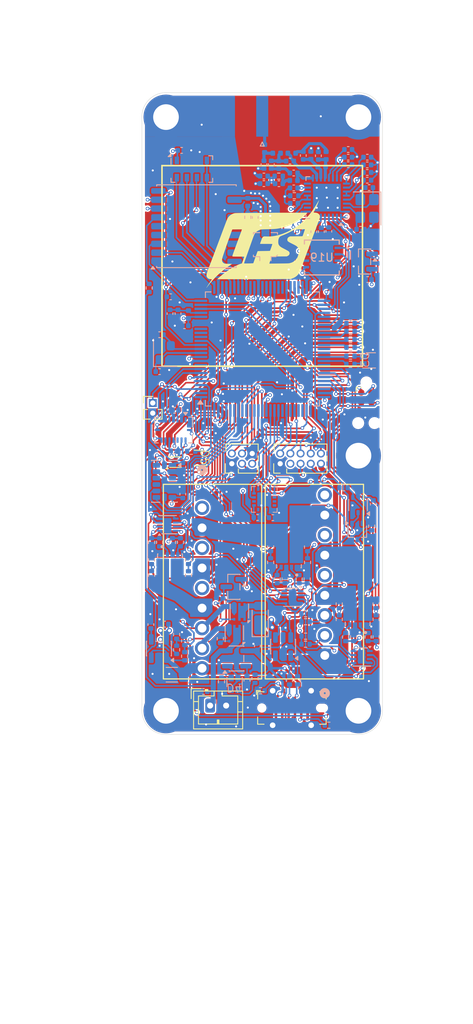
<source format=kicad_pcb>
(kicad_pcb (version 20241229) (generator "pcbnew") (generator_version "9.0")
  (layers (0 "F.Cu" signal) (4 "In1.Cu" signal) (6 "In2.Cu" signal) (2 "B.Cu" signal) (13 "F.Paste" user) (15 "B.Paste" user) (5 "F.SilkS" user "F.Silkscreen") (7 "B.SilkS" user "B.Silkscreen") (1 "F.Mask" user) (3 "B.Mask" user) (25 "Edge.Cuts" user))
  (net 0 "")
  (net 1 "/BUZZ")
  (net 2 "GND")
  (net 3 "Net-(U1-VDDA)")
  (net 4 "+3V3")
  (net 5 "/NRST")
  (net 6 "/PH1")
  (net 7 "/PH0")
  (net 8 "Net-(U10-CAP)")
  (net 9 "VBUS")
  (net 10 "V_CHARGE")
  (net 11 "Net-(U18-BP)")
  (net 12 "/MGSW_OUT")
  (net 13 "Net-(U8-XOSC_Q2)")
  (net 14 "Net-(U8-XOSC_Q1)")
  (net 15 "Net-(U8-LPF1)")
  (net 16 "Net-(U8-LPF0)")
  (net 17 "Net-(C31-Pad2)")
  (net 18 "Net-(U8-DCPL_PFD_CHP)")
  (net 19 "Net-(U8-DCPL_VCO)")
  (net 20 "Net-(U8-DCPL_XOSC)")
  (net 21 "/LNA_N")
  (net 22 "Net-(C38-Pad2)")
  (net 23 "/TRX_SW")
  (net 24 "Net-(C39-Pad1)")
  (net 25 "/LNA_P")
  (net 26 "/PA")
  (net 27 "Net-(C40-Pad1)")
  (net 28 "Net-(C42-Pad1)")
  (net 29 "V_LIPO")
  (net 30 "Net-(D3-A1)")
  (net 31 "Net-(D3-A2)")
  (net 32 "Net-(D4-A2)")
  (net 33 "Net-(D4-K1)")
  (net 34 "Net-(D4-A1)")
  (net 35 "Net-(C43-Pad1)")
  (net 36 "Net-(J4-CC1)")
  (net 37 "Net-(J4-D+-PadA6)")
  (net 38 "Net-(J4-CC2)")
  (net 39 "Net-(J4-D--PadA7)")
  (net 41 "/RX1")
  (net 42 "Net-(J3-In)")
  (net 43 "/FET_C")
  (net 44 "/FET_A")
  (net 45 "V_PYRO")
  (net 46 "/FET_B")
  (net 47 "/FET_F")
  (net 48 "/MGSW_IN")
  (net 49 "Net-(U1-PC8)")
  (net 50 "Net-(U1-PC9)")
  (net 51 "/PWM_A")
  (net 52 "/PWM_B")
  (net 53 "/PWM_C")
  (net 54 "/PWM_D")
  (net 55 "Net-(R9-Pad2)")
  (net 56 "Net-(R10-Pad2)")
  (net 57 "Net-(U5-V_BCKP)")
  (net 58 "Net-(U8-RBIAS)")
  (net 59 "/SENSE_A")
  (net 60 "/SENSE_B")
  (net 61 "/GATE_A")
  (net 62 "/FIRE_A")
  (net 63 "/FIRE_B")
  (net 64 "/GATE_B")
  (net 65 "/FIRE_C")
  (net 66 "/GATE_C")
  (net 67 "/SENSE_C")
  (net 68 "/FIRE_D")
  (net 69 "/GATE_D")
  (net 70 "/SENSE_D")
  (net 71 "/FIRE_E")
  (net 72 "/GATE_E")
  (net 73 "/SENSE_E")
  (net 74 "/FET_E")
  (net 75 "/FIRE_F")
  (net 76 "/GATE_F")
  (net 77 "/SENSE_F")
  (net 78 "Net-(U17-PROG)")
  (net 79 "/CMP_LDO_IN")
  (net 80 "/CMP_RAIL")
  (net 81 "/V_PBATT")
  (net 82 "/V_BATT")
  (net 83 "/IMU_GYRO_INT")
  (net 84 "/CS_BARO")
  (net 86 "/SWDIO")
  (net 87 "/MAG_SCK2")
  (net 88 "/IMU_ACCEL_INT")
  (net 92 "/MAG_MISO2")
  (net 93 "/TX1")
  (net 95 "/RX2")
  (net 96 "/MISO2")
  (net 98 "/MAG_MOSI2")
  (net 99 "/CS_FLASH")
  (net 100 "/CS_COMP1")
  (net 101 "/CS_ACCEL")
  (net 102 "/MAG_INT")
  (net 104 "/BA_SCK1")
  (net 106 "/SCK1")
  (net 108 "/MISO1")
  (net 109 "/CS_IMU_ACCEL")
  (net 110 "/RADIO_MARC_ISR")
  (net 111 "/CS_COMP0")
  (net 117 "/AC_SCK1")
  (net 118 "/TX2")
  (net 119 "/MOSI1")
  (net 120 "/MOSI2")
  (net 121 "/BA_MOSI1")
  (net 122 "/AC_INT2")
  (net 124 "/CS_MAG")
  (net 126 "/USB_D-")
  (net 130 "/RADIO_INT")
  (net 132 "/SCK2")
  (net 133 "/AC_INT1")
  (net 134 "/SWCLK")
  (net 135 "/AC_MOSI1")
  (net 136 "/BA_MISO1")
  (net 137 "/USB_D+")
  (net 138 "/CS_IMU_GYRO")
  (net 139 "/CS_RADIO")
  (net 140 "/AC_MISO1")
  (net 148 "Net-(U5-VCC_RF)")
  (net 161 "/FET_D")
  (net 162 "Net-(U8-DCPL)")
  (net 163 "Net-(J5-In)")
  (net 164 "Net-(J10-Pin_4)")
  (net 165 "Net-(J10-Pin_3)")
  (net 166 "Net-(J10-Pin_2)")
  (net 167 "Net-(J10-Pin_5)")
  (net 170 "/HALL_OUT")
  (net 171 "Net-(Q2-G)")
  (net 172 "Net-(U21-D)")
  (net 173 "Net-(D5-A1)")
  (net 174 "Net-(D5-A2)")
  (net 175 "V_PROT")
  (net 176 "Net-(Q1-G)")
  (net 177 "Net-(Q2-D)")
  (footprint "Package_SON:Texas_X2SON-4-1EP_1.1x1.4mm_P0.5mm_EP0.8x0.6mm" (layer "F.Cu") (at 24.1 66 90)
    (property "Reference" "U7" (hide yes))
    (property "Value" "DRV5012AEDMRR" (hide yes))
  )
  (footprint "FCU2025Lib:CONN9_250-309_WAG" (layer "F.Cu") (at 42.8 90.099998 90)
    (property "Reference" "J6" (hide yes))
    (property "Value" "RIGHT" (hide yes))
  )
  (footprint "MountingHole:MountingHole_3.2mm_M3_DIN965_Pad" (layer "F.Cu") (at 23 97)
    (property "Reference" "H2" (hide yes))
    (property "Value" "MountingHole_Pad" (hide yes))
  )
  (footprint "Connector_JST:JST_PH_B2B-PH-K_1x02_P2.00mm_Vertical" (layer "F.Cu") (at 28.5 96.35)
    (property "Reference" "J8" (hide yes))
    (property "Value" "BATT" (hide yes))
  )
  (footprint "Connector_USB:USB_C_Receptacle_G-Switch_GT-USB-7051x" (layer "F.Cu") (at 38.7 96.65)
    (property "Reference" "J4" (hide yes))
    (property "Value" "USB_C_Receptacle_USB2.0_16P" (hide yes))
  )
  (footprint "FCU2025Lib:DualLED0606" (layer "F.Cu") (at 27.325 65.425 -90)
    (property "Reference" "D5")
    (property "Value" "LED_Dual_AAKK")
  )
  (footprint "MountingHole:MountingHole_3.2mm_M3_DIN965_Pad" (layer "F.Cu") (at 47 97)
    (property "Reference" "H3" (hide yes))
    (property "Value" "MountingHole_Pad" (hide yes))
  )
  (footprint "MountingHole:MountingHole_3.2mm_M3_DIN965_Pad" (layer "F.Cu") (at 47 23)
    (property "Reference" "H4" (hide yes))
    (property "Value" "MountingHole_Pad" (hide yes))
  )
  (footprint "MountingHole:MountingHole_3.2mm_M3_DIN965_Pad" (layer "F.Cu") (at 47 65.2)
    (property "Reference" "H5" (hide yes))
    (property "Value" "MountingHole_Pad" (hide yes))
  )
  (footprint "Connector_PinHeader_1.27mm:PinHeader_2x05_P1.27mm_Vertical" (layer "F.Cu") (at 37.24 66.2 90)
    (property "Reference" "J9" (hide yes))
    (property "Value" "Conn_02x05_Counter_Clockwise" (hide yes))
  )
  (footprint "Connector_PinHeader_1.27mm:PinHeader_2x03_P1.27mm_Vertical" (layer "F.Cu") (at 31.21 66.2 90)
    (property "Reference" "J10" (hide yes))
    (property "Value" "SERVOS" (hide yes))
  )
  (footprint "LOGO" (layer "F.Cu") (at 34.9 39)
    (property "Reference" "G***" (hide yes))
    (property "Value" "LOGO" (hide yes))
  )
  (footprint "Connector:Tag-Connect_TC2030-IDC-NL_2x03_P1.27mm_Vertical" (layer "F.Cu") (at 47.984 58.6 -90)
    (property "Reference" "J1" (hide yes))
    (property "Value" "TAGCONNECT" (hide yes))
  )
  (footprint "Connector_PinHeader_1.27mm:PinHeader_1x02_P1.27mm_Vertical" (layer "F.Cu") (at 21.35 58.63)
    (property "Reference" "J2" (hide yes))
    (property "Value" "Conn_01x02" (hide yes))
  )
  (footprint "FCU2025Lib:CONN9_250-309_WAG" (layer "F.Cu") (at 27.499999 71.7 -90)
    (property "Reference" "J7" (hide yes))
    (property "Value" "LEFT" (hide yes))
  )
  (footprint "MountingHole:MountingHole_3.2mm_M3_DIN965_Pad" (layer "F.Cu") (at 23 23)
    (property "Reference" "H1" (hide yes))
    (property "Value" "MountingHole_Pad" (hide yes))
  )
  (footprint "Resistor_SMD:R_0402_1005Metric" (layer "B.Cu") (at 39.4 93.2 90)
    (property "Reference" "R9" (hide yes))
    (property "Value" "22" (hide yes))
  )
  (footprint "Package_TO_SOT_SMD:SOT-23" (layer "B.Cu") (at 31.4625 81.55 180)
    (property "Reference" "Q2" (hide yes))
    (property "Value" "AO3400A" (hide yes))
  )
  (footprint "Resistor_SMD:R_0402_1005Metric" (layer "B.Cu") (at 44.6 85.61 90)
    (property "Reference" "R15" (hide yes))
    (property "Value" "12k" (hide yes))
  )
  (footprint "Resistor_SMD:R_0402_1005Metric" (layer "B.Cu") (at 25.8 80.109999 90)
    (property "Reference" "R31" (hide yes))
    (property "Value" "100k" (hide yes))
  )
  (footprint "Capacitor_SMD:C_0402_1005Metric" (layer "B.Cu") (at 40.117623 27.790357 -90)
    (property "Reference" "C39" (hide yes))
    (property "Value" "5.1pF" (hide yes))
  )
  (footprint "Resistor_SMD:R_0402_1005Metric" (layer "B.Cu") (at 45.140001 69.2)
    (property "Reference" "R51" (hide yes))
    (property "Value" "1k" (hide yes))
  )
  (footprint "Resistor_SMD:R_0402_1005Metric" (layer "B.Cu") (at 36.85 80.59 90)
    (property "Reference" "R22" (hide yes))
    (property "Value" "1k" (hide yes))
  )
  (footprint "Resistor_SMD:R_0402_1005Metric" (layer "B.Cu") (at 40.4 84.9 180)
    (property "Reference" "R47" (hide yes))
    (property "Value" "10k" (hide yes))
  )
  (footprint "Capacitor_SMD:C_0402_1005Metric" (layer "B.Cu") (at 38.926616 29.971287)
    (property "Reference" "C40" (hide yes))
    (property "Value" "39pF" (hide yes))
  )
  (footprint "Resistor_SMD:R_0402_1005Metric" (layer "B.Cu") (at 33.2 35.490001 90)
    (property "Reference" "R54" (hide yes))
    (property "Value" "10R 0.25W" (hide yes))
  )
  (footprint "Resistor_SMD:R_0402_1005Metric" (layer "B.Cu") (at 48.65 74 -90)
    (property "Reference" "R52" (hide yes))
    (property "Value" "100k" (hide yes))
  )
  (footprint "Resistor_SMD:R_0402_1005Metric" (layer "B.Cu") (at 46.009999 51.7)
    (property "Reference" "R7" (hide yes))
    (property "Value" "220" (hide yes))
  )
  (footprint "Capacitor_SMD:C_0402_1005Metric" (layer "B.Cu") (at 22.824999 86.2)
    (property "Reference" "C24" (hide yes))
    (property "Value" "1uF" (hide yes))
  )
  (footprint "Inductor_SMD:L_0402_1005Metric" (layer "B.Cu") (at 33.2 33.6 -90)
    (property "Reference" "FB2" (hide yes))
    (property "Value" "LQG15HS47NJ02" (hide yes))
  )
  (footprint "Package_TO_SOT_SMD:SOT-323_SC-70" (layer "B.Cu") (at 46.85 74.65 -90)
    (property "Reference" "D2" (hide yes))
    (property "Value" "BAT54CW" (hide yes))
  )
  (footprint "Capacitor_SMD:C_0402_1005Metric" (layer "B.Cu") (at 24.07 59.55)
    (property "Reference" "C16" (hide yes))
    (property "Value" "0.1uF" (hide yes))
  )
  (footprint "Capacitor_SMD:C_0402_1005Metric" (layer "B.Cu") (at 48.326477 31.788664)
    (property "Reference" "C26" (hide yes))
    (property "Value" "10pF" (hide yes))
  )
  (footprint "Resistor_SMD:R_0402_1005Metric" (layer "B.Cu") (at 21.2 78.2 -90)
    (property "Reference" "R36" (hide yes))
    (property "Value" "12k" (hide yes))
  )
  (footprint "Resistor_SMD:R_0402_1005Metric" (layer "B.Cu") (at 24.324999 87.5 -90)
    (property "Reference" "R43" (hide yes))
    (property "Value" "9.09k" (hide yes))
  )
  (footprint "Capacitor_SMD:C_0402_1005Metric" (layer "B.Cu") (at 36.32 72.925 180)
    (property "Reference" "C18" (hide yes))
    (property "Value" "10uF" (hide yes))
  )
  (footprint "Resistor_SMD:R_0402_1005Metric" (layer "B.Cu") (at 23.8 76 90)
    (property "Reference" "R29" (hide yes))
    (property "Value" "3.3k" (hide yes))
  )
  (footprint "Connector_Coaxial:SMA_Amphenol_132289_EdgeMount" (layer "B.Cu") (at 35 22.9 90)
    (property "Reference" "J3" (hide yes))
    (property "Value" "SMA_Edgelaunch" (hide yes))
  )
  (footprint "Capacitor_SMD:C_0402_1005Metric" (layer "B.Cu") (at 42 27.82 90)
    (property "Reference" "C37" (hide yes))
    (property "Value" "5.1pF" (hide yes))
  )
  (footprint "Resistor_SMD:R_0402_1005Metric" (layer "B.Cu") (at 25.8 78.200001 -90)
    (property "Reference" "R32" (hide yes))
    (property "Value" "12k" (hide yes))
  )
  (footprint "Resistor_SMD:R_0402_1005Metric" (layer "B.Cu") (at 40.4 88.7)
    (property "Reference" "R44" (hide yes))
    (property "Value" "100k" (hide yes))
  )
  (footprint "Resistor_SMD:R_0402_1005Metric" (layer "B.Cu") (at 46 50.7)
    (property "Reference" "R8" (hide yes))
    (property "Value" "220" (hide yes))
  )
  (footprint "Capacitor_SMD:C_0402_1005Metric" (layer "B.Cu") (at 34.4 88.92 -90)
    (property "Reference" "C20" (hide yes))
    (property "Value" "4.7uF" (hide yes))
  )
  (footprint "Capacitor_SMD:C_0402_1005Metric" (layer "B.Cu") (at 48.15 43.25)
    (property "Reference" "C10" (hide yes))
    (property "Value" "0.1uF" (hide yes))
  )
  (footprint "Capacitor_SMD:C_0402_1005Metric" (layer "B.Cu") (at 25.1 66.6 90)
    (property "Reference" "C8" (hide yes))
    (property "Value" "1uF" (hide yes))
  )
  (footprint "Inductor_SMD:L_0402_1005Metric" (layer "B.Cu") (at 42.415 29.2 180)
    (property "Reference" "L1" (hide yes))
    (property "Value" "LQG15HS56NJ02D" (hide yes))
  )
  (footprint "Capacitor_SMD:C_0402_1005Metric" (layer "B.Cu") (at 48.096887 30.866862 180)
    (property "Reference" "C34" (hide yes))
    (property "Value" "47nF" (hide yes))
  )
  (footprint "Package_LGA:LGA-8_3x5mm_P1.25mm" (layer "B.Cu") (at 26.225 29.475 -90)
    (property "Reference" "U4" (hide yes))
    (property "Value" "MS5607-02BA" (hide yes))
  )
  (footprint "Resistor_SMD:R_0402_1005Metric" (layer "B.Cu") (at 37.06 30.36)
    (property "Reference" "R48" (hide yes))
    (property "Value" "18" (hide yes))
  )
  (footprint "FCU2025Lib:8-PDFN (3x3)" (layer "B.Cu") (at 23.5 79 -90)
    (property "Reference" "U16" (hide yes))
    (property "Value" "TSM200N03" (hide yes))
  )
  (footprint "Resistor_SMD:R_0402_1005Metric" (layer "B.Cu") (at 29.775 88.017502 -90)
    (property "Reference" "R49" (hide yes))
    (property "Value" "100k" (hide yes))
  )
  (footprint "Capacitor_SMD:C_0402_1005Metric" (layer "B.Cu") (at 35.206989 31.28896)
    (property "Reference" "C35" (hide yes))
    (property "Value" "10nF" (hide yes))
  )
  (footprint "Package_TO_SOT_SMD:SOT-353_SC-70-5" (layer "B.Cu") (at 46.95 71.35 90)
    (property "Reference" "U21" (hide yes))
    (property "Value" "SN74LVC1G80QDCKTQ1" (hide yes))
  )
  (footprint "Capacitor_SMD:C_0402_1005Metric" (layer "B.Cu") (at 21.114999 86.25375 -90)
    (property "Reference" "C22" (hide yes))
    (property "Value" "10nF" (hide yes))
  )
  (footprint "Package_DFN_QFN:QFN-32-1EP_5x5mm_P0.5mm_EP3.45x3.45mm" (layer "B.Cu") (at 43.0625 33.0375 90)
    (property "Reference" "U8" (hide yes))
    (property "Value" "CC1200" (hide yes))
  )
  (footprint "Package_TO_SOT_SMD:SOT-23-5" (layer "B.Cu") (at 31.792499 90.48)
    (property "Reference" "U17" (hide yes))
    (property "Value" "MCP73831-2-OT" (hide yes))
  )
  (footprint "Resistor_SMD:R_0402_1005Metric" (layer "B.Cu") (at 36.05 76.590001 -90)
    (property "Reference" "R23" (hide yes))
    (property "Value" "100k" (hide yes))
  )
  (footprint "Resistor_SMD:R_0402_1005Metric" (layer "B.Cu") (at 36.05 78.499999 90)
    (property "Reference" "R24" (hide yes))
    (property "Value" "12k" (hide yes))
  )
  (footprint "Resistor_SMD:R_0402_1005Metric" (layer "B.Cu") (at 20.9 44.3 -90)
    (property "Reference" "R11" (hide yes))
    (property "Value" "56k" (hide yes))
  )
  (footprint "Inductor_SMD:L_0402_1005Metric" (layer "B.Cu") (at 25.8 47.6 90)
    (property "Reference" "FB1" (hide yes))
    (property "Value" "LI0402C221R-10" (hide yes))
  )
  (footprint "Package_TO_SOT_SMD:Vishay_PowerPAK_SC70-6L_Single" (layer "B.Cu") (at 32.15 84.675 90)
    (property "Reference" "Q3" (hide yes))
    (property "Value" "SiA449DJ" (hide yes))
  )
  (footprint "Capacitor_SMD:C_0402_1005Metric" (layer "B.Cu") (at 45.719525 27.040563 180)
    (property "Reference" "C33" (hide yes))
    (property "Value" "10nF" (hide yes))
  )
  (footprint "Resistor_SMD:R_0402_1005Metric" (layer "B.Cu") (at 25.324999 90.2 -90)
    (property "Reference" "R40" (hide yes))
    (property "Value" "10k" (hide yes))
  )
  (footprint "Inductor_SMD:L_0402_1005Metric" (layer "B.Cu") (at 38.685 27.5 180)
    (property "Reference" "L5" (hide yes))
    (property "Value" "LQG15HS15NJ02D" (hide yes))
  )
  (footprint "Resistor_SMD:R_0402_1005Metric" (layer "B.Cu") (at 24.324999 89.4 -90)
    (property "Reference" "R42" (hide yes))
    (property "Value" "10k" (hide yes))
  )
  (footprint "Capacitor_SMD:C_0402_1005Metric" (layer "B.Cu") (at 22.2 50.125)
    (property "Reference" "C5" (hide yes))
    (property "Value" "8pF" (hide yes))
  )
  (footprint "Resistor_SMD:R_0402_1005Metric" (layer "B.Cu") (at 46.009999 49.699999)
    (property "Reference" "R6" (hide yes))
    (property "Value" "220" (hide yes))
  )
  (footprint "Resistor_SMD:R_0402_1005Metric" (layer "B.Cu") (at 29.925 93.364999 90)
    (property "Reference" "R38" (hide yes))
    (property "Value" "1k" (hide yes))
  )
  (footprint "Crystal:Crystal_SMD_2520-4Pin_2.5x2.0mm" (layer "B.Cu") (at 22.9 52.375 90)
    (property "Reference" "X2" (hide yes))
    (property "Value" "ECS-160-8-36Q-AES-TR1" (hide yes))
  )
  (footprint "Package_DFN_QFN:DFN-8-1EP_2x2mm_P0.5mm_EP0.9x1.6mm" (layer "B.Cu") (at 23.2 73.8)
    (property "Reference" "U15" (hide yes))
    (property "Value" "LM293QT" (hide yes))
  )
  (footprint "Resistor_SMD:R_0402_1005Metric" (layer "B.Cu") (at 49.2 87.799999 -90)
    (property "Reference" "R19" (hide yes))
    (property "Value" "3.3k" (hide yes))
  )
  (footprint "Resistor_SMD:R_0402_1005Metric" (layer "B.Cu") (at 38.4 93.209999 90)
    (property "Reference" "R10" (hide yes))
    (property "Value" "22" (hide yes))
  )
  (footprint "Inductor_SMD:L_0402_1005Metric" (layer "B.Cu") (at 36.8 27.5 180)
    (property "Reference" "L7" (hide yes))
    (property "Value" "MLG1005S43NJTD25" (hide yes))
  )
  (footprint "Resistor_SMD:R_0402_1005Metric" (layer "B.Cu") (at 45.4 87.809999 90)
    (property "Reference" "R17" (hide yes))
    (property "Value" "1k" (hide yes))
  )
  (footprint "Resistor_SMD:R_0402_1005Metric" (layer "B.Cu") (at 34.1 93 90)
    (property "Reference" "R39" (hide yes))
    (property "Value" "1k" (hide yes))
  )
  (footprint "Capacitor_SMD:C_0402_1005Metric" (layer "B.Cu") (at 22.2 54.725 180)
    (property "Reference" "C6" (hide yes))
    (property "Value" "8pF" (hide yes))
  )
  (footprint "Resistor_SMD:R_0402_1005Metric" (layer "B.Cu") (at 39.6 80.590001 90)
    (property "Reference" "R26" (hide yes))
    (property "Value" "1k" (hide yes))
  )
  (footprint "Resistor_SMD:R_0402_1005Metric" (layer "B.Cu") (at 22.2 76 -90)
    (property "Reference" "R34" (hide yes))
    (property "Value" "1k" (hide yes))
  )
  (footprint "Package_TO_SOT_SMD:SOT-23-5" (layer "B.Cu") (at 22.114999 89.244999 90)
    (property "Reference" "U18" (hide yes))
    (property "Value" "TC2185-3.3VxCTTR" (hide yes))
  )
  (footprint "Capacitor_SMD:C_0402_1005Metric" (layer "B.Cu") (at 45.719429 28.933495 180)
    (property "Reference" "C27" (hide yes))
    (property "Value" "1.8nF" (hide yes))
  )
  (footprint "Inductor_SMD:L_0402_1005Metric" (layer "B.Cu") (at 37.073792 28.950841 90)
    (property "Reference" "L6" (hide yes))
    (property "Value" "LQG15HS15NJ02D" (hide yes))
  )
  (footprint "Capacitor_SMD:C_0402_1005Metric" (layer "B.Cu") (at 25.1 70 -90)
    (property "Reference" "C7" (hide yes))
    (property "Value" "0.1uF" (hide yes))
  )
  (footprint "Crystal:Crystal_SMD_Abracon_ABM8G-4Pin_3.2x2.5mm" (layer "B.Cu") (at 48.076477 34.388663 -90)
    (property "Reference" "Y1" (hide yes))
    (property "Value" "ABM8W-40.0000MHZ" (hide yes))
  )
  (footprint "Resistor_SMD:R_0402_1005Metric" (layer "B.Cu") (at 39 32.8)
    (property "Reference" "R12" (hide yes))
    (property "Value" "56k" (hide yes))
  )
  (footprint "Capacitor_SMD:C_0402_1005Metric" (layer "B.Cu") (at 36.135334 28.930958 -90)
    (property "Reference" "C41" (hide yes))
    (property "Value" "2.2pF" (hide yes))
  )
  (footprint "Capacitor_SMD:C_0402_1005Metric" (layer "B.Cu") (at 24.95 27.15 180)
    (property "Reference" "C9" (hide yes))
    (property "Value" "0.1uF" (hide yes))
  )
  (footprint "Resistor_SMD:R_0402_1005Metric" (layer "B.Cu") (at 33.1 93.149999 90)
    (property "Reference" "R37" (hide yes))
    (property "Value" "2.49k" (hide yes))
  )
  (footprint "Capacitor_SMD:C_0402_1005Metric" (layer "B.Cu") (at 45.72 28 180)
    (property "Reference" "C11" (hide yes))
    (property "Value" "47nF" (hide yes))
  )
  (footprint "Capacitor_SMD:C_0402_1005Metric" (layer "B.Cu") (at 43.304615 37.230439 90)
    (property "Reference" "C12" (hide yes))
    (property "Value" "47nF" (hide yes))
  )
  (footprint "Package_QFP:LQFP-100_14x14mm_P0.5mm" (layer "B.Cu") (at 35.025 51.9)
    (property "Reference" "U1" (hide yes))
    (property "Value" "STM32L151VCTx" (hide yes))
  )
  (footprint "Capacitor_SMD:C_0402_1005Metric" (layer "B.Cu") (at 38.93 31.83)
    (property "Reference" "C29" (hide yes))
    (property "Value" "47nF" (hide yes))
  )
  (footprint "Package_TO_SOT_SMD:SOT-23" (layer "B.Cu") (at 47.7625 41 180)
    (property "Reference" "U6" (hide yes))
    (property "Value" "MCP130-xxxxTT" (hide yes))
  )
  (footprint "Capacitor_SMD:C_0402_1005Metric" (layer "B.Cu") (at 27.67 94.6)
    (property "Reference" "C21" (hide yes))
    (property "Value" "4.7uF" (hide yes))
  )
  (footprint "Resistor_SMD:R_0402_1005Metric" (layer "B.Cu") (at 46 53.8)
    (property "Reference" "R4" (hide yes))
    (property "Value" "1k" (hide yes))
  )
  (footprint "Package_LGA:Bosch_LGA-16_4.5x3mm_P0.5mm_LayoutBorder7x1y_ClockwisePinNumbering" (layer "B.Cu") (at 23.937501 62 180)
    (property "Reference" "U9" (hide yes))
    (property "Value" "BMI088" (hide yes))
  )
  (footprint "FCU2025Lib:8-PDFN (3x3)" (layer "B.Cu") (at 38.325 77.625 90)
    (property "Reference" "U14" (hide yes))
    (property "Value" "TSM200N03" (hide yes))
  )
  (footprint "Inductor_SMD:L_0402_1005Metric" (layer "B.Cu") (at 41.059656 27.764423 -90)
    (property "Reference" "L4" (hide yes))
    (property "Value" "LQG15HZ27NJ02D" (hide yes))
  )
  (footprint "Capacitor_SMD:C_0402_1005Metric" (layer "B.Cu") (at 24.5 47.5 -90)
    (property "Reference" "C2" (hide yes))
    (property "Value" "1uF" (hide yes))
  )
  (footprint "Inductor_SMD:L_0402_1005Metric" (layer "B.Cu") (at 35.3 26.915 90)
    (property "Reference" "L8" (hide yes))
    (property "Value" "LQG15HS22NG02D" (hide yes))
  )
  (footprint "Resistor_SMD:R_0402_1005Metric" (layer "B.Cu") (at 21.2 76 90)
    (property "Reference" "R33" (hide yes))
    (property "Value" "3.3k" (hide yes))
  )
  (footprint "Capacitor_SMD:C_1206_3216Metric" (layer "B.Cu") (at 23.724999 92.5)
    (property "Reference" "C23" (hide yes))
    (property "Value" "47uF" (hide yes))
  )
  (footprint "Capacitor_SMD:C_0402_1005Metric" (layer "B.Cu") (at 23.5 47.5 -90)
    (property "Reference" "C1" (hide yes))
    (property "Value" "0.1uF" (hide yes))
  )
  (footprint "Capacitor_SMD:C_0402_1005Metric" (layer "B.Cu") (at 48.1 28 180)
    (property "Reference" "C14" (hide yes))
    (property "Value" "47nF" (hide yes))
  )
  (footprint "Inductor_SMD:L_0402_1005Metric" (layer "B.Cu") (at 38.915 30.8975 180)
    (property "Reference" "L2" (hide yes))
    (property "Value" "LQG15HS56NJ02D" (hide yes))
  )
  (footprint "Resistor_SMD:R_0402_1005Metric" (layer "B.Cu") (at 40.650001 76.6 -90)
    (property "Reference" "R27" (hide yes))
    (property "Value" "100k" (hide yes))
  )
  (footprint "Package_DFN_QFN:DFN-8-1EP_2x2mm_P0.5mm_EP0.9x1.6mm" (layer "B.Cu") (at 38.775 82.85 180)
    (property "Reference" "U13" (hide yes))
    (property "Value" "LM293QT" (hide yes))
  )
  (footprint "Resistor_SMD:R_0402_1005Metric" (layer "B.Cu") (at 49.2 85.6 90)
    (property "Reference" "R16" (hide yes))
    (property "Value" "12k" (hide yes))
  )
  (footprint "RF_GPS:ublox_MAX" (layer "B.Cu") (at 26.8 36.6)
    (property "Reference" "U5" (hide yes))
    (property "Value" "MAX-M10S" (hide yes))
  )
  (footprint "Capacitor_SMD:C_0402_1005Metric" (layer "B.Cu") (at 23.58 45.4 180)
    (property "Reference" "C4" (hide yes))
    (property "Value" "0.1uF" (hide yes))
  )
  (footprint "Resistor_SMD:R_0402_1005Metric" (layer "B.Cu") (at 40.65 78.499999 90)
    (property "Reference" "R28" (hide yes))
    (property "Value" "12k" (hide yes))
  )
  (footprint "Capacitor_SMD:C_0402_1005Metric" (layer "B.Cu") (at 34.128426 35.512033 -90)
    (property "Reference" "C43" (hide yes))
    (property "Value" "10nF X7R" (hide yes))
  )
  (footprint "Resistor_SMD:R_0402_1005Metric" (layer "B.Cu") (at 48.2 87.8 90)
    (property "Reference" "R20" (hide yes))
    (property "Value" "1k" (hide yes))
  )
  (footprint "Capacitor_SMD:C_0402_1005Metric" (layer "B.Cu") (at 35.217736 28.926743 -90)
    (property "Reference" "C42" (hide yes))
    (property "Value" "6.2pF" (hide yes))
  )
  (footprint "Package_TO_SOT_SMD:Vishay_PowerPAK_SC70-6L_Single" (layer "B.Cu") (at 31.525 87.392503 90)
    (property "Reference" "Q1" (hide yes))
    (property "Value" "SiA449DJ" (hide yes))
  )
  (footprint "Package_DFN_QFN:DFN-8-1EP_2x2mm_P0.5mm_EP0.9x1.6mm" (layer "B.Cu") (at 47.4 90.3 180)
    (property "Reference" "U12" (hide yes))
    (property "Value" "LM293QT" (hide yes))
  )
  (footprint "Package_LGA:LGA-16_3x3mm_P0.5mm" (layer "B.Cu") (at 35.25 70.65 -90)
    (property "Reference" "U10" (hide yes))
    (property "Value" "MMC5983MA" (hide yes))
  )
  (footprint "Package_LGA:LGA-14_3x5mm_P0.8mm_LayoutBorder1x6y" (layer "B.Cu") (at 22.8 68.4 180)
    (property "Reference" "U3" (hide yes))
    (property "Value" "ADXL375" (hide yes))
  )
  (footprint "Capacitor_SMD:C_0402_1005Metric" (layer "B.Cu") (at 48.09704 29.902436 180)
    (property "Reference" "C30" (hide yes))
    (property "Value" "47nF" (hide yes))
  )
  (footprint "Resistor_SMD:R_0402_1005Metric" (layer "B.Cu") (at 40.4 87.7 180)
    (property "Reference" "R45" (hide yes))
    (property "Value" "12k" (hide yes))
  )
  (footprint "Capacitor_SMD:C_0402_1005Metric" (layer "B.Cu") (at 38.96729 33.752686)
    (property "Reference" "C28" (hide yes))
    (property "Value" "47nF" (hide yes))
  )
  (footprint "FCU2025Lib:DualLED0606" (layer "B.Cu") (at 48.325 53.275 -90)
    (property "Reference" "D3")
    (property "Value" "LED_Dual_AAKK")
  )
  (footprint "Resistor_SMD:R_0402_1005Metric" (layer "B.Cu") (at 30.1 83.5 -90)
    (property "Reference" "R53" (hide yes))
    (property "Value" "100k" (hide yes))
  )
  (footprint "Resistor_SMD:R_0402_1005Metric" (layer "B.Cu") (at 21.2 80.090002 90)
    (property "Reference" "R35" (hide yes))
    (property "Value" "100k" (hide yes))
  )
  (footprint "FCU2025Lib:DualLED0606" (layer "B.Cu") (at 31.5 93.64)
    (property "Reference" "D4")
    (property "Value" "LED_Dual_AAKK")
  )
  (footprint "FCU2025Lib:DFN_XGIQ TR_WIN" (layer "B.Cu") (at 42.4315 40.50005 180)
    (property "Reference" "U19")
    (property "Value" "W25Q64JVXGIQ" (hide yes))
  )
  (footprint "Package_TO_SOT_SMD:SOT-23-6" (layer "B.Cu") (at 37.6 89 90)
    (property "Reference" "U2" (hide yes))
    (property "Value" "WE-TVS-82400102" (hide yes))
  )
  (footprint "Resistor_SMD:R_0402_1005Metric" (layer "B.Cu") (at 24.8 76 -90)
    (property "Reference" "R30" (hide yes))
    (property "Value" "1k" (hide yes))
  )
  (footprint "Resistor_SMD:R_0402_1005Metric" (layer "B.Cu") (at 26.15 64.65 180)
    (property "Reference" "R50" (hide yes))
    (property "Value" "1k" (hide yes))
  )
  (footprint "Capacitor_SMD:C_0402_1005Metric" (layer "B.Cu") (at 38.461596 28.485589 180)
    (property "Reference" "C38" (hide yes))
    (property "Value" "5.1pF" (hide yes))
  )
  (footprint "Resistor_SMD:R_0402_1005Metric" (layer "B.Cu") (at 49.2 83.7 -90)
    (property "Reference" "R14" (hide yes))
    (property "Value" "100k" (hide yes))
  )
  (footprint "Resistor_SMD:R_0402_1005Metric" (layer "B.Cu") (at 46.009999 48.7)
    (property "Reference" "R5" (hide yes))
    (property "Value" "220" (hide yes))
  )
  (footprint "Inductor_SMD:L_0402_1005Metric" (layer "B.Cu") (at 42.964656 27.795824 90)
    (property "Reference" "L3" (hide yes))
    (property "Value" "LQG15HZ27NJ02D" (hide yes))
  )
  (footprint "Capacitor_SMD:C_0402_1005Metric" (layer "B.Cu") (at 47.246477 36.988664 180)
    (property "Reference" "C25" (hide yes))
    (property "Value" "10pF" (hide yes))
  )
  (footprint "Capacitor_SMD:C_0402_1005Metric" (layer "B.Cu") (at 42.373826 37.279447 90)
    (property "Reference" "C15" (hide yes))
    (property "Value" "47nF" (hide yes))
  )
  (footprint "Resistor_SMD:R_0402_1005Metric" (layer "B.Cu") (at 44.6 83.7 -90)
    (property "Reference" "R13" (hide yes))
    (property "Value" "100k" (hide yes))
  )
  (footprint "Diode_SMD:D_PowerDI-123" (layer "B.Cu") (at 34.75 85.45 90)
    (property "Reference" "D1" (hide yes))
    (property "Value" "DFLS130L" (hide yes))
  )
  (footprint "Resistor_SMD:R_0402_1005Metric" (layer "B.Cu") (at 37.85 80.580001 -90)
    (property "Reference" "R21" (hide yes))
    (property "Value" "3.3k" (hide yes))
  )
  (footprint "Capacitor_SMD:C_0402_1005Metric" (layer "B.Cu") (at 37.08 31.3)
    (property "Reference" "C31" (hide yes))
    (property "Value" "56pF" (hide yes))
  )
  (footprint "Resistor_SMD:R_0402_1005Metric" (layer "B.Cu") (at 40.4 85.9)
    (property "Reference" "R46" (hide yes))
    (property "Value" "5.6k" (hide yes))
  )
  (footprint "Resistor_SMD:R_0402_1005Metric" (layer "B.Cu") (at 40.6 80.59 -90)
    (property "Reference" "R25" (hide yes))
    (property "Value" "3.3k" (hide yes))
  )
  (footprint "Capacitor_SMD:C_0402_1005Metric" (layer "B.Cu") (at 25.3 49)
    (property "Reference" "C3" (hide yes))
    (property "Value" "0.1uF" (hide yes))
  )
  (footprint "Capacitor_SMD:C_0402_1005Metric" (layer "B.Cu") (at 48.85 71.25 90)
    (property "Reference" "C44" (hide yes))
    (property "Value" "0.1uF" (hide yes))
  )
  (footprint "Resistor_SMD:R_0402_1005Metric" (layer "B.Cu") (at 43.3 98.8)
    (property "Reference" "R2" (hide yes))
    (property "Value" "5.1k" (hide yes))
  )
  (footprint "Capacitor_SMD:C_0402_1005Metric" (layer "B.Cu") (at 48.093003 28.95778 180)
    (property "Reference" "C32" (hide yes))
    (property "Value" "47nF" (hide yes))
  )
  (footprint "Connector_Coaxial:U.FL_Molex_MCRF_73412-0110_Vertical" (layer "B.Cu") (at 35.4 38.9)
    (property "Reference" "J5" (hide yes))
    (property "Value" "UFL" (hide yes))
  )
  (footprint "Capacitor_SMD:C_0402_1005Metric" (layer "B.Cu") (at 35.208267 30.348244)
    (property "Reference" "C36" (hide yes))
    (property "Value" "100pF" (hide yes))
  )
  (footprint "Resistor_SMD:R_0402_1005Metric" (layer "B.Cu") (at 46 52.799999)
    (property "Reference" "R3" (hide yes))
    (property "Value" "1k" (hide yes))
  )
  (footprint "Capacitor_SMD:C_0402_1005Metric" (layer "B.Cu") (at 41.433591 37.29038 90)
    (property "Reference" "C13" (hide yes))
    (property "Value" "0.22uF" (hide yes))
  )
  (footprint "FCU2025Lib:8-PDFN (3x3)" (layer "B.Cu") (at 46.9 84.8 90)
    (property "Reference" "U11" (hide yes))
    (property "Value" "TSM200N03" (hide yes))
  )
  (footprint "Resistor_SMD:R_0402_1005Metric" (layer "B.Cu") (at 25.324999 88.290001 -90)
    (property "Reference" "R41" (hide yes))
    (property "Value" "8.06k" (hide yes))
  )
  (footprint "Capacitor_SMD:C_0402_1005Metric" (layer "B.Cu") (at 34.42 72.909 180)
    (property "Reference" "C19" (hide yes))
    (property "Value" "1uF" (hide yes))
  )
  (footprint "Resistor_SMD:R_0402_1005Metric" (layer "B.Cu") (at 34.790001 94.5 180)
    (property "Reference" "R1" (hide yes))
    (property "Value" "5.1k" (hide yes))
  )
  (footprint "Capacitor_SMD:C_0402_1005Metric" (layer "B.Cu") (at 24.07 64.6 180)
    (property "Reference" "C17" (hide yes))
    (property "Value" "0.1uF" (hide yes))
  )
  (footprint "Resistor_SMD:R_0402_1005Metric" (layer "B.Cu") (at 46.4 87.8 -90)
    (property "Reference" "R18" (hide yes))
    (property "Value" "3.3k" (hide yes))
  )
  (gr_rect (start 22.5 29.05) (end 47.5 54.05) (stroke (width 0.2)) (fill no) (layer "F.SilkS"))
  (gr_arc (start 20 22.95) (mid 20.87868 20.82868) (end 23 19.95) (stroke (width 0.05)) (layer "Edge.Cuts"))
  (gr_line (start 50 22.95) (end 50 96.95) (stroke (width 0.05)) (layer "Edge.Cuts"))
  (gr_arc (start 23 99.95) (mid 20.87868 99.07132) (end 20 96.95) (stroke (width 0.05)) (layer "Edge.Cuts"))
  (gr_line (start 47 99.95) (end 23 99.95) (stroke (width 0.05)) (layer "Edge.Cuts"))
  (gr_arc (start 47 19.95) (mid 49.12132 20.82868) (end 50 22.95) (stroke (width 0.05)) (layer "Edge.Cuts"))
  (gr_line (start 23 19.95) (end 47 19.95) (stroke (width 0.05)) (layer "Edge.Cuts"))
  (gr_arc (start 50 96.95) (mid 49.12132 99.07132) (end 47 99.95) (stroke (width 0.05)) (layer "Edge.Cuts"))
  (gr_line (start 20 96.95) (end 20 22.95) (stroke (width 0.05)) (layer "Edge.Cuts"))
  (segment (start 22.8 56.6) (end 22.5 56.3) (width 0.2) (layer "F.Cu") (net 1))
  (segment (start 24.1 56.6) (end 22.8 56.6) (width 0.2) (layer "F.Cu") (net 1))
  (via (at 22.5 56.3) (size 0.46) (drill 0.254) (layers "F.Cu" "B.Cu") (net 1))
  (via (at 24.1 56.6) (size 0.46) (drill 0.254) (layers "F.Cu" "B.Cu") (net 1))
  (segment (start 27.35 56.9) (end 24.4 56.9) (width 0.2) (layer "B.Cu") (net 1))
  (segment (start 21.35 58.2) (end 21.35 57.45) (width 0.2) (layer "B.Cu") (net 1))
  (segment (start 21.35 57.45) (end 22.5 56.3) (width 0.2) (layer "B.Cu") (net 1))
  (segment (start 24.4 56.9) (end 24.1 56.6) (width 0.2) (layer "B.Cu") (net 1))
  (segment (start 47.35 59.87) (end 47.35 59.95) (width 0.2) (layer "F.Cu") (net 2))
  (segment (start 26.6 65.85) (end 26.6 65) (width 0.2) (layer "F.Cu") (net 2))
  (segment (start 47.35 59.95) (end 47.85 60.45) (width 0.2) (layer "F.Cu") (net 2))
  (via (at 44.4 33.1) (size 0.46) (drill 0.254) (layers "F.Cu" "B.Cu") (net 2))
  (via (at 26.2 75.8) (size 0.46) (drill 0.254) (layers "F.Cu" "B.Cu") (net 2))
  (via (at 36.85 56.05) (size 0.46) (drill 0.254) (layers "F.Cu" "B.Cu") (net 2))
  (via (at 21 64.5) (size 0.46) (drill 0.254) (layers "F.Cu" "B.Cu") (net 2))
  (via (at 48.6 86.5) (size 0.46) (drill 0.254) (layers "F.Cu" "B.Cu") (net 2))
  (via (at 23.5 35.7) (size 0.46) (drill 0.254) (layers "F.Cu" "B.Cu") (net 2))
  (via (at 27.2 27.35) (size 0.46) (drill 0.254) (layers "F.Cu" "B.Cu") (net 2))
  (via (at 37.35 61.15) (size 0.46) (drill 0.254) (layers "F.Cu" "B.Cu") (net 2))
  (via (at 48.8 52) (size 0.46) (drill 0.254) (layers "F.Cu" "B.Cu") (net 2))
  (via (at 31.617954 45.592323) (size 0.46) (drill 0.254) (layers "F.Cu" "B.Cu") (net 2))
  (via (at 37.45 57.55) (size 0.46) (drill 0.254) (layers "F.Cu" "B.Cu") (net 2))
  (via (at 24.35 65.1) (size 0.46) (drill 0.254) (layers "F.Cu" "B.Cu") (net 2))
  (via (at 25.25 67.65) (size 0.46) (drill 0.254) (layers "F.Cu" "B.Cu") (net 2))
  (via (at 40 49.1) (size 0.46) (drill 0.254) (layers "F.Cu" "B.Cu") (net 2))
  (via (at 47.076498 42.829135) (size 0.46) (drill 0.254) (layers "F.Cu" "B.Cu") (net 2))
  (via (at 34.806271 35.880329) (size 0.46) (drill 0.254) (layers "F.Cu" "B.Cu") (net 2))
  (via (at 33.59614 32.456559) (size 0.46) (drill 0.254) (layers "F.Cu" "B.Cu") (net 2))
  (via (at 30.2 56.2) (size 0.46) (drill 0.254) (layers "F.Cu" "B.Cu") (net 2))
  (via (at 34.9 71.4) (size 0.46) (drill 0.254) (layers "F.Cu" "B.Cu") (net 2))
  (via (at 47.2 54.85) (size 0.46) (drill 0.254) (layers "F.Cu" "B.Cu") (net 2))
  (via (at 36 35.3) (size 0.46) (drill 0.254) (layers "F.Cu" "B.Cu") (net 2))
  (via (at 38 89) (size 0.46) (drill 0.254) (layers "F.Cu" "B.Cu") (net 2))
  (via (at 33.4 51.25) (size 0.46) (drill 0.254) (layers "F.Cu" "B.Cu") (net 2))
  (via (at 34.441838 33.810353) (size 0.46) (drill 0.254) (layers "F.Cu" "B.Cu") (net 2))
  (via (at 30.000001 94.889999) (size 0.46) (drill 0.254) (layers "F.Cu" "B.Cu") (net 2))
  (via (at 31.75 98.95) (size 0.46) (drill 0.254) (layers "F.Cu" "B.Cu") (net 2))
  (via (at 33.7 82.1) (size 0.46) (drill 0.254) (layers "F.Cu" "B.Cu") (net 2))
  (via (at 21.324999 92.4) (size 0.46) (drill 0.254) (layers "F.Cu" "B.Cu") (net 2))
  (via (at 25.7 72.4) (size 0.46) (drill 0.254) (layers "F.Cu" "B.Cu") (net 2))
  (via (at 34.101486 32.519727) (size 0.46) (drill 0.254) (layers "F.Cu" "B.Cu") (net 2))
  (via (at 21.7 72.8) (size 0.46) (drill 0.254) (layers "F.Cu" "B.Cu") (net 2))
  (via (at 30.3 34.6) (size 0.46) (drill 0.254) (layers "F.Cu" "B.Cu") (net 2))
  (via (at 35.55 89.9) (size 0.46) (drill 0.254) (layers "F.Cu" "B.Cu") (net 2))
  (via (at 44.4 34.3) (size 0.46) (drill 0.254) (layers "F.Cu" "B.Cu") (net 2))
  (via (at 39.1 84.1) (size 0.46) (drill 0.254) (layers "F.Cu" "B.Cu") (net 2))
  (via (at 29.3 78.8) (size 0.46) (drill 0.254) (layers "F.Cu" "B.Cu") (net 2))
  (via (at 43 31.8) (size 0.46) (drill 0.254) (layers "F.Cu" "B.Cu") (net 2))
  (via (at 46.85 74.5) (size 0.46) (drill 0.254) (layers "F.Cu" "B.Cu") (net 2))
  (via (at 41.8 31.8) (size 0.46) (drill 0.254) (layers "F.Cu" "B.Cu") (net 2))
  (via (at 34.8 63) (size 0.46) (drill 0.254) (layers "F.Cu" "B.Cu") (net 2))
  (via (at 46.4 41.6) (size 0.46) (drill 0.254) (layers "F.Cu" "B.Cu") (net 2))
  (via (at 34.813559 35.340969) (size 0.46) (drill 0.254) (layers "F.Cu" "B.Cu") (net 2))
  (via (at 47.1 43.9) (size 0.46) (drill 0.254) (layers "F.Cu" "B.Cu") (net 2))
  (via (at 29.2 62.4) (size 0.46) (drill 0.254) (layers "F.Cu" "B.Cu") (net 2))
  (via (at 23.8 41) (size 0.46) (drill 0.254) (layers "F.Cu" "B.Cu") (net 2))
  (via (at 48.2 72.9) (size 0.46) (drill 0.254) (layers "F.Cu" "B.Cu") (net 2))
  (via (at 34.804859 36.487885) (size 0.46) (drill 0.254) (layers "F.Cu" "B.Cu") (net 2))
  (via (at 38.4 80.1) (size 0.46) (drill 0.254) (layers "F.Cu" "B.Cu") (net 2))
  (via (at 41.1 26.89) (size 0.46) (drill 0.254) (layers "F.Cu" "B.Cu") (net 2))
  (via (at 34.802626 34.207584) (size 0.46) (drill 0.254) (layers "F.Cu" "B.Cu") (net 2))
  (via (at 37.1 72.325) (size 0.46) (drill 0.254) (layers "F.Cu" "B.Cu") (net 2))
  (via (at 47.4 89.3) (size 0.46) (drill 0.254) (layers "F.Cu" "B.Cu") (net 2))
  (via (at 29.2 32.6) (size 0.46) (drill 0.254) (layers "F.Cu" "B.Cu") (net 2))
  (via (at 29.8 50.85) (size 0.46) (drill 0.254) (layers "F.Cu" "B.Cu") (net 2))
  (via (at 43.0625 33.0375) (size 0.46) (drill 0.254) (layers "F.Cu" "B.Cu") (net 2))
  (via (at 48.6 54.4) (size 0.46) (drill 0.254) (layers "F.Cu" "B.Cu") (net 2))
  (via (at 36 34.7) (size 0.46) (drill 0.254) (layers "F.Cu" "B.Cu") (net 2))
  (via (at 38.3 50.35) (size 0.46) (drill 0.254) (layers "F.Cu" "B.Cu") (net 2))
  (via (at 34.18 31.3) (size 0.46) (drill 0.254) (layers "F.Cu" "B.Cu") (net 2))
  (via (at 37.9 86.65) (size 0.46) (drill 0.254) (layers "F.Cu" "B.Cu") (net 2))
  (via (at 35.6 70.1) (size 0.46) (drill 0.254) (layers "F.Cu" "B.Cu") (net 2))
  (via (at 29.6 90.7) (size 0.46) (drill 0.254) (layers "F.Cu" "B.Cu") (net 2))
  (via (at 21.35 29.65) (size 0.46) (drill 0.254) (layers "F.Cu" "B.Cu") (net 2))
  (via (at 23.9 77) (size 0.46) (drill 0.254) (layers "F.Cu" "B.Cu") (net 2))
  (via (at 40.2 79.5) (size 0.46) (drill 0.254) (layers "F.Cu" "B.Cu") (net 2))
  (via (at 30.55 69.7) (size 0.46) (drill 0.254) (layers "F.Cu" "B.Cu") (net 2))
  (via (at 42.3 22.9) (size 0.46) (drill 0.254) (layers "F.Cu" "B.Cu") (net 2))
  (via (at 44.4 31.8) (size 0.46) (drill 0.254) (layers "F.Cu" "B.Cu") (net 2))
  (via (at 23.399998 92.4) (size 0.46) (drill 0.254) (layers "F.Cu" "B.Cu") (net 2))
  (via (at 49.276887 29.766862) (size 0.46) (drill 0.254) (layers "F.Cu" "B.Cu") (net 2))
  (via (at 21.1 71.6) (size 0.46) (drill 0.254) (layers "F.Cu" "B.Cu") (net 2))
  (via (at 24.999998 87.2) (size 0.46) (drill 0.254) (layers "F.Cu" "B.Cu") (net 2))
  (via (at 30.2 58.4) (size 0.46) (drill 0.254) (layers "F.Cu" "B.Cu") (net 2))
  (via (at 26 53.8) (size 0.46) (drill 0.254) (layers "F.Cu" "B.Cu") (net 2))
  (via (at 36 35.9) (size 0.46) (drill 0.254) (layers "F.Cu" "B.Cu") (net 2))
  (via (at 34.08 30) (size 0.46) (drill 0.254) (layers "F.Cu" "B.Cu") (net 2))
  (via (at 29.3 45.4) (size 0.46) (drill 0.254) (layers "F.Cu" "B.Cu") (net 2))
  (via (at 26.5 90.45) (size 0.46) (drill 0.254) (layers "F.Cu" "B.Cu") (net 2))
  (via (at 35.89067 33.565788) (size 0.46) (drill 0.254) (layers "F.Cu" "B.Cu") (net 2))
  (via (at 24.7 69.1) (size 0.46) (drill 0.254) (layers "F.Cu" "B.Cu") (net 2))
  (via (at 48.3 93.3) (size 0.46) (drill 0.254) (layers "F.Cu" "B.Cu") (net 2))
  (via (at 46.25 71.4) (size 0.46) (drill 0.254) (layers "F.Cu" "B.Cu") (net 2))
  (via (at 33.2 96.6) (size 0.46) (drill 0.254) (layers "F.Cu" "B.Cu") (net 2))
  (via (at 34.5 45.3) (size 0.46) (drill 0.254) (layers "F.Cu" "B.Cu") (net 2))
  (via (at 27.45 23.95) (size 0.46) (drill 0.254) (layers "F.Cu" "B.Cu") (net 2))
  (via (at 43.4 58.9) (size 0.46) (drill 0.254) (layers "F.Cu" "B.Cu") (net 2))
  (via (at 34.645705 32.521347) (size 0.46) (drill 0.254) (layers "F.Cu" "B.Cu") (net 2))
  (via (at 22.199998 88.9) (size 0.46) (drill 0.254) (layers "F.Cu" "B.Cu") (net 2))
  (via (at 25.7 59.5) (size 0.46) (drill 0.254) (layers "F.Cu" "B.Cu") (net 2))
  (via (at 22.199998 85.6) (size 0.46) (drill 0.254) (layers "F.Cu" "B.Cu") (net 2))
  (via (at 35.8 79.5) (size 0.46) (drill 0.254) (layers "F.Cu" "B.Cu") (net 2))
  (via (at 47.85 60.45) (size 0.46) (drill 0.254) (layers "F.Cu" "B.Cu") (net 2))
  (via (at 41.8 33.1) (size 0.46) (drill 0.254) (layers "F.Cu" "B.Cu") (net 2))
  (via (at 26.05 43.6) (size 0.46) (drill 0.254) (layers "F.Cu" "B.Cu") (net 2))
  (via (at 24.25 84.35) (size 0.46) (drill 0.254) (layers "F.Cu" "B.Cu") (net 2))
  (via (at 47.3 32.2) (size 0.46) (drill 0.254) (layers "F.Cu" "B.Cu") (net 2))
  (via (at 23.85 59.05) (size 0.46) (drill 0.254) (layers "F.Cu" "B.Cu") (net 2))
  (via (at 41.8 34.3) (size 0.46) (drill 0.254) (layers "F.Cu" "B.Cu") (net 2))
  (via (at 26.9 59.35) (size 0.46) (drill 0.254) (layers "F.Cu" "B.Cu") (net 2))
  (via (at 31.4 76.8) (size 0.46) (drill 0.254) (layers "F.Cu" "B.Cu") (net 2))
  (via (at 40.3 43) (size 0.46) (drill 0.254) (layers "F.Cu" "B.Cu") (net 2))
  (via (at 24.1 49) (size 0.46) (drill 0.254) (layers "F.Cu" "B.Cu") (net 2))
  (via (at 38.9 91.75) (size 0.46) (drill 0.254) (layers "F.Cu" "B.Cu") (net 2))
  (via (at 34 95.1) (size 0.46) (drill 0.254) (layers "F.Cu" "B.Cu") (net 2))
  (via (at 41.5 86.8) (size 0.46) (drill 0.254) (layers "F.Cu" "B.Cu") (net 2))
  (via (at 38.75 57.1) (size 0.46) (drill 0.254) (layers "F.Cu" "B.Cu") (net 2))
  (via (at 33.927989 33.704667) (size 0.46) (drill 0.254) (layers "F.Cu" "B.Cu") (net 2))
  (via (at 34.806271 34.728722) (size 0.46) (drill 0.254) (layers "F.Cu" "B.Cu") (net 2))
  (via (at 43.2 34.3) (size 0.46) (drill 0.254) (layers "F.Cu" "B.Cu") (net 2))
  (via (at 41.8 78.9) (size 0.46) (drill 0.254) (layers "F.Cu" "B.Cu") (net 2))
  (via (at 35.1 32.8) (size 0.46) (drill 0.254) (layers "F.Cu" "B.Cu") (net 2))
  (via (at 34.5 29.4) (size 0.46) (drill 0.254) (layers "F.Cu" "B.Cu") (net 2))
  (via (at 47.143692 87.220058) (size 0.46) (drill 0.254) (layers "F.Cu" "B.Cu") (net 2))
  (via (at 22.613838 58.438625) (size 0.46) (drill 0.254) (layers "F.Cu" "B.Cu") (net 2))
  (via (at 26.15 27.15) (size 0.46) (drill 0.254) (layers "F.Cu" "B.Cu") (net 2))
  (via (at 36 34.1) (size 0.46) (drill 0.254) (layers "F.Cu" "B.Cu") (net 2))
  (via (at 30.1 57.5) (size 0.46) (drill 0.254) (layers "F.Cu" "B.Cu") (net 2))
  (via (at 45.2 46.1) (size 0.46) (drill 0.254) (layers "F.Cu" "B.Cu") (net 2))
  (via (at 35.509231 33.169772) (size 0.46) (drill 0.254) (layers "F.Cu" "B.Cu") (net 2))
  (via (at 27.65 61.15) (size 0.46) (drill 0.254) (layers "F.Cu" "B.Cu") (net 2))
  (via (at 41.05 62.95) (size 0.46) (drill 0.254) (layers "F.Cu" "B.Cu") (net 2))
  (via (at 48.526477 36.588664) (size 0.46) (drill 0.254) (layers "F.Cu" "B.Cu") (net 2))
  (via (at 38.9 47.65) (size 0.46) (drill 0.254) (layers "F.Cu" "B.Cu") (net 2))
  (via (at 43.8 38.2) (size 0.46) (drill 0.254) (layers "F.Cu" "B.Cu") (net 2))
  (via (at 21.4 50.825) (size 0.46) (drill 0.254) (layers "F.Cu" "B.Cu") (net 2))
  (via (at 37.4 92.35) (size 0.46) (drill 0.254) (layers "F.Cu" "B.Cu") (net 2))
  (via (at 21.3 77.1) (size 0.46) (drill 0.254) (layers "F.Cu" "B.Cu") (net 2))
  (via (at 46.819429 27.933495) (size 0.46) (drill 0.254) (layers "F.Cu" "B.Cu") (net 2))
  (via (at 45.25 60.05) (size 0.46) (drill 0.254) (layers "F.Cu" "B.Cu") (net 2))
  (via (at 25.3 77.2) (size 0.46) (drill 0.254) (layers "F.Cu" "B.Cu") (net 2))
  (via (at 43.4 43.55) (size 0.46) (drill 0.254) (layers "F.Cu" "B.Cu") (net 2))
  (via (at 32.75 32.2) (size 0.46) (drill 0.254) (layers "F.Cu" "B.Cu") (net 2))
  (via (at 37.81 32.9) (size 0.46) (drill 0.254) (layers "F.Cu" "B.Cu") (net 2))
  (via (at 23.4 54.525) (size 0.46) (drill 0.254) (layers "F.Cu" "B.Cu") (net 2))
  (via (at 26.9 93.4) (size 0.46) (drill 0.254) (layers "F.Cu" "B.Cu") (net 2))
  (via (at 40.35 51.2) (size 0.46) (drill 0.254) (layers "F.Cu" "B.Cu") (net 2))
  (via (at 21.05 84.95) (size 0.46) (drill 0.254) (layers "F.Cu" "B.Cu") (net 2))
  (via (at 33.9 88.65) (size 0.46) (drill 0.254) (layers "F.Cu" "B.Cu") (net 2))
  (via (at 28.7 48.6) (size 0.46) (drill 0.254) (layers "F.Cu" "B.Cu") (net 2))
  (via (at 33.100001 94.34) (size 0.46) (drill 0.254) (layers "F.Cu" "B.Cu") (net 2))
  (via (at 36.000197 36.526757) (size 0.46) (drill 0.254) (layers "F.Cu" "B.Cu") (net 2))
  (via (at 48.2 75.9) (size 0.46) (drill 0.254) (layers "F.Cu" "B.Cu") (net 2))
  (via (at 49.376887 28.666862) (size 0.46) (drill 0.254) (layers "F.Cu" "B.Cu") (net 2))
  (via (at 41.25 84.45) (size 0.46) (drill 0.254) (layers "F.Cu" "B.Cu") (net 2))
  (via (at 28 98.7) (size 0.46) (drill 0.254) (layers "F.Cu" "B.Cu") (net 2))
  (via (at 42 26.89) (size 0.46) (drill 0.254) (layers "F.Cu" "B.Cu") (net 2))
  (via (at 43.4 43.55) (size 0.46) (drill 0.254) (layers "F.Cu" "B.Cu") (net 2))
  (via (at 31.9 78.1) (size 0.46) (drill 0.254) (layers "F.Cu" "B.Cu") (net 2))
  (via (at 24.7 46.1) (size 0.46) (drill 0.254) (layers "F.Cu" "B.Cu") (net 2))
  (via (at 42.55 60.7) (size 0.46) (drill 0.254) (layers "F.Cu" "B.Cu") (net 2))
  (via (at 41.7 64.3) (size 0.46) (drill 0.254) (layers "F.Cu" "B.Cu") (net 2))
  (segment (start 28.5 48.4) (end 28.7 48.6) (width 0.2) (layer "B.Cu") (net 2))
  (segment (start 22.549998 73.05) (end 22.187499 73.05) (width 0.2) (layer "B.Cu") (net 2))
  (segment (start 34.11 88.44) (end 33.9 88.65) (width 0.2) (layer "B.Cu") (net 2))
  (segment (start 26.85 28.4) (end 26.68 28.4) (width 0.2) (layer "B.Cu") (net 2))
  (segment (start 43.809999 98.8) (end 45.2 98.8) (width 0.2) (layer "B.Cu") (net 2))
  (segment (start 34.280002 94.819998) (end 34 95.1) (width 0.2) (layer "B.Cu") (net 2))
  (segment (start 49.2 87.289999) (end 49.2 87.1) (width 0.2) (layer "B.Cu") (net 2))
  (segment (start 21.2 77.690001) (end 21.2 77.2) (width 0.2) (layer "B.Cu") (net 2))
  (segment (start 29.525 45.175) (end 29.3 45.4) (width 0.2) (layer "B.Cu") (net 2))
  (segment (start 37.81 33.61) (end 37.81 32.9) (width 0.2) (layer "B.Cu") (net 2))
  (segment (start 25.325 94.9) (end 25.225 95) (width 0.64) (layer "B.Cu") (net 2))
  (segment (start 21.3 76.609999) (end 21.2 76.509999) (width 0.2) (layer "B.Cu") (net 2))
  (segment (start 25.1 67.5) (end 25.1 67.08) (width 0.2) (layer "B.Cu") (net 2))
  (segment (start 46.819429 27.933495) (end 46.819429 27.660467) (width 0.2) (layer "B.Cu") (net 2))
  (segment (start 42.4315 37.817121) (end 42.373826 37.759447) (width 0.2) (layer "B.Cu") (net 2))
  (segment (start 41.25 84.45) (end 40.91 84.79) (width 0.2) (layer "B.Cu") (net 2))
  (segment (start 27.35 53.4) (end 26.4 53.4) (width 0.2) (layer "B.Cu") (net 2))
  (segment (start 25.6 28.4) (end 25.6 27.32) (width 0.2) (layer "B.Cu") (net 2))
  (segment (start 24.789998 86.99) (end 24.324999 86.99) (width 0.2) (layer "B.Cu") (net 2))
  (segment (start 32.75 32.2) (end 31.55 32.2) (width 0.3686) (layer "B.Cu") (net 2))
  (segment (start 34.525 44.225) (end 34.525 45.275) (width 0.2) (layer "B.Cu") (net 2))
  (segment (start 40.65 79.05) (end 40.2 79.5) (width 0.2) (layer "B.Cu") (net 2))
  (segment (start 22.05 41) (end 23.8 41) (width 0.2) (layer "B.Cu") (net 2))
  (segment (start 32.025 59.575) (end 32.025 58.775001) (width 0.2) (layer "B.Cu") (net 2))
  (segment (start 47.25 43.25) (end 47.67 43.25) (width 0.2) (layer "B.Cu") (net 2))
  (segment (start 42.4315 40.50005) (end 42.4315 37.817121) (width 0.2) (layer "B.Cu") (net 2))
  (segment (start 21.3 77.1) (end 21.3 76.609999) (width 0.2) (layer "B.Cu") (net 2))
  (segment (start 33.7 82.1) (end 33.7 82.447499) (width 0.2) (layer "B.Cu") (net 2))
  (segment (start 38.370002 80.070002) (end 38.4 80.1) (width 0.2) (layer "B.Cu") (net 2))
  (segment (start 25.43 27.15) (end 26.15 27.15) (width 0.2) (layer "B.Cu") (net 2))
  (segment (start 37.6 90.1375) (end 37.6 89.4) (width 0.2) (layer "B.Cu") (net 2))
  (segment (start 35 71.5) (end 34.9 71.4) (width 0.2) (layer "B.Cu") (net 2))
  (segment (start 39.787501 83.6) (end 39.6 83.6) (width 0.2) (layer "B.Cu") (net 2))
  (segment (start 38.45 33.8) (end 38 33.8) (width 0.2) (layer "B.Cu") (net 2))
  (segment (start 47.711336 31.788664) (end 47.846477 31.788664) (width 0.2) (layer "B.Cu") (net 2))
  (segment (start 24.999998 87.2) (end 25.324999 87.525001) (width 0.2) (layer "B.Cu") (net 2))
  (segment (start 29.525 58.575) (end 29.525 59.575) (width 0.2) (layer "B.Cu") (net 2))
  (segment (start 25.324999 87.525001) (end 25.324999 87.780002) (width 0.2) (layer "B.Cu") (net 2))
  (segment (start 23.8 69.6) (end 24.2 69.6) (width 0.2) (layer "B.Cu") (net 2))
  (segment (start 30.2 58.4) (end 29.7 58.4) (width 0.2) (layer "B.Cu") (net 2))
  (segment (start 23.2 54.725) (end 23.4 54.525) (width 0.2) (layer "B.Cu") (net 2))
  (segment (start 48.65 73.35) (end 48.2 72.9) (width 0.2) (layer "B.Cu") (net 2))
  (segment (start 21.95 73.05) (end 21.7 72.8) (width 0.2) (layer "B.Cu") (net 2))
  (segment (start 40.91 84.79) (end 40.91 84.9) (width 0.2) (layer "B.Cu") (net 2))
  (segment (start 47.076498 42.829135) (end 47.076497 43.076497) (width 0.2) (layer "B.Cu") (net 2))
  (segment (start 25.25 67.65) (end 25.1 67.5) (width 0.2) (layer "B.Cu") (net 2))
  (segment (start 21.72 50.125) (end 21.72 50.505) (width 0.2) (layer "B.Cu") (net 2))
  (segment (start 40.3 43) (end 40.525 43.225) (width 0.2) (layer "B.Cu") (net 2))
  (segment (start 48.2 72.9) (end 48.2 72.38) (width 0.2) (layer "B.Cu") (net 2))
  (segment (start 22.249998 92.5) (end 21.424999 92.5) (width 0.2) (layer "B.Cu") (net 2))
  (segment (start 33.7 82.447499) (end 33.497499 82.65) (width 0.2) (layer "B.Cu") (net 2))
  (segment (start 48.126477 36.988664) (end 48.526477 36.588664) (width 0.2) (layer "B.Cu") (net 2))
  (segment (start 40.65 79.009998) (end 40.65 79.05) (width 0.2) (layer "B.Cu") (net 2))
  (segment (start 24.7 46.04) (end 24.06 45.4) (width 0.2) (layer "B.Cu") (net 2))
  (segment (start 47.3 32.415141) (end 47.226477 32.488664) (width 0.2) (layer "B.Cu") (net 2))
  (segment (start 22.114999 90.382499) (end 22.114999 92.365001) (width 0.2) (layer "B.Cu") (net 2))
  (segment (start 24.8 46.2) (end 24.7 46.1) (width 0.2) (layer "B.Cu") (net 2))
  (segment (start 22.099999 77.1) (end 22.524999 77.525) (width 0.2) (layer "B.Cu") (net 2))
  (segment (start 49.085969 28.95778) (end 49.376887 28.666862) (width 0.2) (layer "B.Cu") (net 2))
  (segment (start 25.25 67.65) (end 24.85 67.65) (width 0.2) (layer "B.Cu") (net 2))
  (segment (start 25.1 69.5) (end 24.7 69.1) (width 0.2) (layer "B.Cu") (net 2))
  (segment (start 24.7 46.1) (end 24.7 46.04) (width 0.2) (layer "B.Cu") (net 2))
  (segment (start 48.4125 91.05) (end 48.050001 91.05) (width 0.2) (layer "B.Cu") (net 2))
  (segment (start 23.5 47.98) (end 23.5 48.4) (width 0.2) (layer "B.Cu") (net 2))
  (segment (start 37.85 79.25) (end 38 79.1) (width 0.2) (layer "B.Cu") (net 2))
  (segment (start 27.35 48.4) (end 28.5 48.4) (width 0.2) (layer "B.Cu") (net 2))
  (segment (start 42.7 57.4) (end 43.499999 57.4) (width 0.2) (layer "B.Cu") (net 2))
  (segment (start 29.925 94.124998) (end 29.925001 94.814999) (width 0.2) (layer "B.Cu") (net 2))
  (segment (start 22.344999 85.745001) (end 22.199998 85.6) (width 0.2) (layer "B.Cu") (net 2))
  (segment (start 48.57704 29.902436) (end 49.141313 29.902436) (width 0.2) (layer "B.Cu") (net 2))
  (segment (start 23.44 59.46) (end 23.85 59.05) (width 0.2) (layer "B.Cu") (net 2))
  (segment (start 48.65 73.490001) (end 48.65 73.35) (width 0.2) (layer "B.Cu") (net 2))
  (segment (start 31.55 34.4) (end 30.5 34.4) (width 0.2) (layer "B.Cu") (net 2))
  (segment (start 22.2 51.55) (end 22.125 51.55) (width 0.2) (layer "B.Cu") (net 2))
  (segment (start 29.6 90.6) (end 29.6 90.7) (width 0.2) (layer "B.Cu") (net 2))
  (segment (start 25.309998 77.2) (end 25.8 77.690002) (width 0.2) (layer "B.Cu") (net 2))
  (segment (start 49.05 53.7) (end 49.05 53.95) (width 0.2) (layer "B.Cu") (net 2))
  (segment (start 30.5 34.4) (end 30.3 34.6) (width 0.2) (layer "B.Cu") (net 2))
  (segment (start 46.752924 28) (end 46.819429 27.933495) (width 0.2) (layer "B.Cu") (net 2))
  (segment (start 37.9 32.2) (end 37.9 32.81) (width 0.2) (layer "B.Cu") (net 2))
  (segment (start 47.143692 87.220058) (end 46.913634 86.99) (width 0.2) (layer "B.Cu") (net 2))
  (segment (start 30.654999 90.48) (end 29.72 90.48) (width 0.2) (layer "B.Cu") (net 2))
  (segment (start 49.2 86.11) (end 48.99 86.11) (width 0.2) (layer "B.Cu") (net 2))
  (segment (start 23.937501 60.7375) (end 23.937501 59.897501) (width 0.2) (layer "B.Cu") (net 2))
  (segment (start 21.05 85.708751) (end 21.114999 85.77375) (width 0.2) (layer "B.Cu") (net 2))
  (segment (start 36.8 72.625) (end 37.1 72.325) (width 0.2) (layer "B.Cu") (net 2))
  (segment (start 24.5 48.6) (end 24.1 49) (width 0.2) (layer "B.Cu") (net 2))
  (segment (start 21.05 84.95) (end 21.05 85.708751) (width 0.2) (layer "B.Cu") (net 2))
  (segment (start 36.05 79.25) (end 35.8 79.5) (width 0.2) (layer "B.Cu") (net 2))
  (segment (start 35 71.925) (end 35 71.5) (width 0.2) (layer "B.Cu") (net 2))
  (segment (start 47.875 86.275) (end 48.375 86.275) (width 0.2) (layer "B.Cu") (net 2))
  (segment (start 38.27 31.83) (end 37.9 32.2) (width 0.2) (layer "B.Cu") (net 2))
  (segment (start 47.3 32.2) (end 47.3 32.415141) (width 0.2) (layer "B.Cu") (net 2))
  (segment (start 24.35 65.1) (end 24.55 64.9) (width 0.2) (layer "B.Cu") (net 2))
  (segment (start 38.45 31.83) (end 38.27 31.83) (width 0.2) (layer "B.Cu") (net 2))
  (segment (start 29.525 44.225) (end 29.525 45.175) (width 0.2) (layer "B.Cu") (net 2))
  (segment (start 40.559998 79.1) (end 40.65 79.009998) (width 0.2) (layer "B.Cu") (net 2))
  (segment (start 40.65 79.009998) (end 40.65 80.030001) (width 0.2) (layer "B.Cu") (net 2))
  (segment (start 28.4 48.9) (end 27.35 48.9) (width 0.2) (layer "B.Cu") (net 2))
  (segment (start 42.072002 86.227998) (end 41.5 86.8) (width 0.2) (layer "B.Cu") (net 2))
  (segment (start 43.499999 57.4) (end 43.728 57.628001) (width 0.2) (layer "B.Cu") (net 2))
  (segment (start 46.2 28) (end 46.752924 28) (width 0.2) (layer "B.Cu") (net 2))
  (segment (start 43.728 58.572) (end 43.4 58.9) (width 0.2) (layer "B.Cu") (net 2))
  (segment (start 41.433591 37.77038) (end 42.362893 37.77038) (width 0.2) (layer "B.Cu") (net 2))
  (segment (start 49.05 53.95) (end 48.6 54.4) (width 0.2) (layer "B.Cu") (net 2))
  (segment (start 44.4 41.7002) (end 43.4 42.7002) (width 0.2) (layer "B.Cu") (net 2))
  (segment (start 43.14 37.76) (end 43.2 37.7) (width 0.2) (layer "B.Cu") (net 2))
  (segment (start 23.8 68.8) (end 24.4 68.8) (width 0.2) (layer "B.Cu") (net 2))
  (segment (start 21.72 50.505) (end 21.4 50.825) (width 0.2) (layer "B.Cu") (net 2))
  (segment (start 40.91 87.7) (end 40.91 87.39) (width 0.2) (layer "B.Cu") (net 2))
  (segment (start 47.076497 43.076497) (end 47.25 43.25) (width 0.2) (layer "B.Cu") (net 2))
  (segment (start 42.362893 37.77038) (end 42.373826 37.759447) (width 0.2) (layer "B.Cu") (net 2))
  (segment (start 46.8 86.99) (end 46.575 86.765) (width 0.2) (layer "B.Cu") (net 2))
  (segment (start 41.433591 39.502141) (end 41.433591 37.77038) (width 0.2) (layer "B.Cu") (net 2))
  (segment (start 24.85 67.65) (end 24.4 67.2) (width 0.2) (layer "B.Cu") (net 2))
  (segment (start 35.217736 29.406743) (end 34.506743 29.406743) (width 0.387) (layer "B.Cu") (net 2))
  (segment (start 26.68 28.4) (end 25.43 27.15) (width 0.2) (layer "B.Cu") (net 2))
  (segment (start 37.91 32.8) (end 37.81 32.9) (width 0.2) (layer "B.Cu") (net 2))
  (segment (start 49.141313 29.902436) (end 49.276887 29.766862) (width 0.2) (layer "B.Cu") (net 2))
  (segment (start 28.7 48.6) (end 28.4 48.9) (width 0.2) (layer "B.Cu") (net 2))
  (segment (start 34.428244 30.348244) (end 34.08 30) (width 0.387) (layer "B.Cu") (net 2))
  (segment (start 47.4 90.399999) (end 47.4 90.3) (width 0.2) (layer "B.Cu") (net 2))
  (segment (start 22.344999 86.2) (end 22.344999 85.745001) (width 0.2) (layer "B.Cu") (net 2))
  (segment (start 26.85 27.7) (end 27.2 27.35) (width 0.2) (layer "B.Cu") (net 2))
  (segment (start 48.375 86.275) (end 48.6 86.5) (width 0.2) (layer "B.Cu") (net 2))
  (segment (start 25.1 69.52) (end 25.1 69.5) (width 0.2) (layer "B.Cu") (net 2))
  (segment (start 24.82 49) (end 24.1 49) (width 0.2) (layer "B.Cu") (net 2))
  (segment (start 37.85 80.070002) (end 38.370002 80.070002) (width 0.2) (layer "B.Cu") (net 2))
  (segment (start 36.8 72.725) (end 36 71.925) (width 0.2) (layer "B.Cu") (net 2))
  (segment (start 44.8125 34.7875) (end 43.0625 33.0375) (width 0.2) (layer "B.Cu") (net 2))
  (segment (start 49.276887 30.166862) (end 48.576887 30.866862) (width 0.2) (layer "B.Cu") (net 2))
  (segment (start 24.4 68.8) (end 24.7 69.1) (width 0.2) (layer "B.Cu") (net 2))
  (segment (start 47.726478 36.988664) (end 48.126477 36.988664) (width 0.2) (layer "B.Cu") (net 2))
  (segment (start 25.3 77.2) (end 25.309998 77.2) (width 0.2) (layer "B.Cu") (net 2))
  (segment (start 48.8 52) (end 49.05 52.25) (width 0.2) (layer "B.Cu") (net 2))
  (segment (start 24.55 64.9) (end 24.55 64.8) (width 0.2) (layer "B.Cu") (net 2))
  (segment (start 41.059656 27.279423) (end 41.059656 26.930344) (width 0.387) (layer "B.Cu") (net 2))
  (segment (start 45.2 98.8) (end 47 97) (width 0.2) (layer "B.Cu") (net 2))
  (segment (start 26.4 53.4) (end 26 53.8) (width 0.2) (layer "B.Cu") (net 2))
  (segment (start 36.05 79.009998) (end 36.05 79.25) (width 0.2) (layer "B.Cu") (net 2))
  (segment (start 23.6 54.325) (end 23.4 54.525) (width 0.2) (layer "B.Cu") (net 2))
  (segment (start 38.49 32.8) (end 37.91 32.8) (width 0.2) (layer "B.Cu") (net 2))
  (segment (start 24.2 69.6) (end 24.7 69.1) (width 0.2) (layer "B.Cu") (net 2))
  (segment (start 49.276887 29.766862) (end 49.276887 30.166862) (width 0.2) (layer "B.Cu") (net 2))
  (segment (start 47.4 90.3) (end 47.4 89.3) (width 0.2) (layer "B.Cu") (net 2))
  (segment (start 47.226477 32.488664) (end 47.226477 33.288663) (width 0.2) (layer "B.Cu") (net 2))
  (segment (start 21.424999 92.5) (end 21.324999 92.4) (width 0.2) (layer "B.Cu") (net 2))
  (segment (start 22.125 51.55) (end 21.4 50.825) (width 0.2) (layer "B.Cu") (net 2))
  (segment (start 23.825 77.075) (end 23.9 77) (width 0.2) (layer "B.Cu") (net 2))
  (segment (start 42 27.34) (end 42 26.89) (width 0.387) (layer "B.Cu") (net 2))
  (segment (start 29.7 58.4) (end 29.525 58.575) (width 0.2) (layer "B.Cu") (net 2))
  (segment (start 43.728 57.628001) (end 43.728 58.572) (width 0.2) (layer "B.Cu") (net 2))
  (segment (start 22.68 54.725) (end 23.2 54.725) (width 0.2) (layer "B.Cu") (net 2))
  (segment (start 22.187499 73.05) (end 21.95 73.05) (width 0.2) (layer "B.Cu") (net 2))
  (segment (start 21.2 77.2) (end 21.3 77.1) (width 0.2) (layer "B.Cu") (net 2))
  (segment (start 42.4315 40.50005) (end 41.433591 39.502141) (width 0.2) (layer "B.Cu") (net 2))
  (segment (start 48.710025 28) (end 49.376887 28.666862) (width 0.2) (layer "B.Cu") (net 2))
  (segment (start 48.573003 28.95778) (end 49.085969 28.95778) (width 0.2) (layer "B.Cu") (net 2))
  (segment (start 36.8 72.925) (end 36.8 72.725) (width 0.2) (layer "B.Cu") (net 2))
  (segment (start 34.525 45.275) (end 34.5 45.3) (width 0.2) (layer "B.Cu") (net 2))
  (segment (start 33.1 93.659997) (end 33.100001 94.34) (width 0.2) (layer "B.Cu") (net 2))
  (segment (start 34.9 72.909) (end 34.9 72.025) (width 0.2) (layer "B.Cu") (net 2))
  (segment (start 24.4 67.2) (end 23.8 67.2) (width 0.2) (layer "B.Cu") (net 2))
  (segment (start 37.6 89.4) (end 38 89) (width 0.2) (layer "B.Cu") (net 2))
  (segment (start 34.4 88.44) (end 34.11 88.44) (width 0.2) (layer "B.Cu") (net 2))
  (segment (start 38 33.8) (end 37.81 33.61) (width 0.2) (layer "B.Cu") (net 2))
  (segment (start 46.274999 41.525001) (end 46.274999 41) (width 0.2) (layer "B.Cu") (net 2))
  (segment (start 41.9 27.24) (end 41.86 27.24) (width 0.387) (layer "B.Cu") (net 2))
  (segment (start 48.58 28) (end 48.710025 28) (width 0.2) (layer "B.Cu") (net 2))
  (segment (start 24.5 47.98) (end 24.5 48.6) (width 0.2) (layer "B.Cu") (net 2))
  (segment (start 33.497499 82.65) (end 32.4375 82.65) (width 0.2) (layer "B.Cu") (net 2))
  (segment (start 24.999998 87.2) (end 24.789998 86.99) (width 0.2) (layer "B.Cu") (net 2))
  (segment (start 40.91 87.39) (end 41.5 86.8) (width 0.2) (layer "B.Cu") (net 2))
  (segment (start 46.819429 27.660467) (end 46.199525 27.040563) (width 0.2) (layer "B.Cu") (net 2))
  (segment (start 29.925001 94.814999) (end 30.000001 94.889999) (width 0.2) (layer "B.Cu") (net 2))
  (segment (start 34.9 72.025) (end 35 71.925) (width 0.2) (layer "B.Cu") (net 2))
  (segment (start 34.280002 94.5) (end 34.280002 94.819998) (width 0.2) (layer "B.Cu") (net 2))
  (segment (start 47.3 32.2) (end 47.711336 31.788664) (width 0.2) (layer "B.Cu") (net 2))
  (segment (start 23.9 76.609999) (end 23.8 76.509999) (width 0.2) (layer "B.Cu") (net 2))
  (segment (start 42.12 37.68) (end 42.2 37.76) (width 0.2) (layer "B.Cu") (net 2))
  (segment (start 34.728267 30.348244) (end 34.428244 30.348244) (width 0.387) (layer "B.Cu") (net 2))
  (segment (start 42.2 37.76) (end 43.14 37.76) (width 0.2) (layer "B.Cu") (net 2))
  (segment (start 37.9 32.81) (end 37.81 32.9) (width 0.2) (layer "B.Cu") (net 2))
  (segment (start 41.9286 39.49995) (end 41.7 39.49995) (width 0.2) (layer "B.Cu") (net 2))
  (segment (start 23.5 48.4) (end 24.1 49) (width 0.2) (layer "B.Cu") (net 2))
  (segment (start 46.7 86.99) (end 46.4 87.29) (width 0.2) (layer "B.Cu") (net 2))
  (segment (start 25.6 27.32) (end 25.43 27.15) (width 0.2) (layer "B.Cu") (net 2))
  (segment (start 46.8 86.99) (end 46.7 86.99) (width 0.2) (layer "B.Cu") (net 2))
  (segment (start 37.85 80.070002) (end 37.85 79.25) (width 0.2) (layer "B.Cu") (net 2))
  (segment (start 29.72 90.48) (end 29.6 90.6) (width 0.2) (layer "B.Cu") (net 2))
  (segment (start 38.775 82.85) (end 38.775 83.775) (width 0.2) (layer "B.Cu") (net 2))
  (segment (start 46.575 86.765) (end 46.575 86.275) (width 0.2) (layer "B.Cu") (net 2))
  (segment (start 38.775 83.775) (end 39.1 84.1) (width 0.2) (layer "B.Cu") (net 2))
  (segment (start 48.99 86.11) (end 48.6 86.5) (width 0.2) (layer "B.Cu") (net 2))
  (segment (start 48.050001 91.05) (end 47.4 90.399999) (width 0.2) (layer "B.Cu") (net 2))
  (segment (start 40.525 43.225) (end 40.525 44.225) (width 0.2) (layer "B.Cu") (net 2))
  (segment (start 46.913634 86.99) (end 46.8 86.99) (width 0.2) (layer "B.Cu") (net 2))
  (segment (start 23.937501 59.897501) (end 23.59 59.55) (width 0.2) (layer "B.Cu") (net 2))
  (segment (start 43.1 37.7) (end 43.3 37.7) (width 0.2) (layer "B.Cu") (net 2))
  (segment (start 23.2 73.8) (end 23.2 73.700002) (width 0.2) (layer "B.Cu") (net 2))
  (segment (start 22.114999 92.365001) (end 22.249998 92.5) (width 0.2) (layer "B.Cu") (net 2))
  (segment (start 23.825 77.525) (end 23.825 77.075) (width 0.2) (layer "B.Cu") (net 2))
  (segment (start 49.2 87.1) (end 48.6 86.5) (width 0.2) (layer "B.Cu") (net 2))
  (segment (start 43.3 37.7) (end 43.8 38.2) (width 0.2) (layer "B.Cu") (net 2))
  (segment (start 49.376887 28.666862) (end 49.376887 29.666862) (width 0.2) (layer "B.Cu") (net 2))
  (segment (start 48.926477 36.188664) (end 48.526477 36.588664) (width 0.2) (layer "B.Cu") (net 2))
  (segment (start 32.025 58.775001) (end 31.649999 58.4) (width 0.2) (layer "B.Cu") (net 2))
  (segment (start 36.8 72.925) (end 36.8 72.625) (width 0.2) (layer "B.Cu") (net 2))
  (segment (start 31.649999 58.4) (end 30.2 58.4) (width 0.2) (layer "B.Cu") (net 2))
  (segment (start 23.6 54.325) (end 23.6 53.3) (width 0.2) (layer "B.Cu") (net 2))
  (segment (start 49.05 52.25) (end 49.05 52.85) (width 0.2) (layer "B.Cu") (net 2))
  (segment (start 49.05 53.7) (end 49.05 52.85) (width 0.2) (layer "B.Cu") (net 2))
  (segment (start 23.2 73.700002) (end 22.549998 73.05) (width 0.2) (layer "B.Cu") (net 2))
  (segment (start 26.85 28.4) (end 26.85 27.7) (width 0.2) (layer "B.Cu") (net 2))
  (segment (start 34.19104 31.28896) (end 34.18 31.3) (width 0.387) (layer "B.Cu") (net 2))
  (segment (start 34.726989 31.28896) (end 34.19104 31.28896) (width 0.387) (layer "B.Cu") (net 2))
  (segment (start 41.059656 26.930344) (end 41.1 26.89) (width 0.387) (layer "B.Cu") (net 2))
  (segment (start 43.4 42.7002) (end 43.4 43.55) (width 0.2) (layer "B.Cu") (net 2))
  (segment (start 44.6 86.12) (end 44.492002 86.227998) (width 0.2) (layer "B.Cu") (net 2))
  (segment (start 40.65 80.030001) (end 40.6 80.080001) (width 0.2) (layer "B.Cu") (net 2))
  (segment (start 48.2 72.38) (end 48.85 71.73) (width 0.2) (layer "B.Cu") (net 2))
  (segment (start 45.5 34.7875) (end 44.8125 34.7875) (width 0.2) (layer "B.Cu") (net 2))
  (segment (start 34.506743 29.406743) (end 34.5 29.4) (width 0.387) (layer "B.Cu") (net 2))
  (segment (start 21.3 77.1) (end 22.099999 77.1) (width 0.2) (layer "B.Cu") (net 2))
  (segment (start 39.6 83.6) (end 39.1 84.1) (width 0.2) (layer "B.Cu") (net 2))
  (segment (start 49.376887 29.666862) (end 49.276887 29.766862) (width 0.2) (layer "B.Cu") (net 2))
  (segment (start 39.300001 79.1) (end 40.559998 79.1) (width 0.2) (layer "B.Cu") (net 2))
  (segment (start 23.9 77) (end 23.9 76.609999) (width 0.2) (layer "B.Cu") (net 2))
  (segment (start 44.492002 86.227998) (end 42.072002 86.227998) (width 0.2) (layer "B.Cu") (net 2))
  (segment (start 25.8 47.115) (end 24.595 47.115) (width 0.2) (layer "B.Cu") (net 3))
  (segment (start 24.5 47.02) (end 23.5 47.02) (width 0.2) (layer "B.Cu") (net 3))
  (segment (start 27.35 47.4) (end 26.085 47.4) (width 0.2) (layer "B.Cu") (net 3))
  (segment (start 24.595 47.115) (end 24.5 47.02) (width 0.2) (layer "B.Cu") (net 3))
  (segment (start 26.085 47.4) (end 25.8 47.115) (width 0.2) (layer "B.Cu") (net 3))
  (segment (start 41.018 87.413231) (end 42.576767 88.971998) (width 0.2) (layer "F.Cu") (net 4))
  (segment (start 40.799651 81.118) (end 41.672 81.990349) (width 0.2) (layer "F.Cu") (net 4))
  (segment (start 38.5 81.5) (end 38.882 81.118) (width 0.2) (layer "F.Cu") (net 4))
  (segment (start 41.672 81.990349) (end 41.672 83.269202) (width 0.2) (layer "F.Cu") (net 4))
  (segment (start 47.35 57.33) (end 47.35 57) (width 0.2) (layer "F.Cu") (net 4))
  (segment (start 41.018 85.363651) (end 41.018 87.413231) (width 0.2) (layer "F.Cu") (net 4))
  (segment (start 43.471998 88.971998) (end 44 89.5) (width 0.2) (layer "F.Cu") (net 4))
  (segment (start 42.576767 88.971998) (end 43.471998 88.971998) (width 0.2) (layer "F.Cu") (net 4))
  (segment (start 38.882 81.118) (end 40.799651 81.118) (width 0.2) (layer "F.Cu") (net 4))
  (segment (start 41.672 83.269202) (end 41.777771 83.374973) (width 0.2) (layer "F.Cu") (net 4))
  (segment (start 41.777771 83.374973) (end 41.777771 84.60388) (width 0.2) (layer "F.Cu") (net 4))
  (segment (start 41.777771 84.60388) (end 41.018 85.363651) (width 0.2) (layer "F.Cu") (net 4))
  (segment (start 47.35 57) (end 47.1 56.75) (width 0.2) (layer "F.Cu") (net 4))
  (via (at 42.8 58.3) (size 0.46) (drill 0.254) (layers "F.Cu" "B.Cu") (net 4))
  (via (at 23.85 27.25) (size 0.46) (drill 0.254) (layers "F.Cu" "B.Cu") (net 4))
  (via (at 38.580022 34.454558) (size 0.46) (drill 0.254) (layers "F.Cu" "B.Cu") (net 4))
  (via (at 24.9 74.7) (size 0.46) (drill 0.254) (layers "F.Cu" "B.Cu") (net 4))
  (via (at 44 89.5) (size 0.46) (drill 0.254) (layers "F.Cu" "B.Cu") (net 4))
  (via (at 41.4 43.7) (size 0.46) (drill 0.254) (layers "F.Cu" "B.Cu") (net 4))
  (via (at 20.7 33.3) (size 0.46) (drill 0.254) (layers "F.Cu" "B.Cu") (net 4))
  (via (at 29.211198 58.2) (size 0.46) (drill 0.254) (layers "F.Cu" "B.Cu") (net 4))
  (via (at 23.424999 87) (size 0.6) (drill 0.36) (layers "F.Cu" "B.Cu") (net 4))
  (via (at 46.7 89.1) (size 0.46) (drill 0.254) (layers "F.Cu" "B.Cu") (net 4))
  (via (at 45.5 30.476251) (size 0.46) (drill 0.254) (layers "F.Cu" "B.Cu") (net 4))
  (via (at 45.5 35.4) (size 0.46) (drill 0.254) (layers "F.Cu" "B.Cu") (net 4))
  (via (at 26 55.5) (size 0.46) (drill 0.254) (layers "F.Cu" "B.Cu") (net 4))
  (via (at 20.7 34.4) (size 0.46) (drill 0.254) (layers "F.Cu" "B.Cu") (net 4))
  (via (at 25.2 48.085) (size 0.46) (drill 0.254) (layers "F.Cu" "B.Cu") (net 4))
  (via (at 24.834488 58.765513) (size 0.46) (drill 0.254) (layers "F.Cu" "B.Cu") (net 4))
  (via (at 44.699429 28.333495) (size 0.46) (drill 0.254) (layers "F.Cu" "B.Cu") (net 4))
  (via (at 39.6 39.7) (size 0.46) (drill 0.254) (layers "F.Cu" "B.Cu") (net 4))
  (via (at 46.776887 30.866862) (size 0.46) (drill 0.254) (layers "F.Cu" "B.Cu") (net 4))
  (via (at 44.4 43) (size 0.46) (drill 0.254) (layers "F.Cu" "B.Cu") (net 4))
  (via (at 30 45.4) (size 0.46) (drill 0.254) (layers "F.Cu" "B.Cu") (net 4))
  (via (at 39.9 31.83) (size 0.46) (drill 0.254) (layers "F.Cu" "B.Cu") (net 4))
  (via (at 48.65 43.85) (size 0.46) (drill 0.254) (layers "F.Cu" "B.Cu") (net 4))
  (via (at 23.7 65.2) (size 0.46) (drill 0.254) (layers "F.Cu" "B.Cu") (net 4))
  (via (at 23.7 71.2) (size 0.46) (drill 0.254) (layers "F.Cu" "B.Cu") (net 4))
  (via (at 47.1 56.75) (size 0.46) (drill 0.254) (layers "F.Cu" "B.Cu") (net 4))
  (via (at 22.324999 87) (size 0.6) (drill 0.36) (layers "F.Cu" "B.Cu") (net 4))
  (via (at 25.6 65.5) (size 0.46) (drill 0.254) (layers "F.Cu" "B.Cu") (net 4))
  (via (at 25.9 53.1) (size 0.46) (drill 0.254) (layers "F.Cu" "B.Cu") (net 4))
  (via (at 38.5 81.5) (size 0.46) (drill 0.254) (layers "F.Cu" "B.Cu") (net 4))
  (via (at 22.324999 88.1) (size 0.6) (drill 0.36) (layers "F.Cu" "B.Cu") (net 4))
  (via (at 36.16 30.86) (size 0.46) (drill 0.254) (layers "F.Cu" "B.Cu") (net 4))
  (via (at 42.7 36.4) (size 0.46) (drill 0.254) (layers "F.Cu" "B.Cu") (net 4))
  (via (at 32.6 69.6) (size 0.46) (drill 0.254) (layers "F.Cu" "B.Cu") (net 4))
  (via (at 36.1 68) (size 0.46) (drill 0.254) (layers "F.Cu" "B.Cu") (net 4))
  (segment (start 22.05 34.4) (end 20.7 34.4) (width 0.2) (layer "B.Cu") (net 4))
  (segment (start 23.064999 87.36) (end 23.424999 87) (width 0.64) (layer "B.Cu") (net 4))
  (segment (start 23.8 70.4) (end 25.02 70.4) (width 0.2) (layer "B.Cu") (net 4))
  (segment (start 42.7 57.9) (end 42.7 58.2) (width 0.2) (layer "B.Cu") (net 4))
  (segment (start 36.1 68) (end 35 69.1) (width 0.2) (layer "B.Cu") (net 4))
  (segment (start 32.6 71.369) (end 33.94 72.709) (width 0.2) (layer "B.Cu") (net 4))
  (segment (start 23.064999 88.1075) (end 23.064999 87.74) (width 0.64) (layer "B.Cu") (net 4))
  (segment (start 25.1 66.12) (end 24.08 66.12) (width 0.2) (layer "B.Cu") (net 4))
  (segment (start 32.6 69.6) (end 32.6 71.369) (width 0.2) (layer "B.Cu") (net 4))
  (segment (start 45.009 42.491) (end 45.009 41.3198) (width 0.2) (layer "B.Cu") (net 4))
  (segment (start 47.105003 28.514997) (end 47.62 28) (width 0.2) (layer "B.Cu") (net 4))
  (segment (start 44.699429 28.900571) (end 44.699429 28.333495) (width 0.2) (layer "B.Cu") (net 4))
  (segment (start 42.7 58.2) (end 42.8 58.3) (width 0.2) (layer "B.Cu") (net 4))
  (segment (start 24.42 27.2) (end 24.47 27.15) (width 0.2) (layer "B.Cu") (net 4))
  (segment (start 40.463 40.1) (end 40 40.1) (width 0.2) (layer "B.Cu") (net 4))
  (segment (start 25.2 48.085) (end 25.8 48.085) (width 0.2) (layer "B.Cu") (net 4))
  (segment (start 25.5 65.5) (end 25.1 65.9) (width 0.2) (layer "B.Cu") (net 4))
  (segment (start 26.5 55.5) (end 26.6 55.4) (width 0.2) (layer "B.Cu") (net 4))
  (segment (start 23.7 65.2) (end 23.7 64.91) (width 0.2) (layer "B.Cu") (net 4))
  (segment (start 25.78 49) (end 25.78 48.105) (width 0.2) (layer "B.Cu") (net 4))
  (segment (start 33.94 72.909) (end 33.94 73.24) (width 0.2) (layer "B.Cu") (net 4))
  (segment (start 45.937499 32.2875) (end 46.7 31.524999) (width 0.2) (layer "B.Cu") (net 4))
  (segment (start 45.032924 28) (end 44.699429 28.333495) (width 0.2) (layer "B.Cu") (net 4))
  (segment (start 27.35 47.899999) (end 25.985001 47.899999) (width 0.2) (layer "B.Cu") (net 4))
  (segment (start 35 69.1) (end 35 69.375) (width 0.2) (layer "B.Cu") (net 4))
  (segment (start 29.211198 58.42494) (end 29.211198 58.2) (width 0.2) (layer "B.Cu") (net 4))
  (segment (start 24.212501 74.55) (end 24.75 74.55) (width 0.2) (layer "B.Cu") (net 4))
  (segment (start 45.24 28) (end 45.032924 28) (width 0.2) (layer "B.Cu") (net 4))
  (segment (start 23.304999 86.2) (end 23.304999 86.88) (width 0.2) (layer "B.Cu") (net 4))
  (segment (start 38.5 81.5) (end 38.324998 81.5) (width 0.2) (layer "B.Cu") (net 4))
  (segment (start 24.834488 58.765513) (end 24.55 59.05) (width 0.2) (layer "B.Cu") (net 4))
  (segment (start 36.16 30.86) (end 36.16 30.819977) (width 0.387) (layer "B.Cu") (net 4))
  (segment (start 39.9 31.83) (end 39.41 31.83) (width 0.2) (layer "B.Cu") (net 4))
  (segment (start 47.61704 29.902436) (end 47.61704 30.026709) (width 0.2) (layer "B.Cu") (net 4))
  (segment (start 44.4 43) (end 44.5 43) (width 0.2) (layer "B.Cu") (net 4))
  (segment (start 46.7 30.943749) (end 46.776887 30.866862) (width 0.2) (layer "B.Cu") (net 4))
  (segment (start 40.625 31.7875) (end 39.9425 31.7875) (width 0.2) (layer "B.Cu") (net 4))
  (segment (start 22.332499 88.1075) (end 22.324999 88.1) (width 0.64) (layer "B.Cu") (net 4))
  (segment (start 42.373826 36.726174) (end 42.7 36.4) (width 0.2) (layer "B.Cu") (net 4))
  (segment (start 48.630001 43.25) (end 48.63 43.829999) (width 0.2) (layer "B.Cu") (net 4))
  (segment (start 26 55.5) (end 26.5 55.5) (width 0.2) (layer "B.Cu") (net 4))
  (segment (start 39.41 34.09) (end 39.41 33.8) (width 0.2) (layer "B.Cu") (net 4))
  (segment (start 41.025 44.225) (end 41.025 44.075) (width 0.2) (layer "B.Cu") (net 4))
  (segment (start 45.5 32.7875) (end 45.5 32.2875) (width 0.2) (layer "B.Cu") (net 4))
  (segment (start 45.425 35.475) (end 45.5 35.4) (width 0.2) (layer "B.Cu") (net 4))
  (segment (start 46.387499 89.412501) (end 46.7 89.1) (width 0.2) (layer "B.Cu") (net 4))
  (segment (start 26.6 55.4) (end 27.35 55.4) (width 0.2) (layer "B.Cu") (net 4))
  (segment (start 42.7 36.4) (end 42.8125 36.2875) (width 0.2) (layer "B.Cu") (net 4))
  (segment (start 27.35 52.9) (end 26.1 52.9) (width 0.2) (layer "B.Cu") (net 4))
  (segment (start 23.7 64.91) (end 23.4 64.61) (width 0.2) (layer "B.Cu") (net 4))
  (segment (start 29.025 58.611138) (end 29.211198 58.42494) (width 0.2) (layer "B.Cu") (net 4))
  (segment (start 24.4 59.6) (end 24.437501 59.637501) (width 0.2) (layer "B.Cu") (net 4))
  (segment (start 39.045442 34.454558) (end 39.41 34.09) (width 0.2) (layer "B.Cu") (net 4))
  (segment (start 45.5 32.2875) (end 45.937499 32.2875) (width 0.2) (layer "B.Cu") (net 4))
  (segment (start 24.324999 89.909999) (end 23.064999 88.649999) (width 0.2) (layer "B.Cu") (net 4))
  (segment (start 24.75 74.55) (end 24.9 74.7) (width 0.2) (layer "B.Cu") (net 4))
  (segment (start 48.63 43.829999) (end 48.65 43.85) (width 0.2) (layer "B.Cu") (net 4))
  (segment (start 44.8125 35.475) (end 45.425 35.475) (width 0.2) (layer "B.Cu") (net 4))
  (segment (start 48.630001 43.25) (end 48.63 42.43) (width 0.2) (layer "B.Cu") (net 4))
  (segment (start 23.064999 88.1075) (end 23.064999 87.36) (width 0.64) (layer "B.Cu") (net 4))
  (segment (start 25.985001 47.899999) (end 25.8 48.085) (width 0.2) (layer "B.Cu") (net 4))
  (segment (start 24.420001 28.5) (end 24.42 27.2) (width 0.2) (layer "B.Cu") (net 4))
  (segment (start 24.47 27.15) (end 23.95 27.15) (width 0.2) (layer "B.Cu") (net 4))
  (segment (start 23.95 27.15) (end 23.85 27.25) (width 0.2) (layer "B.Cu") (net 4))
  (segment (start 43.8125 30.6) (end 43.8125 29.7875) (width 0.2) (layer "B.Cu") (net 4))
  (segment (start 23.064999 88.649999) (end 23.064999 88.1075) (width 0.2) (layer "B.Cu") (net 4))
  (segment (start 23.064999 87.74) (end 22.324999 87) (width 0.64) (layer "B.Cu") (net 4))
  (segment (start 45.5 30.476251) (end 47.105003 28.871248) (width 0.2) (layer "B.Cu") (net 4))
  (segment (start 39.9225 33.2875) (end 40.625 33.2875) (width 0.2) (layer "B.Cu") (net 4))
  (segment (start 24.437501 59.637501) (end 24.437501 60.7375) (width 0.2) (layer "B.Cu") (net 4))
  (segment (start 36.16 30.75) (end 36.55 30.36) (width 0.387) (layer "B.Cu") (net 4))
  (segment (start 23.8 71.099999) (end 23.7 71.2) (width 0.2) (layer "B.Cu") (net 4))
  (segment (start 42.8125 36.2875) (end 42.8125 35.475) (width 0.2) (layer "B.Cu") (net 4))
  (segment (start 26.1 52.9) (end 25.9 53.1) (width 0.2) (layer "B.Cu") (net 4))
  (segment (start 35.686989 31.28896) (end 35.73104 31.28896) (width 0.387) (layer "B.Cu") (net 4))
  (segment (start 30.025 44.225) (end 30.025 45.375) (width 0.2) (layer "B.Cu") (net 4))
  (segment (start 23.304999 86.88) (end 23.424999 87) (width 0.2) (layer "B.Cu") (net 4))
  (segment (start 41.025 44.225) (end 41.075 44.225) (width 0.2) (layer "B.Cu") (net 4))
  (segment (start 25.1 65.9) (end 25.1 66.12) (width 0.2) (layer "B.Cu") (net 4))
  (segment (start 23.8 70.4) (end 23.8 71.099999) (width 0.2) (layer "B.Cu") (net 4))
  (segment (start 30.025 45.375) (end 30 45.4) (width 0.2) (layer "B.Cu") (net 4))
  (segment (start 40.625 32.7875) (end 40.625 33.2875) (width 0.2) (layer "B.Cu") (net 4))
  (segment (start 40 40.1) (end 39.6 39.7) (width 0.2) (layer "B.Cu") (net 4))
  (segment (start 45.5 31.2875) (end 45.5 30.476251) (width 0.2) (layer "B.Cu") (net 4))
  (segment (start 35.73104 31.28896) (end 36.16 30.86) (width 0.387) (layer "B.Cu") (net 4))
  (segment (start 29.025 59.575) (end 29.025 58.611138) (width 0.2) (layer "B.Cu") (net 4))
  (segment (start 24.08 66.12) (end 23.8 66.400001) (width 0.2) (layer "B.Cu") (net 4))
  (segment (start 23.064999 88.1075) (end 22.332499 88.1075) (width 0.64) (layer "B.Cu") (net 4))
  (segment (start 46.387499 89.55) (end 46.387499 89.412501) (width 0.2) (layer "B.Cu") (net 4))
  (segment (start 43.050439 36.750439) (end 42.7 36.4) (width 0.2) (layer "B.Cu") (net 4))
  (segment (start 47.61704 30.026709) (end 46.776887 30.866862) (width 0.2) (layer "B.Cu") (net 4))
  (segment (start 48.63 42.43) (end 48.15 41.95) (width 0.2) (layer "B.Cu") (net 4))
  (segment (start 23.4 64.61) (end 23.4 63.6) (width 0.2) (layer "B.Cu") (net 4))
  (segment (start 33.94 72.709) (end 33.94 72.909) (width 0.2) (layer "B.Cu") (net 4))
  (segment (start 25.78 48.105) (end 25.8 48.085) (width 0.2) (layer "B.Cu") (net 4))
  (segment (start 24.47 27.15) (end 24.269999 27.15) (width 0.2) (layer "B.Cu") (net 4))
  (segment (start 45.009 41.3198) (end 44.5893 40.9001) (width 0.2) (layer "B.Cu") (net 4))
  (segment (start 24.55 59.05) (end 24.55 59.55) (width 0.2) (layer "B.Cu") (net 4))
  (segment (start 25.02 70.4) (end 25.1 70.48) (width 0.2) (layer "B.Cu") (net 4))
  (segment (start 38.324998 81.5) (end 37.762499 82.062499) (width 0.2) (layer "B.Cu") (net 4))
  (segment (start 39.41 33.8) (end 39.9225 33.2875) (width 0.2) (layer "B.Cu") (net 4))
  (segment (start 42.373826 36.799447) (end 42.373826 36.726174) (width 0.2) (layer "B.Cu") (net 4))
  (segment (start 33.94 72.909) (end 33.94 71.435) (width 0.2) (layer "B.Cu") (net 4))
  (segment (start 36.16 30.86) (end 36.6 31.3) (width 0.387) (layer "B.Cu") (net 4))
  (segment (start 36.16 30.819977) (end 35.688267 30.348244) (width 0.387) (layer "B.Cu") (net 4))
  (segment (start 39.9425 31.7875) (end 39.9 31.83) (width 0.2) (layer "B.Cu") (net 4))
  (segment (start 41.025 44.075) (end 41.4 43.7) (width 0.2) (layer "B.Cu") (net 4))
  (segment (start 36.16 30.86) (end 36.16 30.75) (width 0.387) (layer "B.Cu") (net 4))
  (segment (start 40.0001 39.2999) (end 39.6 39.7) (width 0.2) (layer "B.Cu") (net 4))
  (segment (start 37.762499 82.062499) (end 37.762499 82.1) (width 0.2) (layer "B.Cu") (net 4))
  (segment (start 43.304615 36.750439) (end 43.050439 36.750439) (width 0.2) (layer "B.Cu") (net 4))
  (segment (start 38.580022 34.454558) (end 39.045442 34.454558) (width 0.2) (layer "B.Cu") (net 4))
  (segment (start 44.5 43) (end 45.009 42.491) (width 0.2) (layer "B.Cu") (net 4))
  (segment (start 40.463 39.2999) (end 40.0001 39.2999) (width 0.2) (layer "B.Cu") (net 4))
  (segment (start 46.7 31.524999) (end 46.7 30.943749) (width 0.2) (layer "B.Cu") (net 4))
  (segment (start 47.105003 28.871248) (end 47.105003 28.514997) (width 0.2) (layer "B.Cu") (net 4))
  (segment (start 25.6 65.5) (end 25.5 65.5) (width 0.2) (layer "B.Cu") (net 4))
  (segment (start 22.05 33.3) (end 20.7 33.3) (width 0.2) (layer "B.Cu") (net 4))
  (segment (start 43.8125 29.7875) (end 44.699429 28.900571) (width 0.2) (layer "B.Cu") (net 4))
  (segment (start 44.5893 40.9001) (end 44.4 40.9001) (width 0.2) (layer "B.Cu") (net 4))
  (segment (start 40.9625 33.3) (end 40.5 33.3) (width 0.2) (layer "B.Cu") (net 4))
  (segment (start 45.4 36.6) (end 49.398001 40.598001) (width 0.2) (layer "F.Cu") (net 5))
  (segment (start 38.5 35.7) (end 37.644 36.556) (width 0.2) (layer "F.Cu") (net 5))
  (segment (start 48.877517 57.9517) (end 47.9983 57.9517) (width 0.2) (layer "F.Cu") (net 5))
  (segment (start 37.644 36.556) (end 37.644 40.992138) (width 0.2) (layer "F.Cu") (net 5))
  (segment (start 45.4 36.6) (end 44.5 35.7) (width 0.2) (layer "F.Cu") (net 5))
  (segment (start 49.369 57.460217) (end 48.877517 57.9517) (width 0.2) (layer "F.Cu") (net 5))
  (segment (start 37.644 40.992138) (end 36.436138 42.2) (width 0.2) (layer "F.Cu") (net 5))
  (segment (start 49.398001 53.701999) (end 49.369 53.731) (width 0.2) (layer "F.Cu") (net 5))
  (segment (start 47.9983 57.9517) (end 47.35 58.6) (width 0.2) (layer "F.Cu") (net 5))
  (segment (start 36.436138 42.2) (end 25 42.2) (width 0.2) (layer "F.Cu") (net 5))
  (segment (start 49.369 53.731) (end 49.369 57.460217) (width 0.2) (layer "F.Cu") (net 5))
  (segment (start 25 42.2) (end 23 44.2) (width 0.2) (layer "F.Cu") (net 5))
  (segment (start 49.398001 40.598001) (end 49.398001 53.701999) (width 0.2) (layer "F.Cu") (net 5))
  (segment (start 45.4 36.6) (end 45 36.2) (width 0.2) (layer "F.Cu") (net 5))
  (segment (start 44.5 35.7) (end 38.5 35.7) (width 0.2) (layer "F.Cu") (net 5))
  (segment (start 23 44.2) (end 23 33) (width 0.2) (layer "F.Cu") (net 5))
  (segment (start 23 33) (end 23.6 32.4) (width 0.2) (layer "F.Cu") (net 5))
  (via (at 49.35 40.55) (size 0.46) (drill 0.254) (layers "F.Cu" "B.Cu") (net 5))
  (via (at 23.6 32.4) (size 0.46) (drill 0.254) (layers "F.Cu" "B.Cu") (net 5))
  (via (at 23 44.2) (size 0.46) (drill 0.254) (layers "F.Cu" "B.Cu") (net 5))
  (via (at 45.4 36.6) (size 0.46) (drill 0.254) (layers "F.Cu" "B.Cu") (net 5))
  (segment (start 45.4 36.5) (end 45.4 36.6) (width 0.2) (layer "B.Cu") (net 5))
  (segment (start 22.25 32.4) (end 22.05 32.2) (width 0.2) (layer "B.Cu") (net 5))
  (segment (start 23 44.2) (end 23 45.3) (width 0.2) (layer "B.Cu") (net 5))
  (segment (start 45.0405 36.1405) (end 45.4 36.5) (width 0.2) (layer "B.Cu") (net 5))
  (segment (start 44.3125 35.825062) (end 44.3125 35.475) (width 0.2) (layer "B.Cu") (net 5))
  (segment (start 44.627938 36.1405) (end 45.0405 36.1405) (width 0.2) (layer "B.Cu") (net 5))
  (segment (start 23 45.3) (end 23.1 45.4) (width 0.2) (layer "B.Cu") (net 5))
  (segment (start 25.3 51.4) (end 27.35 51.4) (width 0.2) (layer "B.Cu") (net 5))
  (segment (start 22.962 49.062) (end 25.3 51.4) (width 0.2) (layer "B.Cu") (net 5))
  (segment (start 23.1 45.4) (end 22.962 45.538) (width 0.2) (layer "B.Cu") (net 5))
  (segment (start 49.35 40.55) (end 48.65 40.55) (width 0.2) (layer "B.Cu") (net 5))
  (segment (start 22.962 45.538) (end 22.962 49.062) (width 0.2) (layer "B.Cu") (net 5))
  (segment (start 23.6 32.4) (end 22.25 32.4) (width 0.2) (layer "B.Cu") (net 5))
  (segment (start 48.65 40.55) (end 48.15 40.05) (width 0.2) (layer "B.Cu") (net 5))
  (segment (start 44.627938 36.1405) (end 44.3125 35.825062) (width 0.2) (layer "B.Cu") (net 5))
  (segment (start 23.95 51.9) (end 23.6 51.55) (width 0.2) (layer "B.Cu") (net 6))
  (segment (start 23.6 51.045) (end 22.68 50.125) (width 0.2) (layer "B.Cu") (net 6))
  (segment (start 27.349999 51.9) (end 23.95 51.9) (width 0.2) (layer "B.Cu") (net 6))
  (segment (start 23.1 52.4) (end 27.35 52.4) (width 0.2) (layer "B.Cu") (net 7))
  (segment (start 21.72 54.725) (end 21.72 53.78) (width 0.2) (layer "B.Cu") (net 7))
  (segment (start 22.2 53.3) (end 23.1 52.4) (width 0.2) (layer "B.Cu") (net 7))
  (segment (start 21.72 53.78) (end 22.2 53.3) (width 0.2) (layer "B.Cu") (net 7))
  (segment (start 35.5 72.585) (end 35.5 71.925) (width 0.2) (layer "B.Cu") (net 8))
  (segment (start 35.84 72.925) (end 35.5 72.585) (width 0.2) (layer "B.Cu") (net 8))
  (segment (start 36.71 95.39) (end 36.71 95.89) (width 0.32) (layer "F.Cu") (net 9))
  (segment (start 39.661 94.246111) (end 39.661 93.561) (width 0.32) (layer "F.Cu") (net 9))
  (segment (start 36.71 97.41) (end 36.71 95.89) (width 0.32) (layer "F.Cu") (net 9))
  (segment (start 40.66 97.41) (end 40.66 95.89) (width 0.32) (layer "F.Cu") (net 9))
  (segment (start 37.2 94.9) (end 36.71 95.39) (width 0.32) (layer "F.Cu") (net 9))
  (segment (start 40.66 97.41) (end 40.66 98.054889) (width 0.32) (layer "F.Cu") (net 9))
  (segment (start 40.66 95.245111) (end 39.661 94.246111) (width 0.32) (layer "F.Cu") (net 9))
  (segment (start 39.661 93.561) (end 37.8 91.7) (width 0.32) (layer "F.Cu") (net 9))
  (segment (start 36.71 97.83) (end 36.71 97.41) (width 0.32) (layer "F.Cu") (net 9))
  (segment (start 40.66 95.89) (end 40.66 95.245111) (width 0.32) (layer "F.Cu") (net 9))
  (via (at 37.8 91.7) (size 0.46) (drill 0.254) (layers "F.Cu" "B.Cu") (net 9))
  (via (at 37.2 94.9) (size 0.6) (drill 0.36) (layers "F.Cu" "B.Cu") (net 9))
  (segment (start 37.024999 89.1) (end 37.6 88.524999) (width 0.2) (layer "B.Cu") (net 9))
  (segment (start 37.2 94.9) (end 37.545 94.555) (width 0.32) (layer "B.Cu") (net 9))
  (segment (start 35.209999 92.490001) (end 36 91.7) (width 0.2) (layer "B.Cu") (net 9))
  (segment (start 37.545 94.555) (end 37.545 93.374253) (width 0.32) (layer "B.Cu") (net 9))
  (segment (start 34.1 92.490001) (end 35.209999 92.490001) (width 0.2) (layer "B.Cu") (net 9))
  (segment (start 34.7 89.1) (end 37.024999 89.1) (width 0.2) (layer "B.Cu") (net 9))
  (segment (start 34.400002 89.4) (end 33.06 89.399999) (width 0.2) (layer "B.Cu") (net 9))
  (segment (start 37.6 88.524999) (end 37.6 87.8625) (width 0.2) (layer "B.Cu") (net 9))
  (segment (start 34.130001 89.530001) (end 36 91.4) (width 0.64) (layer "B.Cu") (net 9))
  (segment (start 37.8 91.7) (end 36 91.7) (width 0.32) (layer "B.Cu") (net 9))
  (segment (start 32.929999 89.530001) (end 34.130001 89.530001) (width 0.64) (layer "B.Cu") (net 9))
  (segment (start 36 91.4) (end 36 91.7) (width 0.64) (layer "B.Cu") (net 9))
  (segment (start 34.4 89.4) (end 34.7 89.1) (width 0.2) (layer "B.Cu") (net 9))
  (segment (start 37.545 93.374253) (end 35.935373 91.764627) (width 0.32) (layer "B.Cu") (net 9))
  (segment (start 28.845 94.6) (end 28.895 94.65) (width 0.2) (layer "B.Cu") (net 10))
  (segment (start 31.685 88.5) (end 30.654999 89.530001) (width 0.64) (layer "B.Cu") (net 10))
  (segment (start 20.562001 92.794923) (end 20.562001 89.737997) (width 0.2) (layer "B.Cu") (net 10))
  (segment (start 21.346038 93.578961) (end 21.395078 93.628) (width 0.2) (layer "B.Cu") (net 10))
  (segment (start 20.482 81.706436) (end 20.482 45.227999) (width 0.2) (layer "B.Cu") (net 10))
  (segment (start 21.693 88.780727) (end 21.693 82.917436) (width 0.2) (layer "B.Cu") (net 10))
  (segment (start 28.895 93.9) (end 28.895 90.412222) (width 0.64) (layer "B.Cu") (net 10))
  (segment (start 31.934998 87.477501) (end 31.85 87.392503) (width 0.2) (layer "B.Cu") (net 10))
  (segment (start 28.895 93.9) (end 28.895 94.65) (width 0.64) (layer "B.Cu") (net 10))
  (segment (start 28.895 94.65) (end 28.895 95.955) (width 0.64) (layer "B.Cu") (net 10))
  (segment (start 28.895 90.412222) (end 29.777221 89.530001) (width 0.64) (layer "B.Cu") (net 10))
  (segment (start 31.85 88.5) (end 31.85 87.392503) (width 0.64) (layer "B.Cu") (net 10))
  (segment (start 28.15 94.6) (end 28.845 94.6) (width 0.2) (layer "B.Cu") (net 10))
  (segment (start 20.482 45.227999) (end 20.9 44.809999) (width 0.2) (layer "B.Cu") (net 10))
  (segment (start 28.895 93.9) (end 21.667077 93.9) (width 0.2) (layer "B.Cu") (net 10))
  (segment (start 28.895 95.955) (end 28.5 96.35) (width 0.64) (layer "B.Cu") (net 10))
  (segment (start 21.301999 88.997999) (end 21.475728 88.997999) (width 0.2) (layer "B.Cu") (net 10))
  (segment (start 20.562001 89.737997) (end 21.301999 88.997999) (width 0.2) (layer "B.Cu") (net 10))
  (segment (start 21.346038 93.578961) (end 20.562001 92.794923) (width 0.2) (layer "B.Cu") (net 10))
  (segment (start 29.777221 89.530001) (end 30.654999 89.530001) (width 0.64) (layer "B.Cu") (net 10))
  (segment (start 21.475728 88.997999) (end 21.693 88.780727) (width 0.2) (layer "B.Cu") (net 10))
  (segment (start 21.667077 93.9) (end 21.346038 93.578961) (width 0.2) (layer "B.Cu") (net 10))
  (segment (start 21.693 82.917436) (end 20.482 81.706436) (width 0.2) (layer "B.Cu") (net 10))
  (segment (start 31.85 88.5) (end 31.685 88.5) (width 0.64) (layer "B.Cu") (net 10))
  (segment (start 21.165 88.107499) (end 21.165 86.783751) (width 0.2) (layer "B.Cu") (net 11))
  (segment (start 33.225 83.925) (end 32.475 84.675) (width 0.64) (layer "B.Cu") (net 12))
  (segment (start 34.6 84.075) (end 34.75 83.925) (width 0.64) (layer "B.Cu") (net 12))
  (segment (start 34.75 83.925) (end 33.225 83.925) (width 0.64) (layer "B.Cu") (net 12))
  (segment (start 46.766477 35.948663) (end 47.226477 35.488663) (width 0.2) (layer "B.Cu") (net 13))
  (segment (start 47.138662 35.488663) (end 47.226477 35.488663) (width 0.2) (layer "B.Cu") (net 13))
  (segment (start 45.937499 34.2875) (end 47.138662 35.488663) (width 0.2) (layer "B.Cu") (net 13))
  (segment (start 45.5 34.2875) (end 45.937499 34.2875) (width 0.2) (layer "B.Cu") (net 13))
  (segment (start 46.766477 36.988664) (end 46.766477 35.948663) (width 0.2) (layer "B.Cu") (net 13))
  (segment (start 47.998477 34.216663) (end 46.366662 34.216663) (width 0.2) (layer "B.Cu") (net 14))
  (segment (start 46.366662 34.216663) (end 45.937499 33.7875) (width 0.2) (layer "B.Cu") (net 14))
  (segment (start 45.937499 33.7875) (end 45.5 33.7875) (width 0.2) (layer "B.Cu") (net 14))
  (segment (start 48.806477 31.788664) (end 48.806477 33.168664) (width 0.2) (layer "B.Cu") (net 14))
  (segment (start 48.926477 33.288663) (end 47.998477 34.216663) (width 0.2) (layer "B.Cu") (net 14))
  (segment (start 44.8125 30.6) (end 44.8125 30.320424) (width 0.2) (layer "B.Cu") (net 15))
  (segment (start 44.8125 30.320424) (end 46.199429 28.933495) (width 0.2) (layer "B.Cu") (net 15))
  (segment (start 44.3125 29.860424) (end 45.239429 28.933495) (width 0.2) (layer "B.Cu") (net 16))
  (segment (start 44.3125 30.6) (end 44.3125 29.860424) (width 0.2) (layer "B.Cu") (net 16))
  (segment (start 37.56 30.37) (end 37.57 30.36) (width 0.387) (layer "B.Cu") (net 17))
  (segment (start 37.56 31.3) (end 37.56 30.37) (width 0.387) (layer "B.Cu") (net 17))
  (segment (start 37.56 31.3) (end 37.9625 30.8975) (width 0.387) (layer "B.Cu") (net 17))
  (segment (start 37.9625 30.8975) (end 38.43 30.8975) (width 0.387) (layer "B.Cu") (net 17))
  (segment (start 46.1655 30.405283) (end 47.613003 28.95778) (width 0.2) (layer "B.Cu") (net 18))
  (segment (start 45.5 31.7875) (end 45.850062 31.7875) (width 0.2) (layer "B.Cu") (net 18))
  (segment (start 46.1655 31.472062) (end 46.1655 30.405283) (width 0.2) (layer "B.Cu") (net 18))
  (segment (start 45.850062 31.7875) (end 46.1655 31.472062) (width 0.2) (layer "B.Cu") (net 18))
  (segment (start 43.3125 30.6) (end 43.3125 30.162501) (width 0.2) (layer "B.Cu") (net 19))
  (segment (start 43.3125 30.162501) (end 43.4845 29.990501) (width 0.2) (layer "B.Cu") (net 19))
  (segment (start 43.4845 29.990501) (end 43.4845 29.651638) (width 0.2) (layer "B.Cu") (net 19))
  (segment (start 44.2 28.936138) (end 44.2 28.080088) (width 0.2) (layer "B.Cu") (net 19))
  (segment (start 44.2 28.080088) (end 45.239525 27.040563) (width 0.2) (layer "B.Cu") (net 19))
  (segment (start 43.4845 29.651638) (end 44.2 28.936138) (width 0.2) (layer "B.Cu") (net 19))
  (segment (start 47.616887 31.176861) (end 47.616887 30.866862) (width 0.2) (layer "B.Cu") (net 20))
  (segment (start 45.937499 33.2875) (end 46.398477 32.826522) (width 0.2) (layer "B.Cu") (net 20))
  (segment (start 46.398477 32.395271) (end 47.616887 31.176861) (width 0.2) (layer "B.Cu") (net 20))
  (segment (start 46.398477 32.826522) (end 46.398477 32.395271) (width 0.2) (layer "B.Cu") (net 20))
  (segment (start 45.5 33.2875) (end 45.937499 33.2875) (width 0.2) (layer "B.Cu") (net 20))
  (segment (start 42.9 28.34548) (end 42.964656 28.280824) (width 0.387) (layer "B.Cu") (net 21))
  (segment (start 42 28.3) (end 42.94548 28.3) (width 0.387) (layer "B.Cu") (net 21))
  (segment (start 42.9 29.2) (end 42.9 28.34548) (width 0.387) (layer "B.Cu") (net 21))
  (segment (start 42.866 29.234) (end 42.9 29.2) (width 0.387) (layer "B.Cu") (net 21))
  (segment (start 42.866 30.5465) (end 42.866 29.234) (width 0.387) (layer "B.Cu") (net 21))
  (segment (start 37.073792 27.711208) (end 37.285 27.5) (width 0.387) (layer "B.Cu") (net 22))
  (segment (start 37.09354 28.485589) (end 37.073792 28.465841) (width 0.387) (layer "B.Cu") (net 22))
  (segment (start 37.981596 28.485589) (end 37.09354 28.485589) (width 0.387) (layer "B.Cu") (net 22))
  (segment (start 37.073792 28.465841) (end 37.073792 27.711208) (width 0.387) (layer "B.Cu") (net 22))
  (segment (start 37.925 28.428993) (end 37.981596 28.485589) (width 0.387) (layer "B.Cu") (net 22))
  (segment (start 37.073792 28.465841) (end 36.150217 28.465841) (width 0.387) (layer "B.Cu") (net 22))
  (segment (start 36.150217 28.465841) (end 36.135334 28.450958) (width 0.387) (layer "B.Cu") (net 22))
  (segment (start 38.5535 27.8535) (end 38.2 27.5) (width 0.387) (layer "B.Cu") (net 23))
  (segment (start 41.034577 29.339787) (end 39.633247 29.339787) (width 0.387) (layer "B.Cu") (net 23))
  (segment (start 41.7825 30.08771) (end 41.7825 30.6) (width 0.387) (layer "B.Cu") (net 23))
  (segment (start 38.5535 28.097493) (end 38.5535 27.8535) (width 0.387) (layer "B.Cu") (net 23))
  (segment (start 38.941596 28.485589) (end 38.5535 28.097493) (width 0.387) (layer "B.Cu") (net 23))
  (segment (start 39.633247 29.339787) (end 38.941596 28.648136) (width 0.387) (layer "B.Cu") (net 23))
  (segment (start 41.034577 29.339787) (end 41.7825 30.08771) (width 0.387) (layer "B.Cu") (net 23))
  (segment (start 38.941596 28.648136) (end 38.941596 28.485589) (width 0.387) (layer "B.Cu") (net 23))
  (segment (start 42.263331 26.3145) (end 40.86162 26.3145) (width 0.387) (layer "B.Cu") (net 24))
  (segment (start 42.964656 27.015825) (end 42.263331 26.3145) (width 0.387) (layer "B.Cu") (net 24))
  (segment (start 39.359643 27.310357) (end 39.17 27.5) (width 0.387) (layer "B.Cu") (net 24))
  (segment (start 40.117623 27.310357) (end 39.359643 27.310357) (width 0.387) (layer "B.Cu") (net 24))
  (segment (start 42.964656 27.310824) (end 42.964656 27.015825) (width 0.387) (layer "B.Cu") (net 24))
  (segment (start 40.86162 26.3145) (end 40.117623 27.058497) (width 0.387) (layer "B.Cu") (net 24))
  (segment (start 41.93 29.2) (end 42.2975 29.5675) (width 0.387) (layer "B.Cu") (net 25))
  (segment (start 40.117623 28.270357) (end 41.038722 28.270357) (width 0.387) (layer "B.Cu") (net 25))
  (segment (start 41.059656 28.249423) (end 41.059656 28.329656) (width 0.387) (layer "B.Cu") (net 25))
  (segment (start 42.2975 29.5675) (end 42.2975 30.585) (width 0.387) (layer "B.Cu") (net 25))
  (segment (start 41.059656 28.329656) (end 41.93 29.2) (width 0.387) (layer "B.Cu") (net 25))
  (segment (start 39.406616 29.971287) (end 40.035329 30.6) (width 0.387) (layer "B.Cu") (net 26))
  (segment (start 40.035329 30.6) (end 41.2675 30.6) (width 0.387) (layer "B.Cu") (net 26))
  (segment (start 39.4 30.8975) (end 39.4 29.977903) (width 0.387) (layer "B.Cu") (net 26))
  (segment (start 39.4 29.977903) (end 39.406616 29.971287) (width 0.387) (layer "B.Cu") (net 26))
  (segment (start 37.073792 29.435841) (end 36.160217 29.435841) (width 0.387) (layer "B.Cu") (net 27))
  (segment (start 38.446616 29.971287) (end 37.91117 29.435841) (width 0.387) (layer "B.Cu") (net 27))
  (segment (start 36.160217 29.435841) (end 36.135334 29.410958) (width 0.387) (layer "B.Cu") (net 27))
  (segment (start 37.91117 29.435841) (end 37.073792 29.435841) (width 0.387) (layer "B.Cu") (net 27))
  (segment (start 35.4 27.5) (end 35.3 27.4) (width 0.387) (layer "B.Cu") (net 28))
  (segment (start 36.315 27.5) (end 35.4 27.5) (width 0.387) (layer "B.Cu") (net 28))
  (segment (start 35.217736 28.446743) (end 35.217736 27.482264) (width 0.387) (layer "B.Cu") (net 28))
  (segment (start 35.217736 27.482264) (end 35.3 27.4) (width 0.387) (layer "B.Cu") (net 28))
  (segment (start 41.016093 90.675) (end 42.109091 91.767998) (width 1.28) (layer "F.Cu") (net 29))
  (segment (start 42.319999 66.719999) (end 44.15 68.55) (width 0.64) (layer "F.Cu") (net 29))
  (segment (start 44.15 68.55) (end 44.15 83.749998) (width 0.64) (layer "F.Cu") (net 29))
  (segment (start 44.15 83.749998) (end 42.8 85.099998) (width 0.64) (layer "F.Cu") (net 29))
  (segment (start 36.15 85.65) (end 36.15 86.5) (width 0.64) (layer "F.Cu") (net 29))
  (segment (start 37.375431 90.675) (end 41.016093 90.675) (width 1.28) (layer "F.Cu") (net 29))
  (segment (start 36.572 89.871569) (end 37.375431 90.675) (width 1.28) (layer "F.Cu") (net 29))
  (segment (start 45.1 87.399998) (end 42.8 85.099998) (width 1.28) (layer "F.Cu") (net 29))
  (segment (start 44.132002 91.767998) (end 45.1 90.8) (width 1.28) (layer "F.Cu") (net 29))
  (segment (start 45.1 90.8) (end 45.1 87.399998) (width 1.28) (layer "F.Cu") (net 29))
  (segment (start 27.650001 91.85) (end 36.200431 91.85) (width 1.28) (layer "F.Cu") (net 29))
  (segment (start 27.499999 91.699998) (end 27.650001 91.85) (width 1.28) (layer "F.Cu") (net 29))
  (segment (start 42.109091 91.767998) (end 44.132002 91.767998) (width 1.28) (layer "F.Cu") (net 29))
  (segment (start 36.15 86.5) (end 36.25 86.6) (width 0.64) (layer "F.Cu") (net 29))
  (segment (start 42.319999 66.5) (end 42.319999 66.719999) (width 0.64) (layer "F.Cu") (net 29))
  (segment (start 36.200431 91.85) (end 37.375431 90.675) (width 1.28) (layer "F.Cu") (net 29))
  (segment (start 36.25 86.6) (end 36.572 86.922) (width 1.28) (layer "F.Cu") (net 29))
  (segment (start 36.572 86.922) (end 36.572 89.871569) (width 1.28) (layer "F.Cu") (net 29))
  (via (at 36.15 85.65) (size 0.6) (drill 0.36) (layers "F.Cu" "B.Cu") (net 29))
  (via (at 36.25 86.6) (size 0.6) (drill 0.36) (layers "F.Cu" "B.Cu") (net 29))
  (segment (start 35.95 86.3) (end 36.25 86.6) (width 0.64) (layer "B.Cu") (net 29))
  (segment (start 35.5 86.3) (end 36.15 85.65) (width 0.64) (layer "B.Cu") (net 29))
  (segment (start 23.0825 90.3825) (end 23.312498 90.6125) (width 0.64) (layer "B.Cu") (net 29))
  (segment (start 25.2 92.5) (end 25.074999 92.5) (width 0.64) (layer "B.Cu") (net 29))
  (segment (start 21.393 89.492) (end 21.164999 89.72) (width 0.2) (layer "B.Cu") (net 29))
  (segment (start 22.836998 89.492) (end 21.393 89.492) (width 0.2) (layer "B.Cu") (net 29))
  (segment (start 21.164999 89.72) (end 21.164999 90.3825) (width 0.2) (layer "B.Cu") (net 29))
  (segment (start 34.75 86.3) (end 35.5 86.3) (width 0.64) (layer "B.Cu") (net 29))
  (segment (start 25.324999 90.709999) (end 23.409998 90.709999) (width 0.2) (layer "B.Cu") (net 29))
  (segment (start 23.064999 90.3825) (end 23.064999 89.72) (width 0.2) (layer "B.Cu") (net 29))
  (segment (start 40.91 85.9) (end 41.999998 85.9) (width 0.2) (layer "B.Cu") (net 29))
  (segment (start 41.999998 85.9) (end 42.8 85.099998) (width 0.2) (layer "B.Cu") (net 29))
  (segment (start 23.409998 90.709999) (end 23.312498 90.6125) (width 0.2) (layer "B.Cu") (net 29))
  (segment (start 23.312498 90.6125) (end 25.2 92.5) (width 0.64) (layer "B.Cu") (net 29))
  (segment (start 23.064999 90.3825) (end 23.0825 90.3825) (width 0.64) (layer "B.Cu") (net 29))
  (segment (start 27.499999 91.699998) (end 26.275002 91.699998) (width 1.28) (layer "B.Cu") (net 29))
  (segment (start 26.000001 91.699998) (end 25.199999 92.5) (width 1.28) (layer "B.Cu") (net 29))
  (segment (start 34.75 86.3) (end 35.95 86.3) (width 0.64) (layer "B.Cu") (net 29))
  (segment (start 23.064999 89.72) (end 22.836998 89.492) (width 0.2) (layer "B.Cu") (net 29))
  (segment (start 46.56 52.85) (end 46.509999 52.8) (width 0.2) (layer "B.Cu") (net 30))
  (segment (start 47.6 52.85) (end 46.56 52.85) (width 0.2) (layer "B.Cu") (net 30))
  (segment (start 46.609999 53.7) (end 46.509998 53.8) (width 0.2) (layer "B.Cu") (net 31))
  (segment (start 47.599999 53.7) (end 46.609999 53.7) (width 0.2) (layer "B.Cu") (net 31))
  (segment (start 32.455 94.845) (end 31.975 94.365) (width 0.2) (layer "B.Cu") (net 32))
  (segment (start 33.367948 94.845) (end 32.455 94.845) (width 0.2) (layer "B.Cu") (net 32))
  (segment (start 33.782002 94.430946) (end 33.367948 94.845) (width 0.2) (layer "B.Cu") (net 32))
  (segment (start 33.782002 93.827997) (end 34.1 93.509999) (width 0.2) (layer "B.Cu") (net 32))
  (segment (start 31.975 94.117) (end 31.975 94.365) (width 0.16) (layer "B.Cu") (net 32))
  (segment (start 33.782002 94.430946) (end 33.782002 93.827997) (width 0.2) (layer "B.Cu") (net 32))
  (segment (start 29.985 92.915) (end 29.925 92.855) (width 0.2) (layer "B.Cu") (net 33))
  (segment (start 31.125 92.915) (end 29.985 92.915) (width 0.2) (layer "B.Cu") (net 33))
  (segment (start 31.125 92.915) (end 31.125 93.267) (width 0.16) (layer "B.Cu") (net 33))
  (segment (start 30.729999 91.429999) (end 30.654999 91.429999) (width 0.2) (layer "B.Cu") (net 34))
  (segment (start 31.125 94.097) (end 31.125 94.365) (width 0.2) (layer "B.Cu") (net 34))
  (segment (start 31.075 94.365001) (end 31.075 94.615) (width 0.2) (layer "B.Cu") (net 34))
  (segment (start 31.975 92.675) (end 30.729999 91.429999) (width 0.2) (layer "B.Cu") (net 34))
  (segment (start 31.975 92.915) (end 31.975 92.675) (width 0.2) (layer "B.Cu") (net 34))
  (segment (start 31.125 94.365) (end 31.125 94.081) (width 0.16) (layer "B.Cu") (net 34))
  (segment (start 31.975 93.247) (end 31.125 94.097) (width 0.2) (layer "B.Cu") (net 34))
  (segment (start 31.975 92.915) (end 31.975 93.247) (width 0.2) (layer "B.Cu") (net 34))
  (segment (start 30.74875 91.33625) (end 30.600001 91.485) (width 0.2) (layer "B.Cu") (net 34))
  (segment (start 31.975 93.231) (end 31.975 92.915) (width 0.16) (layer "B.Cu") (net 34))
  (segment (start 33.2 34.085) (end 33.245 34.085) (width 0.3871) (layer "B.Cu") (net 35))
  (segment (start 33.2 34.980002) (end 33.2 34.085) (width 0.364) (layer "B.Cu") (net 35))
  (segment (start 34.157214 35.032033) (end 33.252031 35.032033) (width 0.364) (layer "B.Cu") (net 35))
  (segment (start 33.252031 35.032033) (end 33.2 34.980002) (width 0.364) (layer "B.Cu") (net 35))
  (segment (start 37.735 95.655) (end 37.735 94.335) (width 0.2) (layer "F.Cu") (net 36))
  (segment (start 37.5 95.89) (end 37.735 95.655) (width 0.2) (layer "F.Cu") (net 36))
  (segment (start 37.735 94.335) (end 37 93.6) (width 0.2) (layer "F.Cu") (net 36))
  (via (at 37 93.6) (size 0.46) (drill 0.254) (layers "F.Cu" "B.Cu") (net 36))
  (segment (start 36.099741 93.6) (end 35.3 94.399741) (width 0.2) (layer "B.Cu") (net 36))
  (segment (start 37 93.6) (end 36.099741 93.6) (width 0.2) (layer "B.Cu") (net 36))
  (segment (start 35.3 94.399741) (end 35.3 94.5) (width 0.2) (layer "B.Cu") (net 36))
  (segment (start 39.08 97.550586) (end 38.492586 98.138) (width 0.2) (layer "F.Cu") (net 37))
  (segment (start 38.087414 98.138) (end 37.912 97.962586) (width 0.2) (layer "F.Cu") (net 37))
  (segment (start 38.492586 98.138) (end 38.087414 98.138) (width 0.2) (layer "F.Cu") (net 37))
  (segment (start 37.912 96.268) (end 38.29 95.89) (width 0.2) (layer "F.Cu") (net 37))
  (segment (start 37.912 97.962586) (end 37.912 96.268) (width 0.2) (layer "F.Cu") (net 37))
  (segment (start 38.29 95.21) (end 38.4 95.1) (width 0.2) (layer "F.Cu") (net 37))
  (segment (start 39.08 97.41) (end 39.08 97.550586) (width 0.2) (layer "F.Cu") (net 37))
  (segment (start 38.29 95.89) (end 38.29 95.21) (width 0.2) (layer "F.Cu") (net 37))
  (via (at 38.4 95.1) (size 0.46) (drill 0.254) (layers "F.Cu" "B.Cu") (net 37))
  (segment (start 38.4 95.1) (end 38.4 93.719998) (width 0.2) (layer "B.Cu") (net 37))
  (segment (start 39.87 97.93) (end 39.7 98.1) (width 0.2) (layer "F.Cu") (net 38))
  (segment (start 39.87 97.41) (end 39.87 97.93) (width 0.2) (layer "F.Cu") (net 38))
  (via (at 39.7 98.1) (size 0.46) (drill 0.254) (layers "F.Cu" "B.Cu") (net 38))
  (segment (start 40.678 98.022) (end 40.6 98.1) (width 0.2) (layer "B.Cu") (net 38))
  (segment (start 40.6 98.1) (end 39.7 98.1) (width 0.2) (layer "B.Cu") (net 38))
  (segment (start 40.678 98.022) (end 42.012001 98.022) (width 0.2) (layer "B.Cu") (net 38))
  (segment (start 42.012001 98.022) (end 42.790001 98.8) (width 0.2) (layer "B.Cu") (net 38))
  (segment (start 39.08 96.120001) (end 39.08 95.89) (width 0.2) (layer "F.Cu") (net 39))
  (segment (start 39.08 95.89) (end 39.08 95.32) (width 0.2) (layer "F.Cu") (net 39))
  (segment (start 38.29 97.41) (end 38.29 96.910001) (width 0.2) (layer "F.Cu") (net 39))
  (segment (start 38.29 96.910001) (end 39.08 96.120001) (width 0.2) (layer "F.Cu") (net 39))
  (segment (start 39.08 95.32) (end 39.3 95.1) (width 0.2) (layer "F.Cu") (net 39))
  (via (at 39.3 95.1) (size 0.46) (drill 0.254) (layers "F.Cu" "B.Cu") (net 39))
  (segment (start 39.3 93.809999) (end 39.4 93.709999) (width 0.2) (layer "B.Cu") (net 39))
  (segment (start 39.3 95.1) (end 39.3 93.809999) (width 0.2) (layer "B.Cu") (net 39))
  (segment (start 41.45 55.85) (end 45 55.85) (width 0.2) (layer "F.Cu") (net 41))
  (segment (start 40.2 57.1) (end 41.45 55.85) (width 0.2) (layer "F.Cu") (net 41))
  (segment (start 41.45 61.8) (end 40.2 60.55) (width 0.2) (layer "F.Cu") (net 41))
  (segment (start 40.2 60.55) (end 40.2 57.1) (width 0.2) (layer "F.Cu") (net 41))
  (via (at 41.45 61.8) (size 0.46) (drill 0.254) (layers "F.Cu" "B.Cu") (net 41))
  (via (at 45 55.85) (size 0.46) (drill 0.254) (layers "F.Cu" "B.Cu") (net 41))
  (segment (start 44.05 54.9) (end 45 55.85) (width 0.2) (layer "B.Cu") (net 41))
  (segment (start 42.7 54.9) (end 44.05 54.9) (width 0.2) (layer "B.Cu") (net 41))
  (segment (start 39.78 65.23) (end 39.78 63.47) (width 0.2) (layer "B.Cu") (net 41))
  (segment (start 39.78 63.47) (end 41.45 61.8) (width 0.2) (layer "B.Cu") (net 41))
  (segment (start 35.3 23.2) (end 35 22.9) (width 0.387) (layer "B.Cu") (net 42))
  (segment (start 35.3 26.43) (end 35.3 23.2) (width 0.387) (layer "B.Cu") (net 42))
  (segment (start 35.44 23.34) (end 35 22.9) (width 0.3686) (layer "B.Cu") (net 42))
  (segment (start 41.699998 88.7) (end 42.8 87.599998) (width 0.2) (layer "B.Cu") (net 45))
  (segment (start 40.91 88.7) (end 41.699998 88.7) (width 0.2) (layer "B.Cu") (net 45))
  (segment (start 20.487 81.968651) (end 25.218347 86.699998) (width 0.2) (layer "F.Cu") (net 48))
  (segment (start 20.487 65.861506) (end 20.487 81.968651) (width 0.2) (layer "F.Cu") (net 48))
  (segment (start 46.2 84.4) (end 46.2 90.927538) (width 0.2) (layer "F.Cu") (net 48))
  (segment (start 25.218347 86.699998) (end 25.3 86.699998) (width 0.2) (layer "F.Cu") (net 48))
  (segment (start 22.07346 64.674348) (end 21.674158 64.674348) (width 0.2) (layer "F.Cu") (net 48))
  (segment (start 25.481998 88.263649) (end 25.481998 86.881996) (width 0.2) (layer "F.Cu") (net 48))
  (segment (start 23.050001 66.25) (end 22.682 65.881999) (width 0.2) (layer "F.Cu") (net 48))
  (segment (start 26 96.35) (end 26 88.781651) (width 0.2) (layer "F.Cu") (net 48))
  (segment (start 48.2 82.4) (end 46.2 84.4) (width 0.2) (layer "F.Cu") (net 48))
  (segment (start 22.682 65.282888) (end 22.07346 64.674348) (width 0.2) (layer "F.Cu") (net 48))
  (segment (start 23.325 66.25) (end 23.050001 66.25) (width 0.2) (layer "F.Cu") (net 48))
  (segment (start 43.432 93.695538) (end 43.432 97.218) (width 0.2) (layer "F.Cu") (net 48))
  (segment (start 22.682 65.881999) (end 22.682 65.282888) (width 0.2) (layer "F.Cu") (net 48))
  (segment (start 43.432 97.218) (end 42.95 97.7) (width 0.2) (layer "F.Cu") (net 48))
  (segment (start 25.3 86.699998) (end 27.499999 86.699998) (width 0.2) (layer "F.Cu") (net 48))
  (segment (start 26.85 97.2) (end 26 96.35) (width 0.2) (layer "F.Cu") (net 48))
  (segment (start 21.674158 64.674348) (end 20.487 65.861506) (width 0.2) (layer "F.Cu") (net 48))
  (segment (start 25.481998 86.881996) (end 25.3 86.699998) (width 0.2) (layer "F.Cu") (net 48))
  (segment (start 46.2 90.927538) (end 43.432 93.695538) (width 0.2) (layer "F.Cu") (net 48))
  (segment (start 26 88.781651) (end 25.481998 88.263649) (width 0.2) (layer "F.Cu") (net 48))
  (via (at 48.2 82.4) (size 0.46) (drill 0.254) (layers "F.Cu" "B.Cu") (net 48))
  (via (at 26.85 97.2) (size 0.46) (drill 0.254) (layers "F.Cu" "B.Cu") (net 48))
  (via (at 42.95 97.7) (size 0.46) (drill 0.254) (layers "F.Cu" "B.Cu") (net 48))
  (segment (start 42.868 97.618) (end 27.268 97.618) (width 0.2) (layer "B.Cu") (net 48))
  (segment (start 48.85 70.77) (end 49.518 71.438) (width 0.2) (layer "B.Cu") (net 48))
  (segment (start 49.518 71.438) (end 49.518 81.082) (width 0.2) (layer "B.Cu") (net 48))
  (segment (start 47.6 70.4) (end 48.48 70.4) (width 0.2) (layer "B.Cu") (net 48))
  (segment (start 31.240001 84.009999) (end 31.5 83.75) (width 0.64) (layer "B.Cu") (net 48))
  (segment (start 49.518 81.082) (end 48.2 82.4) (width 0.2) (layer "B.Cu") (net 48))
  (segment (start 27.510001 86.699998) (end 30.2 84.009999) (width 0.64) (layer "B.Cu") (net 48))
  (segment (start 48.48 70.4) (end 48.85 70.77) (width 0.2) (layer "B.Cu") (net 48))
  (segment (start 42.95 97.7) (end 42.868 97.618) (width 0.2) (layer "B.Cu") (net 48))
  (segment (start 31.5 84.635) (end 31.5 83.75) (width 0.64) (layer "B.Cu") (net 48))
  (segment (start 30.2 84.009999) (end 31.240001 84.009999) (width 0.64) (layer "B.Cu") (net 48))
  (segment (start 27.499999 86.699998) (end 27.510001 86.699998) (width 0.64) (layer "B.Cu") (net 48))
  (segment (start 27.268 97.618) (end 26.85 97.2) (width 0.2) (layer "B.Cu") (net 48))
  (segment (start 45.340001 52.949999) (end 45.490001 52.799999) (width 0.2) (layer "B.Cu") (net 49))
  (segment (start 42.7 52.9) (end 45.440001 52.9) (width 0.2) (layer "B.Cu") (net 49))
  (segment (start 45.089999 53.4) (end 42.7 53.4) (width 0.2) (layer "B.Cu") (net 50))
  (segment (start 45.490001 53.8) (end 45.089999 53.4) (width 0.2) (layer "B.Cu") (net 50))
  (segment (start 42.7 49.9) (end 44.3 49.9) (width 0.2) (layer "B.Cu") (net 51))
  (segment (start 44.3 49.9) (end 45.5 48.7) (width 0.2) (layer "B.Cu") (net 51))
  (segment (start 42.7 50.4) (end 44.799999 50.4) (width 0.2) (layer "B.Cu") (net 52))
  (segment (start 44.799999 50.4) (end 45.5 49.699999) (width 0.2) (layer "B.Cu") (net 52))
  (segment (start 42.7 51.4) (end 45.2 51.4) (width 0.2) (layer "B.Cu") (net 53))
  (segment (start 45.2 51.4) (end 45.5 51.7) (width 0.2) (layer "B.Cu") (net 53))
  (segment (start 42.7 50.9) (end 45.290001 50.9) (width 0.2) (layer "B.Cu") (net 54))
  (segment (start 45.290001 50.9) (end 45.490001 50.7) (width 0.2) (layer "B.Cu") (net 54))
  (segment (start 45.490001 50.7) (end 45.279413 50.7) (width 0.2) (layer "B.Cu") (net 54))
  (segment (start 38.55 90.1375) (end 39.4 90.9875) (width 0.2) (layer "B.Cu") (net 55))
  (segment (start 39.4 90.9875) (end 39.4 92.690001) (width 0.2) (layer "B.Cu") (net 55))
  (segment (start 38.4 92.7) (end 38.4 91.517272) (width 0.2) (layer "B.Cu") (net 56))
  (segment (start 38.4 91.517272) (end 37.910728 91.028) (width 0.2) (layer "B.Cu") (net 56))
  (segment (start 37.228 91.028) (end 36.65 90.45) (width 0.2) (layer "B.Cu") (net 56))
  (segment (start 36.65 90.45) (end 36.65 90.1375) (width 0.2) (layer "B.Cu") (net 56))
  (segment (start 37.910728 91.028) (end 37.228 91.028) (width 0.2) (layer "B.Cu") (net 56))
  (segment (start 20.594 43.484001) (end 20.594 36.545176) (width 0.2) (layer "B.Cu") (net 57))
  (segment (start 20.594 36.545176) (end 21.639176 35.5) (width 0.2) (layer "B.Cu") (net 57))
  (segment (start 20.9 43.790001) (end 20.594 43.484001) (width 0.2) (layer "B.Cu") (net 57))
  (segment (start 21.639176 35.5) (end 22.05 35.5) (width 0.2) (layer "B.Cu") (net 57))
  (segment (start 40.187501 32.2875) (end 39.675001 32.8) (width 0.2) (layer "B.Cu") (net 58))
  (segment (start 40.625 32.2875) (end 40.187501 32.2875) (width 0.2) (layer "B.Cu") (net 58))
  (segment (start 39.675001 32.8) (end 39.51 32.8) (width 0.2) (layer "B.Cu") (net 58))
  (segment (start 48.8 80.4) (end 44.6 84.6) (width 0.2) (layer "F.Cu") (net 59))
  (segment (start 48.8 71.813862) (end 48.8 80.4) (width 0.2) (layer "F.Cu") (net 59))
  (segment (start 45.578 55.328) (end 46.25 56) (width 0.2) (layer "F.Cu") (net 59))
  (segment (start 46.25 56) (end 46.25 59.886138) (width 0.2) (layer "F.Cu") (net 59))
  (segment (start 40.666977 54.3) (end 40.986138 54.3) (width 0.2) (layer "F.Cu") (net 59))
  (segment (start 46.25 59.886138) (end 43.644 62.492138) (width 0.2) (layer "F.Cu") (net 59))
  (segment (start 43.644 62.492138) (end 43.644 66.657862) (width 0.2) (layer "F.Cu") (net 59))
  (segment (start 42.014138 55.328) (end 45.578 55.328) (width 0.2) (layer "F.Cu") (net 59))
  (segment (start 40.986138 54.3) (end 42.014138 55.328) (width 0.2) (layer "F.Cu") (net 59))
  (segment (start 40.641194 54.274217) (end 40.666977 54.3) (width 0.2) (layer "F.Cu") (net 59))
  (segment (start 43.644 66.657862) (end 48.8 71.813862) (width 0.2) (layer "F.Cu") (net 59))
  (via (at 40.641194 54.274217) (size 0.46) (drill 0.254) (layers "F.Cu" "B.Cu") (net 59))
  (via (at 44.6 84.6) (size 0.46) (drill 0.254) (layers "F.Cu" "B.Cu") (net 59))
  (segment (start 32.9 46.9) (end 27.35 46.9) (width 0.2) (layer "B.Cu") (net 59))
  (segment (start 44.6 84.209999) (end 44.6 84.6) (width 0.2) (layer "B.Cu") (net 59))
  (segment (start 44.6 84.6) (end 44.599999 85.1) (width 0.2) (layer "B.Cu") (net 59))
  (segment (start 40.641194 54.274217) (end 40.274217 54.274217) (width 0.2) (layer "B.Cu") (net 59))
  (segment (start 40.274217 54.274217) (end 32.9 46.9) (width 0.2) (layer "B.Cu") (net 59))
  (segment (start 49.128 71.678) (end 49.128 84.528) (width 0.2) (layer "F.Cu") (net 60))
  (segment (start 43.972 66.522) (end 49.128 71.678) (width 0.2) (layer "F.Cu") (net 60))
  (segment (start 46.6 55.55) (end 46.6 60) (width 0.2) (layer "F.Cu") (net 60))
  (segment (start 49.128 84.528) (end 49.2 84.6) (width 0.2) (layer "F.Cu") (net 60))
  (segment (start 42.15 55) (end 46.05 55) (width 0.2) (layer "F.Cu") (net 60))
  (segment (start 46.6 60) (end 43.972 62.628) (width 0.2) (layer "F.Cu") (net 60))
  (segment (start 43.972 62.628) (end 43.972 66.522) (width 0.2) (layer "F.Cu") (net 60))
  (segment (start 40.85 53.7) (end 42.15 55) (width 0.2) (layer "F.Cu") (net 60))
  (segment (start 46.05 55) (end 46.6 55.55) (width 0.2) (layer "F.Cu") (net 60))
  (via (at 49.2 84.6) (size 0.46) (drill 0.254) (layers "F.Cu" "B.Cu") (net 60))
  (via (at 40.85 53.7) (size 0.46) (drill 0.254) (layers "F.Cu" "B.Cu") (net 60))
  (segment (start 40.85 53.7) (end 40.7 53.7) (width 0.2) (layer "B.Cu") (net 60))
  (segment (start 49.2 85.09) (end 49.2 84.6) (width 0.2) (layer "B.Cu") (net 60))
  (segment (start 40.7 53.7) (end 33.4 46.4) (width 0.2) (layer "B.Cu") (net 60))
  (segment (start 49.2 84.6) (end 49.200001 85.09) (width 0.2) (layer "B.Cu") (net 60))
  (segment (start 33.4 46.4) (end 27.35 46.4) (width 0.2) (layer "B.Cu") (net 60))
  (segment (start 49.2 84.209999) (end 49.2 84.6) (width 0.2) (layer "B.Cu") (net 60))
  (segment (start 44.852 88.876999) (end 44.852 87.848) (width 0.2) (layer "B.Cu") (net 61))
  (segment (start 46.025001 90.05) (end 44.852 88.876999) (width 0.2) (layer "B.Cu") (net 61))
  (segment (start 45.925 86.375) (end 45.8 86.5) (width 0.2) (layer "B.Cu") (net 61))
  (segment (start 45.924999 86.275) (end 45.925 86.375) (width 0.2) (layer "B.Cu") (net 61))
  (segment (start 45.4 87.3) (end 45.4 86.8) (width 0.2) (layer "B.Cu") (net 61))
  (segment (start 44.852 87.848) (end 45.4 87.3) (width 0.2) (layer "B.Cu") (net 61))
  (segment (start 46.3875 90.05) (end 46.025001 90.05) (width 0.2) (layer "B.Cu") (net 61))
  (segment (start 45.4 86.8) (end 45.924999 86.275) (width 0.2) (layer "B.Cu") (net 61))
  (via (at 35.7 58.2) (size 0.46) (drill 0.254) (layers "F.Cu" "B.Cu") (net 62))
  (via (at 47.1 87.9) (size 0.46) (drill 0.254) (layers "F.Cu" "B.Cu") (net 62))
  (segment (start 46.4 88.31) (end 46.69 88.31) (width 0.2) (layer "B.Cu") (net 62))
  (segment (start 46.400001 88.309999) (end 45.409999 88.309999) (width 0.2) (layer "B.Cu") (net 62))
  (segment (start 46.69 88.31) (end 47.1 87.9) (width 0.2) (layer "B.Cu") (net 62))
  (segment (start 35.525 59.575) (end 35.525 58.375) (width 0.2) (layer "B.Cu") (net 62))
  (segment (start 45.409999 88.309999) (end 45.4 88.319998) (width 0.2) (layer "B.Cu") (net 62))
  (segment (start 35.525 58.375) (end 35.7 58.2) (width 0.2) (layer "B.Cu") (net 62))
  (via (at 49.3 89.1) (size 0.46) (drill 0.254) (layers "F.Cu" "B.Cu") (net 63))
  (via (at 35.973249 57.653503) (size 0.46) (drill 0.254) (layers "F.Cu" "B.Cu") (net 63))
  (segment (start 49.2 88.309999) (end 49.2 89) (width 0.2) (layer "B.Cu") (net 63))
  (segment (start 35.596497 57.653503) (end 35.532 57.718) (width 0.2) (layer "B.Cu") (net 63))
  (segment (start 48.200002 88.309998) (end 48.2 88.31) (width 0.2) (layer "B.Cu") (net 63))
  (segment (start 35.025 58.225) (end 35.025 59.575) (width 0.2) (layer "B.Cu") (net 63))
  (segment (start 35.532 57.718) (end 35.500349 57.718) (width 0.2) (layer "B.Cu") (net 63))
  (segment (start 49.2 88.309998) (end 48.200002 88.309998) (width 0.2) (layer "B.Cu") (net 63))
  (segment (start 35.218 58.032) (end 35.025 58.225) (width 0.2) (layer "B.Cu") (net 63))
  (segment (start 49.2 89) (end 49.3 89.1) (width 0.2) (layer "B.Cu") (net 63))
  (segment (start 35.218 58.000349) (end 35.218 58.032) (width 0.2) (layer "B.Cu") (net 63))
  (segment (start 35.500349 57.718) (end 35.218 58.000349) (width 0.2) (layer "B.Cu") (net 63))
  (segment (start 35.973249 57.653503) (end 35.596497 57.653503) (width 0.2) (layer "B.Cu") (net 63))
  (segment (start 47.225 86.55) (end 47.965 87.29) (width 0.2) (layer "B.Cu") (net 64))
  (segment (start 47.652 87.838001) (end 48.2 87.290001) (width 0.2) (layer "B.Cu") (net 64))
  (segment (start 47.965 87.29) (end 48.2 87.29) (width 0.2) (layer "B.Cu") (net 64))
  (segment (start 47.225 86.275) (end 47.225 86.55) (width 0.2) (layer "B.Cu") (net 64))
  (segment (start 47.652 88.789499) (end 47.652 87.838001) (width 0.2) (layer "B.Cu") (net 64))
  (segment (start 48.412501 89.55) (end 47.652 88.789499) (width 0.2) (layer "B.Cu") (net 64))
  (segment (start 28 68.645513) (end 29.088 67.557513) (width 0.2) (layer "F.Cu") (net 65))
  (segment (start 36.118 81.982) (end 36 82.1) (width 0.2) (layer "F.Cu") (net 65))
  (segment (start 32.697311 77.947311) (end 32.697311 74.697311) (width 0.2) (layer "F.Cu") (net 65))
  (segment (start 40.3 81.6) (end 39.918 81.982) (width 0.2) (layer "F.Cu") (net 65))
  (segment (start 27.718063 63.493003) (end 27.659962 63.434902) (width 0.2) (layer "F.Cu") (net 65))
  (segment (start 32.7 77.95) (end 32.697311 77.947311) (width 0.2) (layer "F.Cu") (net 65))
  (segment (start 32.7 78.2) (end 32.7 77.95) (width 0.2) (layer "F.Cu") (net 65))
  (segment (start 29.088 63.888) (end 28.693003 63.493003) (width 0.2) (layer "F.Cu") (net 65))
  (segment (start 32.697311 74.697311) (end 30.5 72.5) (width 0.2) (layer "F.Cu") (net 65))
  (segment (start 39.918 81.982) (end 36.118 81.982) (width 0.2) (layer "F.Cu") (net 65))
  (segment (start 28.693003 63.493003) (end 27.718063 63.493003) (width 0.2) (layer "F.Cu") (net 65))
  (segment (start 28 68.9) (end 28 68.645513) (width 0.2) (layer "F.Cu") (net 65))
  (segment (start 29.088 67.557513) (end 29.088 63.888) (width 0.2) (layer "F.Cu") (net 65))
  (via (at 30.5 72.5) (size 0.46) (drill 0.254) (layers "F.Cu" "B.Cu") (net 65))
  (via (at 28 68.9) (size 0.46) (drill 0.254) (layers "F.Cu" "B.Cu") (net 65))
  (via (at 32.7 78.2) (size 0.46) (drill 0.254) (layers "F.Cu" "B.Cu") (net 65))
  (via (at 40.3 81.6) (size 0.46) (drill 0.254) (layers "F.Cu" "B.Cu") (net 65))
  (via (at 36 82.1) (size 0.46) (drill 0.254) (layers "F.Cu" "B.Cu") (net 65))
  (via (at 27.659962 63.434902) (size 0.46) (drill 0.254) (layers "F.Cu" "B.Cu") (net 65))
  (segment (start 40.6 81.3) (end 40.3 81.6) (width 0.2) (layer "B.Cu") (net 65))
  (segment (start 26.322 59.997244) (end 26.322 57.697414) (width 0.2) (layer "B.Cu") (net 65))
  (segment (start 40.6 81.099999) (end 40.6 81.3) (width 0.2) (layer "B.Cu") (net 65))
  (segment (start 36 81.85) (end 36 82.1) (width 0.2) (layer "B.Cu") (net 65))
  (segment (start 32.7 78.2) (end 32.7 78.55) (width 0.2) (layer "B.Cu") (net 65))
  (segment (start 27.634902 63.434902) (end 26.728 62.528) (width 0.2) (layer "B.Cu") (net 65))
  (segment (start 26.728 60.403244) (end 26.322 59.997244) (width 0.2) (layer "B.Cu") (net 65))
  (segment (start 40.6 81.099999) (end 39.6 81.1) (width 0.2) (layer "B.Cu") (net 65))
  (segment (start 26.322 57.697414) (end 26.619414 57.4) (width 0.2) (layer "B.Cu") (net 65))
  (segment (start 32.7 78.55) (end 36 81.85) (width 0.2) (layer "B.Cu") (net 65))
  (segment (start 30.509481 72.490519) (end 30.509481 71.409481) (width 0.2) (layer "B.Cu") (net 65))
  (segment (start 27.659962 63.434902) (end 27.634902 63.434902) (width 0.2) (layer "B.Cu") (net 65))
  (segment (start 30.509481 71.409481) (end 28 68.9) (width 0.2) (layer "B.Cu") (net 65))
  (segment (start 26.619414 57.4) (end 27.35 57.4) (width 0.2) (layer "B.Cu") (net 65))
  (segment (start 30.5 72.5) (end 30.509481 72.490519) (width 0.2) (layer "B.Cu") (net 65))
  (segment (start 26.728 62.528) (end 26.728 60.403244) (width 0.2) (layer "B.Cu") (net 65))
  (segment (start 39.052 81.3891) (end 39.052 80.628002) (width 0.2) (layer "B.Cu") (net 66))
  (segment (start 39.6 80.080002) (end 39.280001 80.080002) (width 0.2) (layer "B.Cu") (net 66))
  (segment (start 39.280001 80.080002) (end 38.65 79.450001) (width 0.2) (layer "B.Cu") (net 66))
  (segment (start 39.787501 82.1) (end 39.7629 82.1) (width 0.2) (layer "B.Cu") (net 66))
  (segment (start 38.65 79.450001) (end 38.65 79.1) (width 0.2) (layer "B.Cu") (net 66))
  (segment (start 39.7629 82.1) (end 39.052 81.3891) (width 0.2) (layer "B.Cu") (net 66))
  (segment (start 39.052 80.628002) (end 39.6 80.080002) (width 0.2) (layer "B.Cu") (net 66))
  (segment (start 33.3 48.3) (end 35.9 45.7) (width 0.2) (layer "F.Cu") (net 67))
  (segment (start 33 48.3) (end 33.3 48.3) (width 0.2) (layer "F.Cu") (net 67))
  (via (at 35.9 45.7) (size 0.46) (drill 0.254) (layers "F.Cu" "B.Cu") (net 67))
  (via (at 33 48.3) (size 0.46) (drill 0.254) (layers "F.Cu" "B.Cu") (net 67))
  (via (at 41.5 76.3) (size 0.46) (drill 0.254) (layers "F.Cu" "B.Cu") (net 67))
  (via (at 39.784174 56.665826) (size 0.46) (drill 0.254) (layers "F.Cu" "B.Cu") (net 67))
  (segment (start 40.690001 77.109999) (end 41.5 76.3) (width 0.2) (layer "B.Cu") (net 67))
  (segment (start 36.025 45.575) (end 35.9 45.7) (width 0.2) (layer "B.Cu") (net 67))
  (segment (start 33 49.881651) (end 33 48.3) (width 0.2) (layer "B.Cu") (net 67))
  (segment (start 36.025 44.225) (end 36.025 45.575) (width 0.2) (layer "B.Cu") (net 67))
  (segment (start 40.65 77.109999) (end 40.650001 77.990001) (width 0.2) (layer "B.Cu") (net 67))
  (segment (start 39.784174 56.665826) (end 33 49.881651) (width 0.2) (layer "B.Cu") (net 67))
  (segment (start 40.650001 77.109999) (end 40.690001 77.109999) (width 0.2) (layer "B.Cu") (net 67))
  (segment (start 28.1 63.011003) (end 28.911003 63.011003) (width 0.2) (layer "F.Cu") (net 68))
  (segment (start 33.55 77.5) (end 33.1 77.05) (width 0.2) (layer "F.Cu") (net 68))
  (segment (start 36.5 80.8) (end 36.3 80.8) (width 0.2) (layer "F.Cu") (net 68))
  (segment (start 33.1 77.05) (end 33.1 74.396863) (width 0.2) (layer "F.Cu") (net 68))
  (segment (start 33.1 74.396863) (end 31.102689 72.399552) (width 0.2) (layer "F.Cu") (net 68))
  (segment (start 28.911003 63.011003) (end 29.416 63.516) (width 0.2) (layer "F.Cu") (net 68))
  (segment (start 38.5 80.8) (end 36.5 80.8) (width 0.2) (layer "F.Cu") (net 68))
  (segment (start 36.5 80.8) (end 36.4 80.8) (width 0.2) (layer "F.Cu") (net 68))
  (segment (start 36.3 80.8) (end 35.75 80.25) (width 0.2) (layer "F.Cu") (net 68))
  (segment (start 29.416 63.516) (end 29.416 67.96331) (width 0.2) (layer "F.Cu") (net 68))
  (segment (start 29.416 67.96331) (end 28.599138 68.780172) (width 0.2) (layer "F.Cu") (net 68))
  (via (at 38.5 80.8) (size 0.46) (drill 0.254) (layers "F.Cu" "B.Cu") (net 68))
  (via (at 33.55 77.5) (size 0.46) (drill 0.254) (layers "F.Cu" "B.Cu") (net 68))
  (via (at 35.75 80.25) (size 0.46) (drill 0.254) (layers "F.Cu" "B.Cu") (net 68))
  (via (at 28.599138 68.780172) (size 0.46) (drill 0.254) (layers "F.Cu" "B.Cu") (net 68))
  (via (at 31.102689 72.399552) (size 0.46) (drill 0.254) (layers "F.Cu" "B.Cu") (net 68))
  (via (at 28.1 63.011003) (size 0.46) (drill 0.254) (layers "F.Cu" "B.Cu") (net 68))
  (segment (start 27.35 60.561382) (end 27.35 59.631651) (width 0.2) (layer "B.Cu") (net 68))
  (segment (start 38.21 81.09) (end 38.5 80.8) (width 0.2) (layer "B.Cu") (net 68))
  (segment (start 28.011003 63.011003) (end 27.1 62.1) (width 0.2) (layer "B.Cu") (net 68))
  (segment (start 33.55 77.5) (end 33.55 78.85) (width 0.2) (layer "B.Cu") (net 68))
  (segment (start 28.1 63.011003) (end 28.011003 63.011003) (width 0.2) (layer "B.Cu") (net 68))
  (segment (start 37.85 81.09) (end 36.859999 81.09) (width 0.2) (layer "B.Cu") (net 68))
  (segment (start 27.382 59.599651) (end 27.382 59.200349) (width 0.2) (layer "B.Cu") (net 68))
  (segment (start 36.859999 81.09) (end 36.85 81.1) (width 0.2) (layer "B.Cu") (net 68))
  (segment (start 27.35 59.168349) (end 27.35 57.9) (width 0.2) (layer "B.Cu") (net 68))
  (segment (start 27.1 62.1) (end 27.1 60.811382) (width 0.2) (layer "B.Cu") (net 68))
  (segment (start 27.1 60.811382) (end 27.35 60.561382) (width 0.2) (layer "B.Cu") (net 68))
  (segment (start 27.35 59.631651) (end 27.382 59.599651) (width 0.2) (layer "B.Cu") (net 68))
  (segment (start 27.382 59.200349) (end 27.35 59.168349) (width 0.2) (layer "B.Cu") (net 68))
  (segment (start 30.922278 72.219141) (end 30.922278 71.103312) (width 0.2) (layer "B.Cu") (net 68))
  (segment (start 30.922278 71.103312) (end 28.599138 68.780172) (width 0.2) (layer "B.Cu") (net 68))
  (segment (start 31.102689 72.399552) (end 30.922278 72.219141) (width 0.2) (layer "B.Cu") (net 68))
  (segment (start 33.55 78.85) (end 34.95 80.25) (width 0.2) (layer "B.Cu") (net 68))
  (segment (start 37.85 81.09) (end 38.21 81.09) (width 0.2) (layer "B.Cu") (net 68))
  (segment (start 34.95 80.25) (end 35.75 80.25) (width 0.2) (layer "B.Cu") (net 68))
  (segment (start 36.302 81.414563) (end 37.487437 82.6) (width 0.2) (layer "B.Cu") (net 69))
  (segment (start 36.85 79.6) (end 37.35 79.1) (width 0.2) (layer "B.Cu") (net 69))
  (segment (start 36.302 80.628001) (end 36.302 81.414563) (width 0.2) (layer "B.Cu") (net 69))
  (segment (start 36.85 80.080001) (end 36.302 80.628001) (width 0.2) (layer "B.Cu") (net 69))
  (segment (start 37.487437 82.6) (end 37.7625 82.6) (width 0.2) (layer "B.Cu") (net 69))
  (segment (start 36.85 80.08) (end 36.85 79.6) (width 0.2) (layer "B.Cu") (net 69))
  (segment (start 31.442394 69.862994) (end 30.4 68.8206) (width 0.2) (layer "F.Cu") (net 70))
  (segment (start 30.4 68.8206) (end 30.4 62.709375) (width 0.2) (layer "F.Cu") (net 70))
  (segment (start 33.6 74.215212) (end 31.442394 72.057606) (width 0.2) (layer "F.Cu") (net 70))
  (segment (start 32.15 53.25) (end 36.522547 48.877453) (width 0.2) (layer "F.Cu") (net 70))
  (segment (start 33.6 75.3) (end 33.6 74.215212) (width 0.2) (layer "F.Cu") (net 70))
  (segment (start 30.4 62.709375) (end 32.15 60.959375) (width 0.2) (layer "F.Cu") (net 70))
  (segment (start 32.15 60.959375) (end 32.15 53.25) (width 0.2) (layer "F.Cu") (net 70))
  (segment (start 31.442394 72.057606) (end 31.442394 69.862994) (width 0.2) (layer "F.Cu") (net 70))
  (segment (start 35.15 76.85) (end 33.6 75.3) (width 0.2) (layer "F.Cu") (net 70))
  (segment (start 36.522547 48.877453) (end 36.522547 48.753221) (width 0.2) (layer "F.Cu") (net 70))
  (via (at 36.522547 48.753221) (size 0.46) (drill 0.254) (layers "F.Cu" "B.Cu") (net 70))
  (via (at 35.15 76.85) (size 0.46) (drill 0.254) (layers "F.Cu" "B.Cu") (net 70))
  (segment (start 36.05 77.1) (end 36.05 77.99) (width 0.2) (layer "B.Cu") (net 70))
  (segment (start 35.6 77.1) (end 36.05 77.1) (width 0.2) (layer "B.Cu") (net 70))
  (segment (start 36.525 48.175) (end 36.525 44.225) (width 0.2) (layer "B.Cu") (net 70))
  (segment (start 36.522547 48.177453) (end 36.525 48.175) (width 0.2) (layer "B.Cu") (net 70))
  (segment (start 35.15 76.85) (end 35.35 76.85) (width 0.2) (layer "B.Cu") (net 70))
  (segment (start 35.35 76.85) (end 35.6 77.1) (width 0.2) (layer "B.Cu") (net 70))
  (segment (start 36.522547 48.753221) (end 36.522547 48.177453) (width 0.2) (layer "B.Cu") (net 70))
  (via (at 23.3 75.9) (size 0.46) (drill 0.254) (layers "F.Cu" "B.Cu") (net 71))
  (via (at 28.9 55.9) (size 0.46) (drill 0.254) (layers "F.Cu" "B.Cu") (net 71))
  (segment (start 23.8 75.49) (end 24.8 75.49) (width 0.2) (layer "B.Cu") (net 71))
  (segment (start 28.9 55.9) (end 27.35 55.9) (width 0.2) (layer "B.Cu") (net 71))
  (segment (start 26.550001 55.9) (end 27.35 55.9) (width 0.2) (layer "B.Cu") (net 71))
  (segment (start 23.709999 75.490001) (end 23.3 75.9) (width 0.2) (layer "B.Cu") (net 71))
  (segment (start 23.8 75.490001) (end 23.709999 75.490001) (width 0.2) (layer "B.Cu") (net 71))
  (segment (start 25.5 75.809999) (end 25.5 74.5) (width 0.2) (layer "B.Cu") (net 72))
  (segment (start 24.475001 76.834998) (end 24.8 76.509999) (width 0.2) (layer "B.Cu") (net 72))
  (segment (start 24.8 76.509999) (end 25.5 75.809999) (width 0.2) (layer "B.Cu") (net 72))
  (segment (start 25.5 74.5) (end 25.05 74.05) (width 0.2) (layer "B.Cu") (net 72))
  (segment (start 25.05 74.05) (end 24.2125 74.05) (width 0.2) (layer "B.Cu") (net 72))
  (segment (start 24.475001 77.525) (end 24.475001 76.834998) (width 0.2) (layer "B.Cu") (net 72))
  (segment (start 26.595513 70.05) (end 28.25 70.05) (width 0.2) (layer "F.Cu") (net 73))
  (segment (start 29.744 62.437651) (end 30.982 61.199651) (width 0.2) (layer "F.Cu") (net 73))
  (segment (start 26.371999 73.573514) (end 26.371999 70.273514) (width 0.2) (layer "F.Cu") (net 73))
  (segment (start 30.5 47.6) (end 30.5 45.9) (width 0.2) (layer "F.Cu") (net 73))
  (segment (start 26.371999 70.273514) (end 26.595513 70.05) (width 0.2) (layer "F.Cu") (net 73))
  (segment (start 29.744 68.2) (end 29.744 62.437651) (width 0.2) (layer "F.Cu") (net 73))
  (segment (start 28.25 70.05) (end 29.45 68.85) (width 0.2) (layer "F.Cu") (net 73))
  (segment (start 30.5 45.9) (end 30.6 45.8) (width 0.2) (layer "F.Cu") (net 73))
  (segment (start 30.982 54.882) (end 30.4 54.3) (width 0.2) (layer "F.Cu") (net 73))
  (segment (start 30.982 61.199651) (end 30.982 54.882) (width 0.2) (layer "F.Cu") (net 73))
  (segment (start 25.718 76.718) (end 25.718 74.227513) (width 0.2) (layer "F.Cu") (net 73))
  (segment (start 25.9 76.9) (end 25.718 76.718) (width 0.2) (layer "F.Cu") (net 73))
  (segment (start 29.45 68.494) (end 29.744 68.2) (width 0.2) (layer "F.Cu") (net 73))
  (segment (start 29.45 68.85) (end 29.45 68.494) (width 0.2) (layer "F.Cu") (net 73))
  (segment (start 25.718 74.227513) (end 26.371999 73.573514) (width 0.2) (layer "F.Cu") (net 73))
  (via (at 30.6 45.8) (size 0.46) (drill 0.254) (layers "F.Cu" "B.Cu") (net 73))
  (via (at 30.5 47.6) (size 0.46) (drill 0.254) (layers "F.Cu" "B.Cu") (net 73))
  (via (at 25.9 76.9) (size 0.46) (drill 0.254) (layers "F.Cu" "B.Cu") (net 73))
  (via (at 30.4 54.3) (size 0.46) (drill 0.254) (layers "F.Cu" "B.Cu") (net 73))
  (segment (start 30.5 47.6) (end 30.5 54.2) (width 0.2) (layer "B.Cu") (net 73))
  (segment (start 30.6 44.3) (end 30.525 44.225) (width 0.2) (layer "B.Cu") (net 73))
  (segment (start 25.800001 78.71) (end 25.800001 79.6) (width 0.2) (layer "B.Cu") (net 73))
  (segment (start 26.348 78.162) (end 26.348 77.348) (width 0.2) (layer "B.Cu") (net 73))
  (segment (start 25.8 78.71) (end 26.348 78.162) (width 0.2) (layer "B.Cu") (net 73))
  (segment (start 30.5 54.2) (end 30.4 54.3) (width 0.2) (layer "B.Cu") (net 73))
  (segment (start 30.6 45.8) (end 30.6 44.3) (width 0.2) (layer "B.Cu") (net 73))
  (segment (start 26.348 77.348) (end 25.9 76.9) (width 0.2) (layer "B.Cu") (net 73))
  (segment (start 26.459651 69.722) (end 27.228 69.722) (width 0.2) (layer "F.Cu") (net 75))
  (segment (start 27.5 69.45) (end 27.5 68.681651) (width 0.2) (layer "F.Cu") (net 75))
  (segment (start 25.218 72.73635) (end 25.218 71.532) (width 0.2) (layer "F.Cu") (net 75))
  (segment (start 27.177962 63.235251) (end 28.013213 62.4) (width 0.2) (layer "F.Cu") (net 75))
  (segment (start 25.218 72.736349) (end 25.240825 72.759175) (width 0.2) (layer "F.Cu") (net 75))
  (segment (start 27.177962 63.634553) (end 27.177962 63.235251) (width 0.2) (layer "F.Cu") (net 75))
  (segment (start 27.228 69.722) (end 27.5 69.45) (width 0.2) (layer "F.Cu") (net 75))
  (segment (start 28.76 67.421651) (end 28.76 64.26) (width 0.2) (layer "F.Cu") (net 75))
  (segment (start 28.416902 63.916902) (end 27.460311 63.916902) (width 0.2) (layer "F.Cu") (net 75))
  (segment (start 25.240825 72.759175) (end 25.218 72.73635) (width 0.2) (layer "F.Cu") (net 75))
  (segment (start 27.5 68.681651) (end 28.76 67.421651) (width 0.2) (layer "F.Cu") (net 75))
  (segment (start 21.631651 74.7) (end 21.4 74.7) (width 0.2) (layer "F.Cu") (net 75))
  (segment (start 25.240825 72.759175) (end 25.782 73.300349) (width 0.2) (layer "F.Cu") (net 75))
  (segment (start 28.76 64.26) (end 28.416902 63.916902) (width 0.2) (layer "F.Cu") (net 75))
  (segment (start 25.218 71.532) (end 26.043999 70.706001) (width 0.2) (layer "F.Cu") (net 75))
  (segment (start 28.013213 62.386787) (end 28.1 62.3) (width 0.2) (layer "F.Cu") (net 75))
  (segment (start 25.782 73.699651) (end 25.263651 74.218) (width 0.2) (layer "F.Cu") (net 75))
  (segment (start 25.782 73.300349) (end 25.782 73.699651) (width 0.2) (layer "F.Cu") (net 75))
  (segment (start 26.043999 70.706001) (end 26.043999 70.137652) (width 0.2) (layer "F.Cu") (net 75))
  (segment (start 28.013213 62.4) (end 28.013213 62.386787) (width 0.2) (layer "F.Cu") (net 75))
  (segment (start 27.460311 63.916902) (end 27.177962 63.634553) (width 0.2) (layer "F.Cu") (net 75))
  (segment (start 26.043999 70.137652) (end 26.459651 69.722) (width 0.2) (layer "F.Cu") (net 75))
  (segment (start 25.263651 74.218) (end 22.113651 74.218) (width 0.2) (layer "F.Cu") (net 75))
  (segment (start 22.113651 74.218) (end 21.631651 74.7) (width 0.2) (layer "F.Cu") (net 75))
  (via (at 21.4 74.7) (size 0.46) (drill 0.254) (layers "F.Cu" "B.Cu") (net 75))
  (via (at 28.1 62.3) (size 0.46) (drill 0.254) (layers "F.Cu" "B.Cu") (net 75))
  (segment (start 28.378 56.697414) (end 28.080586 56.4) (width 0.2) (layer "B.Cu") (net 75))
  (segment (start 28.272 62.128) (end 28.272 58.464138) (width 0.2) (layer "B.Cu") (net 75))
  (segment (start 21.2 75.490001) (end 21.2 74.9) (width 0.2) (layer "B.Cu") (net 75))
  (segment (start 28.1 62.3) (end 28.272 62.128) (width 0.2) (layer "B.Cu") (net 75))
  (segment (start 21.2 74.9) (end 21.4 74.7) (width 0.2) (layer "B.Cu") (net 75))
  (segment (start 28.080586 56.4) (end 27.35 56.4) (width 0.2) (layer "B.Cu") (net 75))
  (segment (start 21.2 75.49) (end 22.2 75.49) (width 0.2) (layer "B.Cu") (net 75))
  (segment (start 28.272 58.464138) (end 28.378 58.358138) (width 0.2) (layer "B.Cu") (net 75))
  (segment (start 28.378 58.358138) (end 28.378 56.697414) (width 0.2) (layer "B.Cu") (net 75))
  (segment (start 23.175 77.525) (end 23.175 77.025) (width 0.2) (layer "B.Cu") (net 76))
  (segment (start 23.175 77.025) (end 22.659999 76.509999) (width 0.2) (layer "B.Cu") (net 76))
  (segment (start 22.748 76.421998) (end 22.659999 76.509999) (width 0.2) (layer "B.Cu") (net 76))
  (segment (start 22.659999 76.509999) (end 22.2 76.509999) (width 0.2) (layer "B.Cu") (net 76))
  (segment (start 22.748 75.110501) (end 22.748 76.421998) (width 0.2) (layer "B.Cu") (net 76))
  (segment (start 22.187499 74.55) (end 22.748 75.110501) (width 0.2) (layer "B.Cu") (net 76))
  (segment (start 28.55 80.5) (end 29.782 79.268) (width 0.2) (layer "F.Cu") (net 77))
  (segment (start 21.4 79.1) (end 21.4 79.95) (width 0.2) (layer "F.Cu") (net 77))
  (segment (start 29.782 79.268) (end 29.782 68.666462) (width 0.2) (layer "F.Cu") (net 77))
  (segment (start 31.2 48.7) (end 33.5 46.4) (width 0.2) (layer "F.Cu") (net 77))
  (segment (start 30.072 68.376462) (end 30.072 62.573513) (width 0.2) (layer "F.Cu") (net 77))
  (segment (start 21.95 80.5) (end 28.55 80.5) (width 0.2) (layer "F.Cu") (net 77))
  (segment (start 31.65 54.35) (end 31.2 53.9) (width 0.2) (layer "F.Cu") (net 77))
  (segment (start 30.072 62.573513) (end 31.65 60.995513) (width 0.2) (layer "F.Cu") (net 77))
  (segment (start 31.65 60.995513) (end 31.65 54.35) (width 0.2) (layer "F.Cu") (net 77))
  (segment (start 34.325 46.4) (end 35.025 45.7) (width 0.2) (layer "F.Cu") (net 77))
  (segment (start 21.4 79.95) (end 21.95 80.5) (width 0.2) (layer "F.Cu") (net 77))
  (segment (start 33.5 46.4) (end 34.325 46.4) (width 0.2) (layer "F.Cu") (net 77))
  (segment (start 29.782 68.666462) (end 30.072 68.376462) (width 0.2) (layer "F.Cu") (net 77))
  (via (at 35.025 45.7) (size 0.46) (drill 0.254) (layers "F.Cu" "B.Cu") (net 77))
  (via (at 31.2 53.9) (size 0.46) (drill 0.254) (layers "F.Cu" "B.Cu") (net 77))
  (via (at 21.4 79.1) (size 0.46) (drill 0.254) (layers "F.Cu" "B.Cu") (net 77))
  (via (at 31.2 48.7) (size 0.46) (drill 0.254) (layers "F.Cu" "B.Cu") (net 77))
  (segment (start 35.025 45.7) (end 35.025 44.225) (width 0.2) (layer "B.Cu") (net 77))
  (segment (start 21.2 79.580002) (end 21.199999 78.71) (width 0.2) (layer "B.Cu") (net 77))
  (segment (start 21.2 78.709999) (end 21.2 78.9) (width 0.2) (layer "B.Cu") (net 77))
  (segment (start 21.2 78.9) (end 21.4 79.1) (width 0.2) (layer "B.Cu") (net 77))
  (segment (start 31.2 48.7) (end 31.2 53.9) (width 0.2) (layer "B.Cu") (net 77))
  (segment (start 33.1 91.6) (end 32.93 91.43) (width 0.2) (layer "B.Cu") (net 78))
  (segment (start 33.1 92.64) (end 33.1 91.6) (width 0.2) (layer "B.Cu") (net 78))
  (segment (start 47.5 91.9) (end 46.7 92.7) (width 0.2) (layer "F.Cu") (net 79))
  (segment (start 29.072 77.828) (end 20.843 77.828) (width 0.2) (layer "F.Cu") (net 79))
  (segment (start 20.815 81.832789) (end 20.815 77.8) (width 0.2) (layer "F.Cu") (net 79))
  (segment (start 21.114258 73.385742) (end 20.815 73.685) (width 0.2) (layer "F.Cu") (net 79))
  (segment (start 29.3 77.6) (end 29.072 77.828) (width 0.2) (layer "F.Cu") (net 79))
  (segment (start 20.815 73.685) (end 20.815 77.8) (width 0.2) (layer "F.Cu") (net 79))
  (segment (start 25.1 85.9) (end 24.882211 85.9) (width 0.2) (layer "F.Cu") (net 79))
  (segment (start 24.882211 85.9) (end 20.815 81.832789) (width 0.2) (layer "F.Cu") (net 79))
  (segment (start 20.843 77.828) (end 20.815 77.8) (width 0.2) (layer "F.Cu") (net 79))
  (segment (start 21.114258 72.557377) (end 21.114258 73.385742) (width 0.2) (layer "F.Cu") (net 79))
  (segment (start 47.5 91.7) (end 47.5 91.9) (width 0.2) (layer "F.Cu") (net 79))
  (via (at 29.3 77.6) (size 0.46) (drill 0.254) (layers "F.Cu" "B.Cu") (net 79))
  (via (at 46.7 92.7) (size 0.46) (drill 0.254) (layers "F.Cu" "B.Cu") (net 79))
  (via (at 21.114258 72.557377) (size 0.46) (drill 0.254) (layers "F.Cu" "B.Cu") (net 79))
  (via (at 25.1 85.9) (size 0.46) (drill 0.254) (layers "F.Cu" "B.Cu") (net 79))
  (via (at 47.5 91.7) (size 0.46) (drill 0.254) (layers "F.Cu" "B.Cu") (net 79))
  (segment (start 47.9 91.403) (end 47.797 91.403) (width 0.2) (layer "B.Cu") (net 79))
  (segment (start 23.859501 72.697) (end 22.282894 72.697) (width 0.2) (layer "B.Cu") (net 79))
  (segment (start 47.797 91.403) (end 47.5 91.7) (width 0.2) (layer "B.Cu") (net 79))
  (segment (start 49.003001 90.865438) (end 49.003001 91.234562) (width 0.2) (layer "B.Cu") (net 79))
  (segment (start 21.900894 72.315) (end 21.499106 72.315) (width 0.2) (layer "B.Cu") (net 79))
  (segment (start 39.300894 84.585) (end 38.747499 84.585) (width 0.2) (layer "B.Cu") (net 79))
  (segment (start 39.078 88.7251) (end 43.0529 92.7) (width 0.2) (layer "B.Cu") (net 79))
  (segment (start 39.585 84.300894) (end 39.300894 84.585) (width 0.2) (layer "B.Cu") (net 79))
  (segment (start 26.081651 88.7) (end 25.425 88.7) (width 0.2) (layer "B.Cu") (net 79))
  (segment (start 21.499106 72.315) (end 21.215 72.599106) (width 0.2) (layer "B.Cu") (net 79))
  (segment (start 21.215 72.658119) (end 21.215 73.000894) (width 0.2) (layer "B.Cu") (net 79))
  (segment (start 39.861669 84.300894) (end 39.585 84.300894) (width 0.2) (layer "B.Cu") (net 79))
  (segment (start 46.503 91.403) (end 46.3875 91.2875) (width 0.2) (layer "B.Cu") (net 79))
  (segment (start 25.425 88.7) (end 25.324999 88.800001) (width 0.2) (layer "B.Cu") (net 79))
  (segment (start 40.149999 83.1) (end 39.7875 83.1) (width 0.2) (layer "B.Cu") (net 79))
  (segment (start 40.378001 83.328002) (end 40.149999 83.1) (width 0.2) (layer "B.Cu") (net 79))
  (segment (start 40.378001 83.328002) (end 40.378001 83.784562) (width 0.2) (layer "B.Cu") (net 79))
  (segment (start 30.7 77.6) (end 29.3 77.6) (width 0.2) (layer "B.Cu") (net 79))
  (segment (start 38.747499 84.585) (end 37.762499 83.6) (width 0.2) (layer "B.Cu") (net 79))
  (segment (start 26.482 87.277232) (end 26.482 88.299651) (width 0.2) (layer "B.Cu") (net 79))
  (segment (start 48.4125 90.55) (end 48.687563 90.55) (width 0.2) (layer "B.Cu") (net 79))
  (segment (start 26.482 88.299651) (end 26.081651 88.7) (width 0.2) (layer "B.Cu") (net 79))
  (segment (start 47.9 91.403) (end 46.503 91.403) (width 0.2) (layer "B.Cu") (net 79))
  (segment (start 40.378001 83.784562) (end 39.861669 84.300894) (width 0.2) (layer "B.Cu") (net 79))
  (segment (start 43.0529 92.7) (end 46.7 92.7) (width 0.2) (layer "B.Cu") (net 79))
  (segment (start 39.300894 84.585) (end 39.078 84.807894) (width 0.2) (layer "B.Cu") (net 79))
  (segment (start 36.7 83.6) (end 30.7 77.6) (width 0.2) (layer "B.Cu") (net 79))
  (segment (start 25.324999 88.8) (end 25.324999 89.690001) (width 0.2) (layer "B.Cu") (net 79))
  (segment (start 22.282894 72.697) (end 21.900894 72.315) (width 0.2) (layer "B.Cu") (net 79))
  (segment (start 48.834563 91.403) (end 47.9 91.403) (width 0.2) (layer "B.Cu") (net 79))
  (segment (start 21.215 72.599106) (end 21.215 73.000894) (width 0.2) (layer "B.Cu") (net 79))
  (segment (start 25.1 85.9) (end 26.195232 86.995232) (width 0.2) (layer "B.Cu") (net 79))
  (segment (start 26.195232 86.995232) (end 26.2 86.995232) (width 0.2) (layer "B.Cu") (net 79))
  (segment (start 21.114258 72.557377) (end 21.215 72.658119) (width 0.2) (layer "B.Cu") (net 79))
  (segment (start 26.2 86.995232) (end 26.482 87.277232) (width 0.2) (layer "B.Cu") (net 79))
  (segment (start 21.764106 73.55) (end 22.1875 73.55) (width 0.2) (layer "B.Cu") (net 79))
  (segment (start 49.003001 91.234562) (end 48.834563 91.403) (width 0.2) (layer "B.Cu") (net 79))
  (segment (start 39.078 84.807894) (end 39.078 88.7251) (width 0.2) (layer "B.Cu") (net 79))
  (segment (start 37.762499 83.6) (end 36.7 83.6) (width 0.2) (layer "B.Cu") (net 79))
  (segment (start 24.212501 73.05) (end 23.859501 72.697) (width 0.2) (layer "B.Cu") (net 79))
  (segment (start 21.215 73.000894) (end 21.764106 73.55) (width 0.2) (layer "B.Cu") (net 79))
  (segment (start 48.687563 90.55) (end 49.003001 90.865438) (width 0.2) (layer "B.Cu") (net 79))
  (segment (start 46.3875 91.2875) (end 46.3875 91.05) (width 0.2) (layer "B.Cu") (net 79))
  (segment (start 36.8 82.7) (end 37.15 82.35) (width 0.2) (layer "F.Cu") (net 80))
  (segment (start 24.91 73.89) (end 25.3 73.5) (width 0.2) (layer "F.Cu") (net 80))
  (segment (start 26.5 88) (end 26.4 88.1) (width 0.2) (layer "F.Cu") (net 80))
  (segment (start 29.7 82.4) (end 28.8 81.5) (width 0.2) (layer "F.Cu") (net 80))
  (segment (start 37.15 82.35) (end 40.25 82.35) (width 0.2) (layer "F.Cu") (net 80))
  (segment (start 21.81779 74.05) (end 21.977789 73.89) (width 0.2) (layer "F.Cu") (net 80))
  (segment (start 30.5 85.85) (end 28.35 88) (width 0.2) (layer "F.Cu") (net 80))
  (segment (start 40.25 82.35) (end 40.7 82.8) (width 0.2) (layer "F.Cu") (net 80))
  (segment (start 26.4 88.1) (end 26 88.1) (width 0.2) (layer "F.Cu") (net 80))
  (segment (start 29.9 82.6) (end 36.7 82.6) (width 0.2) (layer "F.Cu") (net 80))
  (segment (start 28.8 81.5) (end 29.9 82.6) (width 0.2) (layer "F.Cu") (net 80))
  (segment (start 30.5 83.2) (end 30.5 85.85) (width 0.2) (layer "F.Cu") (net 80))
  (segment (start 21.977789 73.89) (end 24.91 73.89) (width 0.2) (layer "F.Cu") (net 80))
  (segment (start 28.35 88) (end 26.5 88) (width 0.2) (layer "F.Cu") (net 80))
  (segment (start 21.6 74.05) (end 21.81779 74.05) (width 0.2) (layer "F.Cu") (net 80))
  (segment (start 29.9 82.6) (end 30.5 83.2) (width 0.2) (layer "F.Cu") (net 80))
  (segment (start 36.7 82.6) (end 36.8 82.7) (width 0.2) (layer "F.Cu") (net 80))
  (via (at 40.7 82.8) (size 0.46) (drill 0.254) (layers "F.Cu" "B.Cu") (net 80))
  (via (at 26 88.1) (size 0.46) (drill 0.254) (layers "F.Cu" "B.Cu") (net 80))
  (via (at 28.8 81.5) (size 0.46) (drill 0.254) (layers "F.Cu" "B.Cu") (net 80))
  (via (at 36.8 82.7) (size 0.46) (drill 0.254) (layers "F.Cu" "B.Cu") (net 80))
  (via (at 25.3 73.5) (size 0.46) (drill 0.254) (layers "F.Cu" "B.Cu") (net 80))
  (via (at 21.6 74.05) (size 0.46) (drill 0.254) (layers "F.Cu" "B.Cu") (net 80))
  (segment (start 24.593 88.278001) (end 24.324999 88.01) (width 0.2) (layer "B.Cu") (net 80))
  (segment (start 46.762438 92.2) (end 48.501425 92.2) (width 0.2) (layer "B.Cu") (net 80))
  (segment (start 27.895232 75.5) (end 26.6 75.5) (width 0.2) (layer "B.Cu") (net 80))
  (segment (start 37 83.1) (end 37.7625 83.1) (width 0.2) (layer "B.Cu") (net 80))
  (segment (start 21.6 74.05) (end 22.1875 74.05) (width 0.2) (layer "B.Cu") (net 80))
  (segment (start 42.088767 88.971998) (end 41.812765 89.248) (width 0.2) (layer "B.Cu") (net 80))
  (segment (start 40.412 84.214425) (end 40.706001 83.920424) (width 0.2) (layer "B.Cu") (net 80))
  (segment (start 36.8 82.9) (end 37 83.1) (width 0.2) (layer "B.Cu") (net 80))
  (segment (start 44.483137 88.971998) (end 42.088767 88.971998) (width 0.2) (layer "B.Cu") (net 80))
  (segment (start 26.228 74.764138) (end 25.3 73.836138) (width 0.2) (layer "B.Cu") (net 80))
  (segment (start 46.112438 90.55) (end 45.797 90.865438) (width 0.2) (layer "B.Cu") (net 80))
  (segment (start 28.8 81.5) (end 28.8 76.404768) (width 0.2) (layer "B.Cu") (net 80))
  (segment (start 40.7 82.8) (end 40.8 82.9) (width 0.2) (layer "B.Cu") (net 80))
  (segment (start 40.706001 83.920424) (end 40.706001 82.806001) (width 0.2) (layer "B.Cu") (net 80))
  (segment (start 24.2125 73.55) (end 25.25 73.55) (width 0.2) (layer "B.Cu") (net 80))
  (segment (start 48.85 90.05) (end 48.4125 90.05) (width 0.2) (layer "B.Cu") (net 80))
  (segment (start 40.5 82.6) (end 39.7875 82.6) (width 0.2) (layer "B.Cu") (net 80))
  (segment (start 24.324999 88.890001) (end 24.324999 88.009999) (width 0.2) (layer "B.Cu") (net 80))
  (segment (start 48.501425 92.2) (end 49.331001 91.370424) (width 0.2) (layer "B.Cu") (net 80))
  (segment (start 25.25 73.55) (end 25.3 73.5) (width 0.2) (layer "B.Cu") (net 80))
  (segment (start 26.6 75.5) (end 26.228 75.128) (width 0.2) (layer "B.Cu") (net 80))
  (segment (start 40.7 82.8) (end 40.5 82.6) (width 0.2) (layer "B.Cu") (net 80))
  (segment (start 45.797 90.865438) (end 45.797 91.234562) (width 0.2) (layer "B.Cu") (net 80))
  (segment (start 40.6209 89.248) (end 40.412 89.0391) (width 0.2) (layer "B.Cu") (net 80))
  (segment (start 49.331001 90.531001) (end 48.85 90.05) (width 0.2) (layer "B.Cu") (net 80))
  (segment (start 46.3875 90.55) (end 46.061139 90.55) (width 0.2) (layer "B.Cu") (net 80))
  (segment (start 40.412 89.0391) (end 40.412 84.214425) (width 0.2) (layer "B.Cu") (net 80))
  (segment (start 25.3 73.836138) (end 25.3 73.5) (width 0.2) (layer "B.Cu") (net 80))
  (segment (start 36.8 82.7) (end 36.8 82.9) (width 0.2) (layer "B.Cu") (net 80))
  (segment (start 46.061139 90.55) (end 44.483137 88.971998) (width 0.2) (layer "B.Cu") (net 80))
  (segment (start 28.8 76.404768) (end 27.895232 75.5) (width 0.2) (layer "B.Cu") (net 80))
  (segment (start 40.706001 82.806001) (end 40.7 82.8) (width 0.2) (layer "B.Cu") (net 80))
  (segment (start 26.228 75.128) (end 26.228 74.764138) (width 0.2) (layer "B.Cu") (net 80))
  (segment (start 45.797 91.234562) (end 46.762438 92.2) (width 0.2) (layer "B.Cu") (net 80))
  (segment (start 26 88.1) (end 25.821999 88.278001) (width 0.2) (layer "B.Cu") (net 80))
  (segment (start 25.821999 88.278001) (end 24.593 88.278001) (width 0.2) (layer "B.Cu") (net 80))
  (segment (start 49.331001 91.370424) (end 49.331001 90.531001) (width 0.2) (layer "B.Cu") (net 80))
  (segment (start 46.3875 90.55) (end 46.112438 90.55) (width 0.2) (layer "B.Cu") (net 80))
  (segment (start 41.812765 89.248) (end 40.6209 89.248) (width 0.2) (layer "B.Cu") (net 80))
  (via (at 39.7 87.011003) (size 0.46) (drill 0.254) (layers "F.Cu" "B.Cu") (net 81))
  (via (at 33.9 45.6) (size 0.46) (drill 0.254) (layers "F.Cu" "B.Cu") (net 81))
  (segment (start 39.89 88.7) (end 39.890001 87.7) (width 0.2) (layer "B.Cu") (net 81))
  (segment (start 34.018 44.232) (end 34.018 45.482) (width 0.2) (layer "B.Cu") (net 81))
  (segment (start 39.89 87.39) (end 39.89 87.7) (width 0.2) (layer "B.Cu") (net 81))
  (segment (start 39.7 87.2) (end 39.89 87.39) (width 0.2) (layer "B.Cu") (net 81))
  (segment (start 39.7 87.011003) (end 39.7 87.2) (width 0.2) (layer "B.Cu") (net 81))
  (segment (start 34.025 44.225) (end 34.018 44.232) (width 0.2) (layer "B.Cu") (net 81))
  (segment (start 34.018 45.482) (end 33.9 45.6) (width 0.2) (layer "B.Cu") (net 81))
  (via (at 39.7 86.4) (size 0.46) (drill 0.254) (layers "F.Cu" "B.Cu") (net 82))
  (via (at 33.288997 45.6) (size 0.46) (drill 0.254) (layers "F.Cu" "B.Cu") (net 82))
  (segment (start 33.525 45.024999) (end 33.288997 45.261002) (width 0.2) (layer "B.Cu") (net 82))
  (segment (start 39.89 85.9) (end 39.89 86.21) (width 0.2) (layer "B.Cu") (net 82))
  (segment (start 33.288997 45.261002) (end 33.288997 45.6) (width 0.2) (layer "B.Cu") (net 82))
  (segment (start 33.525 44.225) (end 33.525 45.024999) (width 0.2) (layer "B.Cu") (net 82))
  (segment (start 39.89 85.9) (end 39.890001 84.9) (width 0.2) (layer "B.Cu") (net 82))
  (segment (start 39.89 86.21) (end 39.7 86.4) (width 0.2) (layer "B.Cu") (net 82))
  (segment (start 24.1 62.85) (end 24.1 62.6) (width 0.2) (layer "F.Cu") (net 83))
  (segment (start 24.05 64) (end 24.1 63.95) (width 0.2) (layer "F.Cu") (net 83))
  (segment (start 29.35 59.85) (end 29.7 60.2) (width 0.2) (layer "F.Cu") (net 83))
  (segment (start 24.1 63.95) (end 24.1 62.85) (width 0.2) (layer "F.Cu") (net 83))
  (segment (start 24.1 62.85) (end 24.1 62.8) (width 0.2) (layer "F.Cu") (net 83))
  (segment (start 26.85 59.85) (end 29.35 59.85) (width 0.2) (layer "F.Cu") (net 83))
  (segment (start 29.7 60.2) (end 29.7 61.3) (width 0.2) (layer "F.Cu") (net 83))
  (segment (start 24.1 62.6) (end 26.85 59.85) (width 0.2) (layer "F.Cu") (net 83))
  (via (at 24.05 64) (size 0.46) (drill 0.254) (layers "F.Cu" "B.Cu") (net 83))
  (via (at 29.7 61.3) (size 0.46) (drill 0.254) (layers "F.Cu" "B.Cu") (net 83))
  (segment (start 30.5 59.6) (end 30.525 59.575) (width 0.2) (layer "B.Cu") (net 83))
  (segment (start 24.05 64) (end 24.05 63.374999) (width 0.2) (layer "B.Cu") (net 83))
  (segment (start 24.05 63.374999) (end 23.937501 63.2625) (width 0.2) (layer "B.Cu") (net 83))
  (segment (start 29.7 61.3) (end 30.5 60.5) (width 0.2) (layer "B.Cu") (net 83))
  (segment (start 30.5 60.5) (end 30.5 59.6) (width 0.2) (layer "B.Cu") (net 83))
  (segment (start 32.500001 43.100001) (end 30.978 41.578) (width 0.2) (layer "B.Cu") (net 84))
  (segment (start 32.500001 43.924999) (end 32.500001 43.100001) (width 0.2) (layer "B.Cu") (net 84))
  (segment (start 28.1 30.55) (end 28.1 28.4) (width 0.2) (layer "B.Cu") (net 84))
  (segment (start 30.978 41.578) (end 30.628 41.578) (width 0.2) (layer "B.Cu") (net 84))
  (segment (start 30.628 41.578) (end 28.1 39.05) (width 0.2) (layer "B.Cu") (net 84))
  (segment (start 28.1 39.05) (end 28.1 30.55) (width 0.2) (layer "B.Cu") (net 84))
  (segment (start 44.2 57.5) (end 45.7 57.5) (width 0.2) (layer "F.Cu") (net 86))
  (segment (start 48.846736 57.103264) (end 48.62 57.33) (width 0.2) (layer "F.Cu") (net 86))
  (segment (start 48.846736 56.525232) (end 48.846736 57.103264) (width 0.2) (layer "F.Cu") (net 86))
  (via (at 44.2 57.5) (size 0.46) (drill 0.254) (layers "F.Cu" "B.Cu") (net 86))
  (via (at 45.7 57.5) (size 0.46) (drill 0.254) (layers "F.Cu" "B.Cu") (net 86))
  (via (at 48.846736 56.525232) (size 0.46) (drill 0.254) (layers "F.Cu" "B.Cu") (net 86))
  (segment (start 44.2 57.1) (end 44.2 57.5) (width 0.2) (layer "B.Cu") (net 86))
  (segment (start 43.5 56.4) (end 44.2 57.1) (width 0.2) (layer "B.Cu") (net 86))
  (segment (start 43.5 56.4) (end 42.7 56.4) (width 0.2) (layer "B.Cu") (net 86))
  (segment (start 45.7 57.5) (end 47.871968 57.5) (width 0.2) (layer "B.Cu") (net 86))
  (segment (start 47.871968 57.5) (end 48.846736 56.525232) (width 0.2) (layer "B.Cu") (net 86))
  (segment (start 42.7 56.4) (end 43.5 56.400001) (width 0.2) (layer "B.Cu") (net 86))
  (segment (start 38.025 62.951589) (end 38.025 59.575) (width 0.2) (layer "B.Cu") (net 87))
  (segment (start 34.5 68.95) (end 35.618 67.832) (width 0.2) (layer "B.Cu") (net 87))
  (segment (start 35.7 65.276589) (end 38.025 62.951589) (width 0.2) (layer "B.Cu") (net 87))
  (segment (start 35.618 67.800349) (end 35.7 67.718349) (width 0.2) (layer "B.Cu") (net 87))
  (segment (start 35.618 67.832) (end 35.618 67.800349) (width 0.2) (layer "B.Cu") (net 87))
  (segment (start 35.7 67.718349) (end 35.7 65.276589) (width 0.2) (layer "B.Cu") (net 87))
  (segment (start 34.5 69.375) (end 34.5 68.95) (width 0.2) (layer "B.Cu") (net 87))
  (segment (start 26.2 61.2) (end 27.19 60.21) (width 0.2) (layer "F.Cu") (net 88))
  (segment (start 29.15 60.4) (end 29.15 60.8) (width 0.2) (layer "F.Cu") (net 88))
  (segment (start 27.267513 60.178) (end 28.928 60.178) (width 0.2) (layer "F.Cu") (net 88))
  (segment (start 26.2 62.45) (end 26.2 61.2) (width 0.2) (layer "F.Cu") (net 88))
  (segment (start 27.19 60.21) (end 27.235513 60.21) (width 0.2) (layer "F.Cu") (net 88))
  (segment (start 27.235513 60.21) (end 27.267513 60.178) (width 0.2) (layer "F.Cu") (net 88))
  (segment (start 28.928 60.178) (end 29.15 60.4) (width 0.2) (layer "F.Cu") (net 88))
  (via (at 26.2 62.45) (size 0.46) (drill 0.254) (layers "F.Cu" "B.Cu") (net 88))
  (via (at 29.15 60.8) (size 0.46) (drill 0.254) (layers "F.Cu" "B.Cu") (net 88))
  (segment (start 29.599999 60.8) (end 30.025 60.374999) (width 0.2) (layer "B.Cu") (net 88))
  (segment (start 29.15 60.8) (end 29.599999 60.8) (width 0.2) (layer "B.Cu") (net 88))
  (segment (start 26.2 62.45) (end 26.2 62.25) (width 0.2) (layer "B.Cu") (net 88))
  (segment (start 29.15 60.8) (end 29.150349 60.800349) (width 0.2) (layer "B.Cu") (net 88))
  (segment (start 30.025 60.374999) (end 30.025 59.575) (width 0.2) (layer "B.Cu") (net 88))
  (segment (start 26.2 62.25) (end 25.95 62) (width 0.2) (layer "B.Cu") (net 88))
  (segment (start 37.05 63.1) (end 35.828 64.322) (width 0.2) (layer "F.Cu") (net 92))
  (segment (start 37.05 68.268349) (end 37.05 68.4) (width 0.2) (layer "F.Cu") (net 92))
  (segment (start 35.828 64.322) (end 35.828 67.046349) (width 0.2) (layer "F.Cu") (net 92))
  (segment (start 35.828 67.046349) (end 37.05 68.268349) (width 0.2) (layer "F.Cu") (net 92))
  (via (at 37.05 68.4) (size 0.46) (drill 0.254) (layers "F.Cu" "B.Cu") (net 92))
  (via (at 37.05 63.1) (size 0.46) (drill 0.254) (layers "F.Cu" "B.Cu") (net 92))
  (segment (start 36.525 68.925) (end 37.05 68.4) (width 0.2) (layer "B.Cu") (net 92))
  (segment (start 37.025 60.793349) (end 36.868 60.950349) (width 0.2) (layer "B.Cu") (net 92))
  (segment (start 36.868 60.950349) (end 36.868 62.918) (width 0.2) (layer "B.Cu") (net 92))
  (segment (start 36.525 68.925) (end 36.525 69.9) (width 0.2) (layer "B.Cu") (net 92))
  (segment (start 37.025 59.575) (end 37.025 60.793349) (width 0.2) (layer "B.Cu") (net 92))
  (segment (start 36.868 62.918) (end 37.05 63.1) (width 0.2) (layer "B.Cu") (net 92))
  (segment (start 40.1 67.6) (end 36.884 67.6) (width 0.2) (layer "F.Cu") (net 93))
  (segment (start 37 63.9) (end 40.5 63.9) (width 0.2) (layer "F.Cu") (net 93))
  (segment (start 36.156 66.872) (end 36.156 64.744) (width 0.2) (layer "F.Cu") (net 93))
  (segment (start 41.65 56.4) (end 45.65 56.4) (width 0.2) (layer "F.Cu") (net 93))
  (segment (start 45.65 56.4) (end 45.75 56.3) (width 0.2) (layer "F.Cu") (net 93))
  (segment (start 42.25 62.3) (end 42.25 61.9) (width 0.2) (layer "F.Cu") (net 93))
  (segment (start 40.543 57.507) (end 41.65 56.4) (width 0.2) (layer "F.Cu") (net 93))
  (segment (start 40.543 60.193) (end 40.543 57.507) (width 0.2) (layer "F.Cu") (net 93))
  (segment (start 36.884 67.6) (end 36.156 66.872) (width 0.2) (layer "F.Cu") (net 93))
  (segment (start 42.25 61.9) (end 40.543 60.193) (width 0.2) (layer "F.Cu") (net 93))
  (segment (start 36.156 64.744) (end 37 63.9) (width 0.2) (layer "F.Cu") (net 93))
  (via (at 40.5 63.9) (size 0.46) (drill 0.254) (layers "F.Cu" "B.Cu") (net 93))
  (via (at 40.1 67.6) (size 0.46) (drill 0.254) (layers "F.Cu" "B.Cu") (net 93))
  (via (at 45.75 56.3) (size 0.46) (drill 0.254) (layers "F.Cu" "B.Cu") (net 93))
  (via (at 42.25 62.3) (size 0.46) (drill 0.254) (layers "F.Cu" "B.Cu") (net 93))
  (segment (start 45.75 55.25) (end 44.9 54.4) (width 0.2) (layer "B.Cu") (net 93))
  (segment (start 39.78 67.28) (end 40.1 67.6) (width 0.2) (layer "B.Cu") (net 93))
  (segment (start 44.9 54.4) (end 42.7 54.4) (width 0.2) (layer "B.Cu") (net 93))
  (segment (start 42.25 63) (end 42.25 62.3) (width 0.2) (layer "B.Cu") (net 93))
  (segment (start 41.400349 63.818) (end 41.432 63.818) (width 0.2) (layer "B.Cu") (net 93))
  (segment (start 39.78 66.5) (end 39.78 67.28) (width 0.2) (layer "B.Cu") (net 93))
  (segment (start 41.432 63.818) (end 42.25 63) (width 0.2) (layer "B.Cu") (net 93))
  (segment (start 41.318349 63.9) (end 41.400349 63.818) (width 0.2) (layer "B.Cu") (net 93))
  (segment (start 45.75 56.3) (end 45.75 55.25) (width 0.2) (layer "B.Cu") (net 93))
  (segment (start 40.5 63.9) (end 41.318349 63.9) (width 0.2) (layer "B.Cu") (net 93))
  (segment (start 24.975001 39.9) (end 29 43.924999) (width 0.2) (layer "B.Cu") (net 95))
  (segment (start 22.05 39.9) (end 24.975001 39.9) (width 0.2) (layer "B.Cu") (net 95))
  (segment (start 39.25 60.9) (end 39.25 53.213862) (width 0.2) (layer "F.Cu") (net 96))
  (segment (start 39.943 44.443) (end 39.943 45.628894) (width 0.2) (layer "F.Cu") (net 96))
  (segment (start 40.249106 45.935) (end 41.279106 45.935) (width 0.2) (layer "F.Cu") (net 96))
  (segment (start 41.299106 45.915) (end 42.615 45.915) (width 0.2) (layer "F.Cu") (net 96))
  (segment (start 39.813862 52.65) (end 47.75 52.65) (width 0.2) (layer "F.Cu") (net 96))
  (segment (start 38.772 40.935862) (end 39.5 41.663862) (width 0.2) (layer "F.Cu") (net 96))
  (segment (start 38.772 39.1) (end 38.772 38.828) (width 0.2) (layer "F.Cu") (net 96))
  (segment (start 39.25 53.213862) (end 39.813862 52.65) (width 0.2) (layer "F.Cu") (net 96))
  (segment (start 47.95 47.2) (end 43.9 47.2) (width 0.2) (layer "F.Cu") (net 96))
  (segment (start 38.772 38.828) (end 39.832 37.768) (width 0.2) (layer "F.Cu") (net 96))
  (segment (start 38.772 38.929415) (end 38.772 39.1) (width 0.2) (layer "F.Cu") (net 96))
  (segment (start 39.832 37.768) (end 39.832 36.832) (width 0.2) (layer "F.Cu") (net 96))
  (segment (start 42.615 45.915) (end 43.9 47.2) (width 0.2) (layer "F.Cu") (net 96))
  (segment (start 39.5 44) (end 39.943 44.443) (width 0.2) (layer "F.Cu") (net 96))
  (segment (start 38.772 39.1) (end 38.772 40.935862) (width 0.2) (layer "F.Cu") (net 96))
  (segment (start 39.6 36.6) (end 39.832 36.832) (width 0.2) (layer "F.Cu") (net 96))
  (segment (start 48.25 52.15) (end 48.25 47.5) (width 0.2) (layer "F.Cu") (net 96))
  (segment (start 39.943 45.628894) (end 40.249106 45.935) (width 0.2) (layer "F.Cu") (net 96))
  (segment (start 39.6 36.3) (end 39.6 36.6) (width 0.2) (layer "F.Cu") (net 96))
  (segment (start 47.75 52.65) (end 48.25 52.15) (width 0.2) (layer "F.Cu") (net 96))
  (segment (start 48.25 47.5) (end 47.95 47.2) (width 0.2) (layer "F.Cu") (net 96))
  (segment (start 41.279106 45.935) (end 41.299106 45.915) (width 0.2) (layer "F.Cu") (net 96))
  (segment (start 39.5 41.663862) (end 39.5 44) (width 0.2) (layer "F.Cu") (net 96))
  (via (at 39.6 36.3) (size 0.46) (drill 0.254) (layers "F.Cu" "B.Cu") (net 96))
  (via (at 39.25 60.9) (size 0.46) (drill 0.254) (layers "F.Cu" "B.Cu") (net 96))
  (via (at 43.9 47.2) (size 0.46) (drill 0.254) (layers "F.Cu" "B.Cu") (net 96))
  (segment (start 39.25 60.9) (end 39.3 60.95) (width 0.2) (layer "B.Cu") (net 96))
  (segment (start 43.9 46.5) (end 44.056 46.344) (width 0.2) (layer "B.Cu") (net 96))
  (segment (start 45.472 40.572) (end 45 40.1) (width 0.2) (layer "B.Cu") (net 96))
  (segment (start 44.056 44.180138) (end 45.472 42.764138) (width 0.2) (layer "B.Cu") (net 96))
  (segment (start 39.862744 36.037256) (end 39.6 36.3) (width 0.2) (layer "B.Cu") (net 96))
  (segment (start 44.056 46.344) (end 43.499999 46.900001) (width 0.2) (layer "B.Cu") (net 96))
  (segment (start 45.472 42.764138) (end 45.472 40.572) (width 0.2) (layer "B.Cu") (net 96))
  (segment (start 39.862744 35.737256) (end 39.862744 36.037256) (width 0.2) (layer "B.Cu") (net 96))
  (segment (start 39.3 63.8) (end 38.51 64.59) (width 0.2) (layer "B.Cu") (net 96))
  (segment (start 44.056 46.344) (end 44.056 44.180138) (width 0.2) (layer "B.Cu") (net 96))
  (segment (start 43.499999 46.900001) (end 42.7 46.900001) (width 0.2) (layer "B.Cu") (net 96))
  (segment (start 39.862744 35.737256) (end 39.862744 34.7875) (width 0.2) (layer "B.Cu") (net 96))
  (segment (start 38.51 64.59) (end 38.51 65.23) (width 0.2) (layer "B.Cu") (net 96))
  (segment (start 45 40.1) (end 44.4 40.1) (width 0.2) (layer "B.Cu") (net 96))
  (segment (start 39.862744 34.7875) (end 40.625 34.7875) (width 0.2) (layer "B.Cu") (net 96))
  (segment (start 43.9 47.2) (end 43.9 46.5) (width 0.2) (layer "B.Cu") (net 96))
  (segment (start 39.3 60.95) (end 39.3 63.8) (width 0.2) (layer "B.Cu") (net 96))
  (segment (start 36.525 63.675) (end 36.525 59.575) (width 0.2) (layer "B.Cu") (net 98))
  (segment (start 33.975 69.9) (end 33.975 68.925) (width 0.2) (layer "B.Cu") (net 98))
  (segment (start 35.1 67.8) (end 35.1 65.1) (width 0.2) (layer "B.Cu") (net 98))
  (segment (start 35.1 65.1) (end 36.525 63.675) (width 0.2) (layer "B.Cu") (net 98))
  (segment (start 33.975 68.925) (end 35.1 67.8) (width 0.2) (layer "B.Cu") (net 98))
  (segment (start 42.7 48.9) (end 43.499999 48.9) (width 0.2) (layer "B.Cu") (net 99))
  (segment (start 45.8 39.8) (end 45.2999 39.2999) (width 0.2) (layer "B.Cu") (net 99))
  (segment (start 44.384 44.316) (end 45.8 42.9) (width 0.2) (layer "B.Cu") (net 99))
  (segment (start 43.499999 48.9) (end 44.384 48.015999) (width 0.2) (layer "B.Cu") (net 99))
  (segment (start 44.384 48.015999) (end 44.384 44.316) (width 0.2) (layer "B.Cu") (net 99))
  (segment (start 45.8 42.9) (end 45.8 39.8) (width 0.2) (layer "B.Cu") (net 99))
  (segment (start 45.2999 39.2999) (end 44.4 39.2999) (width 0.2) (layer "B.Cu") (net 99))
  (segment (start 34.468 61.768) (end 35.3 62.6) (width 0.2) (layer "F.Cu") (net 100))
  (segment (start 34.5 56.7) (end 34.468 56.732) (width 0.2) (layer "F.Cu") (net 100))
  (segment (start 34.468 56.732) (end 34.468 61.768) (width 0.2) (layer "F.Cu") (net 100))
  (segment (start 35.3 62.6) (end 37.3 62.6) (width 0.2) (layer "F.Cu") (net 100))
  (segment (start 40.85 63.4) (end 41.05 63.6) (width 0.2) (layer "F.Cu") (net 100))
  (segment (start 38.1 63.4) (end 40.85 63.4) (width 0.2) (layer "F.Cu") (net 100))
  (segment (start 37.3 62.6) (end 38.1 63.4) (width 0.2) (layer "F.Cu") (net 100))
  (segment (start 41.05 63.6) (end 41.05 65.23) (width 0.2) (layer "F.Cu") (net 100))
  (via (at 34.5 56.7) (size 0.46) (drill 0.254) (layers "F.Cu" "B.Cu") (net 100))
  (segment (start 32.525 59.575) (end 32.525 58.675) (width 0.2) (layer "B.Cu") (net 100))
  (segment (start 32.525 58.675) (end 34.5 56.7) (width 0.2) (layer "B.Cu") (net 100))
  (segment (start 25.746999 66.053001) (end 25.746999 70.667313) (width 0.2) (layer "B.Cu") (net 101))
  (segment (start 25.746999 70.667313) (end 24.729312 71.685) (width 0.2) (layer "B.Cu") (net 101))
  (segment (start 24.729312 71.685) (end 23.385 71.685) (width 0.2) (layer "B.Cu") (net 101))
  (segment (start 28.6 58.6) (end 28.6 64.172276) (width 0.2) (layer "B.Cu") (net 101))
  (segment (start 29.5 52.250001) (end 29.5 56.3) (width 0.2) (layer "B.Cu") (net 101))
  (segment (start 22.8 71.1) (end 22.8 70.400001) (width 0.2) (layer "B.Cu") (net 101))
  (segment (start 28.706 58.494) (end 28.6 58.6) (width 0.2) (layer "B.Cu") (net 101))
  (segment (start 28.6 64.172276) (end 27.532794 65.239482) (width 0.2) (layer "B.Cu") (net 101))
  (segment (start 26.560518 65.239482) (end 25.746999 66.053001) (width 0.2) (layer "B.Cu") (net 101))
  (segment (start 29.5 56.3) (end 28.706 57.094) (width 0.2) (layer "B.Cu") (net 101))
  (segment (start 28.149999 50.9) (end 29.5 52.250001) (width 0.2) (layer "B.Cu") (net 101))
  (segment (start 28.706 57.094) (end 28.706 58.494) (width 0.2) (layer "B.Cu") (net 101))
  (segment (start 22.8 70.4) (end 22.8 70.413728) (width 0.2) (layer "B.Cu") (net 101))
  (segment (start 27.532794 65.239482) (end 26.560518 65.239482) (width 0.2) (layer "B.Cu") (net 101))
  (segment (start 23.385 71.685) (end 22.8 71.1) (width 0.2) (layer "B.Cu") (net 101))
  (segment (start 27.35 50.9) (end 28.149999 50.9) (width 0.2) (layer "B.Cu") (net 101))
  (segment (start 36.025 63.575) (end 36.025 59.575) (width 0.2) (layer "B.Cu") (net 102))
  (segment (start 33.644 70.4) (end 33.522 70.278) (width 0.2) (layer "B.Cu") (net 102))
  (segment (start 33.522 68.914138) (end 34.6 67.836138) (width 0.2) (layer "B.Cu") (net 102))
  (segment (start 33.975 70.4) (end 33.644 70.4) (width 0.2) (layer "B.Cu") (net 102))
  (segment (start 34.6 65) (end 36.025 63.575) (width 0.2) (layer "B.Cu") (net 102))
  (segment (start 34.6 67.836138) (end 34.6 65) (width 0.2) (layer "B.Cu") (net 102))
  (segment (start 33.522 70.278) (end 33.522 68.914138) (width 0.2) (layer "B.Cu") (net 102))
  (segment (start 24.3 38) (end 24.3 31.1) (width 0.2) (layer "B.Cu") (net 104))
  (segment (start 29.25 42.95) (end 24.3 38) (width 0.2) (layer "B.Cu") (net 104))
  (segment (start 30.55 42.95) (end 29.25 42.95) (width 0.2) (layer "B.Cu") (net 104))
  (segment (start 30.999999 43.924999) (end 30.999999 43.399999) (width 0.2) (layer "B.Cu") (net 104))
  (segment (start 30.999999 43.399999) (end 30.55 42.95) (width 0.2) (layer "B.Cu") (net 104))
  (segment (start 24.879352 57.629352) (end 24.820648 57.629352) (width 0.2) (layer "F.Cu") (net 106))
  (segment (start 24.8 57.55) (end 24.879352 57.629352) (width 0.2) (layer "F.Cu") (net 106))
  (segment (start 25.84 58.078349) (end 36.171418 47.746931) (width 0.2) (layer "F.Cu") (net 106))
  (segment (start 25.84 58.14) (end 25.84 58.078349) (width 0.2) (layer "F.Cu") (net 106))
  (segment (start 24.35 59.231651) (end 22.231651 61.35) (width 0.2) (layer "F.Cu") (net 106))
  (segment (start 37.246931 47.746931) (end 36.171418 47.746931) (width 0.2) (layer "F.Cu") (net 106))
  (segment (start 22.231651 61.35) (end 21.9 61.35) (width 0.2) (layer "F.Cu") (net 106))
  (segment (start 24.820648 57.629352) (end 24.35 58.1) (width 0.2) (layer "F.Cu") (net 106))
  (segment (start 24.35 58.1) (end 24.35 59.231651) (width 0.2) (layer "F.Cu") (net 106))
  (via (at 24.8 57.55) (size 0.46) (drill 0.254) (layers "F.Cu" "B.Cu") (net 106))
  (via (at 21.9 61.35) (size 0.46) (drill 0.254) (layers "F.Cu" "B.Cu") (net 106))
  (via (at 37.246931 47.746931) (size 0.46) (drill 0.254) (layers "F.Cu" "B.Cu") (net 106))
  (via (at 25.84 58.14) (size 0.46) (drill 0.254) (layers "F.Cu" "B.Cu") (net 106))
  (segment (start 37.23 47.015894) (end 37.23 46.614106) (width 0.2) (layer "B.Cu") (net 106))
  (segment (start 25.688997 57.988997) (end 25.708997 57.988997) (width 0.2) (layer "B.Cu") (net 106))
  (segment (start 21.925002 62) (end 21.925002 61.375002) (width 0.2) (layer "B.Cu") (net 106))
  (segment (start 25.84 58.12) (end 25.84 58.14) (width 0.2) (layer "B.Cu") (net 106))
  (segment (start 37.246931 47.746931) (end 37.246931 47.032825) (width 0.2) (layer "B.Cu") (net 106))
  (segment (start 37.246931 46.597175) (end 37.246931 46.553069) (width 0.2) (layer "B.Cu") (net 106))
  (segment (start 25.238997 57.988997) (end 24.8 57.55) (width 0.2) (layer "B.Cu") (net 106))
  (segment (start 37.23 46.614106) (end 37.246931 46.597175) (width 0.2) (layer "B.Cu") (net 106))
  (segment (start 37.246931 46.553069) (end 38.025 45.775) (width 0.2) (layer "B.Cu") (net 106))
  (segment (start 21.925002 61.375002) (end 21.9 61.35) (width 0.2) (layer "B.Cu") (net 106))
  (segment (start 37.246931 47.032825) (end 37.23 47.015894) (width 0.2) (layer "B.Cu") (net 106))
  (segment (start 25.688997 57.988997) (end 25.238997 57.988997) (width 0.2) (layer "B.Cu") (net 106))
  (segment (start 38.025 45.775) (end 38.025 44.225) (width 0.2) (layer "B.Cu") (net 106))
  (segment (start 25.708997 57.988997) (end 25.84 58.12) (width 0.2) (layer "B.Cu") (net 106))
  (segment (start 24.868 64.482) (end 25.45 63.9) (width 0.2) (layer "F.Cu") (net 108))
  (segment (start 36.234878 46.815) (end 37.715 46.815) (width 0.2) (layer "F.Cu") (net 108))
  (segment (start 25.316488 58.565862) (end 25.2 58.449374) (width 0.2) (layer "F.Cu") (net 108))
  (segment (start 22.7 64.1) (end 23.082 64.482) (width 0.2) (layer "F.Cu") (net 108))
  (segment (start 25.2 57.849878) (end 36.234878 46.815) (width 0.2) (layer "F.Cu") (net 108))
  (segment (start 22.7 62.285) (end 25.2 59.785) (width 0.2) (layer "F.Cu") (net 108))
  (segment (start 25.2 59.081652) (end 25.316488 58.965164) (width 0.2) (layer "F.Cu") (net 108))
  (segment (start 25.316488 58.965164) (end 25.316488 58.565862) (width 0.2) (layer "F.Cu") (net 108))
  (segment (start 25.2 58.449374) (end 25.2 57.849878) (width 0.2) (layer "F.Cu") (net 108))
  (segment (start 25.2 59.785) (end 25.2 59.081652) (width 0.2) (layer "F.Cu") (net 108))
  (segment (start 22.7 64.1) (end 22.7 62.285) (width 0.2) (layer "F.Cu") (net 108))
  (segment (start 23.082 64.482) (end 24.868 64.482) (width 0.2) (layer "F.Cu") (net 108))
  (via (at 37.715 46.815) (size 0.46) (drill 0.254) (layers "F.Cu" "B.Cu") (net 108))
  (via (at 25.45 63.9) (size 0.46) (drill 0.254) (layers "F.Cu" "B.Cu") (net 108))
  (via (at 22.7 64.1) (size 0.46) (drill 0.254) (layers "F.Cu" "B.Cu") (net 108))
  (segment (start 25.45 63.9) (end 25.45 63.274999) (width 0.2) (layer "B.Cu") (net 108))
  (segment (start 37.715 46.815) (end 38.5 46.03) (width 0.2) (layer "B.Cu") (net 108))
  (segment (start 22.937501 63.2625) (end 22.937501 63.862499) (width 0.2) (layer "B.Cu") (net 108))
  (segment (start 25.45 63.274999) (end 25.437501 63.2625) (width 0.2) (layer "B.Cu") (net 108))
  (segment (start 38.5 44.25) (end 38.525 44.225) (width 0.2) (layer "B.Cu") (net 108))
  (segment (start 22.937501 63.862499) (end 22.7 64.1) (width 0.2) (layer "B.Cu") (net 108))
  (segment (start 38.5 46.03) (end 38.5 44.25) (width 0.2) (layer "B.Cu") (net 108))
  (segment (start 25.073058 65.423058) (end 25.088 65.408117) (width 0.2) (layer "B.Cu") (net 109))
  (segment (start 25.073058 64.280902) (end 24.9 64.107844) (width 0.2) (layer "B.Cu") (net 109))
  (segment (start 24.593688 65.792) (end 24.773688 65.612) (width 0.2) (layer "B.Cu") (net 109))
  (segment (start 24.773688 65.612) (end 24.884116 65.612) (width 0.2) (layer "B.Cu") (net 109))
  (segment (start 27.35 54.4) (end 25.15 54.4) (width 0.2) (layer "B.Cu") (net 109))
  (segment (start 23.592 65.792) (end 24.593688 65.792) (width 0.2) (layer "B.Cu") (net 109))
  (segment (start 22.077008 57.472992) (end 22.077008 60.347932) (width 0.2) (layer "B.Cu") (net 109))
  (segment (start 25.15 54.4) (end 22.077008 57.472992) (width 0.2) (layer "B.Cu") (net 109))
  (segment (start 22.077008 60.347932) (end 21.118 61.30694) (width 0.2) (layer "B.Cu") (net 109))
  (segment (start 24.884116 65.612) (end 25.073058 65.423058) (width 0.2) (layer "B.Cu") (net 109))
  (segment (start 21.118 63.318) (end 23.592 65.792) (width 0.2) (layer "B.Cu") (net 109))
  (segment (start 25.073058 65.423058) (end 25.073058 64.280902) (width 0.2) (layer "B.Cu") (net 109))
  (segment (start 21.118 61.30694) (end 21.118 63.318) (width 0.2) (layer "B.Cu") (net 109))
  (segment (start 24.9 64.107844) (end 24.9 63.6) (width 0.2) (layer "B.Cu") (net 109))
  (segment (start 43.882 43.350349) (end 43.882 43.749651) (width 0.2) (layer "F.Cu") (net 110))
  (segment (start 45.728 40.635862) (end 43.6 42.763862) (width 0.2) (layer "F.Cu") (net 110))
  (segment (start 43.6 43.068349) (end 43.882 43.350349) (width 0.2) (layer "F.Cu") (net 110))
  (segment (start 43.6 44.031651) (end 43.6 44.2) (width 0.2) (layer "F.Cu") (net 110))
  (segment (start 43.6 44.2) (end 43 44.8) (width 0.2) (layer "F.Cu") (net 110))
  (segment (start 43.882 43.749651) (end 43.6 44.031651) (width 0.2) (layer "F.Cu") (net 110))
  (segment (start 45.728 39.172) (end 45.728 40.635862) (width 0.2) (layer "F.Cu") (net 110))
  (segment (start 46 38.9) (end 45.728 39.172) (width 0.2) (layer "F.Cu") (net 110))
  (segment (start 43.6 42.763862) (end 43.6 43.068349) (width 0.2) (layer "F.Cu") (net 110))
  (via (at 43 44.8) (size 0.46) (drill 0.254) (layers "F.Cu" "B.Cu") (net 110))
  (via (at 46 38.9) (size 0.46) (drill 0.254) (layers "F.Cu" "B.Cu") (net 110))
  (segment (start 43 44.8) (end 43 45.6) (width 0.2) (layer "B.Cu") (net 110))
  (segment (start 45.885 38.785) (end 45.885 37.685) (width 0.2) (layer "B.Cu") (net 110))
  (segment (start 43 45.6) (end 42.7 45.9) (width 0.2) (layer "B.Cu") (net 110))
  (segment (start 46 38.9) (end 45.885 38.785) (width 0.2) (layer "B.Cu") (net 110))
  (segment (start 44.6685 36.4685) (end 44.492076 36.4685) (width 0.2) (layer "B.Cu") (net 110))
  (segment (start 44.492076 36.4685) (end 44.164076 36.1405) (width 0.2) (layer "B.Cu") (net 110))
  (segment (start 43.9595 35.972062) (end 43.9595 35.9595) (width 0.2) (layer "B.Cu") (net 110))
  (segment (start 44.127938 36.1405) (end 43.9595 35.972062) (width 0.2) (layer "B.Cu") (net 110))
  (segment (start 43.9595 35.9595) (end 43.8125 35.8125) (width 0.2) (layer "B.Cu") (net 110))
  (segment (start 45.282 37.082) (end 45.200349 37.082) (width 0.2) (layer "B.Cu") (net 110))
  (segment (start 45.200349 37.082) (end 44.918 36.799651) (width 0.2) (layer "B.Cu") (net 110))
  (segment (start 43.8125 35.8125) (end 43.8125 35.475) (width 0.2) (layer "B.Cu") (net 110))
  (segment (start 44.164076 36.1405) (end 44.127938 36.1405) (width 0.2) (layer "B.Cu") (net 110))
  (segment (start 44.918 36.799651) (end 44.918 36.718) (width 0.2) (layer "B.Cu") (net 110))
  (segment (start 44.918 36.718) (end 44.6685 36.4685) (width 0.2) (layer "B.Cu") (net 110))
  (segment (start 45.885 37.685) (end 45.282 37.082) (width 0.2) (layer "B.Cu") (net 110))
  (segment (start 35.618349 62.25) (end 34.95 61.581651) (width 0.2) (layer "F.Cu") (net 111))
  (segment (start 41.2 62.25) (end 35.618349 62.25) (width 0.2) (layer "F.Cu") (net 111))
  (segment (start 42.32 65.23) (end 42.32 63.37) (width 0.2) (layer "F.Cu") (net 111))
  (segment (start 34.95 61.581651) (end 34.95 57.2) (width 0.2) (layer "F.Cu") (net 111))
  (segment (start 42.32 63.37) (end 41.2 62.25) (width 0.2) (layer "F.Cu") (net 111))
  (via (at 34.95 57.2) (size 0.46) (drill 0.254) (layers "F.Cu" "B.Cu") (net 111))
  (segment (start 34.95 57.2) (end 34.669414 57.2) (width 0.2) (layer "B.Cu") (net 111))
  (segment (start 33.025 58.844414) (end 33.025 59.575) (width 0.2) (layer "B.Cu") (net 111))
  (segment (start 34.669414 57.2) (end 33.025 58.844414) (width 0.2) (layer "B.Cu") (net 111))
  (segment (start 23.214106 68.5) (end 26.4 68.5) (width 0.2) (layer "F.Cu") (net 117))
  (segment (start 21.873809 65.156348) (end 21.715 65.315157) (width 0.2) (layer "F.Cu") (net 117))
  (segment (start 26.4 68.5) (end 27.05 67.85) (width 0.2) (layer "F.Cu") (net 117))
  (segment (start 21.715 67.000894) (end 23.214106 68.5) (width 0.2) (layer "F.Cu") (net 117))
  (segment (start 21.715 65.315157) (end 21.715 67.000894) (width 0.2) (layer "F.Cu") (net 117))
  (via (at 21.873809 65.156348) (size 0.46) (drill 0.254) (layers "F.Cu" "B.Cu") (net 117))
  (via (at 27.05 67.85) (size 0.46) (drill 0.254) (layers "F.Cu" "B.Cu") (net 117))
  (segment (start 22.685 65.499106) (end 22.685 65.810001) (width 0.2) (layer "B.Cu") (net 117))
  (segment (start 22.8 65.925001) (end 22.8 66.4) (width 0.2) (layer "B.Cu") (net 117))
  (segment (start 22.031347 65.156348) (end 22.089999 65.215) (width 0.2) (layer "B.Cu") (net 117))
  (segment (start 31.25 63.85) (end 33.25 63.85) (width 0.2) (layer "B.Cu") (net 117))
  (segment (start 30.15 67.3) (end 30.15 64.95) (width 0.2) (layer "B.Cu") (net 117))
  (segment (start 27.05 67.85) (end 29.6 67.85) (width 0.2) (layer "B.Cu") (net 117))
  (segment (start 33.25 63.85) (end 34.525 62.575) (width 0.2) (layer "B.Cu") (net 117))
  (segment (start 30.15 64.95) (end 31.25 63.85) (width 0.2) (layer "B.Cu") (net 117))
  (segment (start 29.6 67.85) (end 30.15 67.3) (width 0.2) (layer "B.Cu") (net 117))
  (segment (start 22.685 65.810001) (end 22.8 65.925001) (width 0.2) (layer "B.Cu") (net 117))
  (segment (start 22.400894 65.215) (end 22.685 65.499106) (width 0.2) (layer "B.Cu") (net 117))
  (segment (start 22.089999 65.215) (end 22.400894 65.215) (width 0.2) (layer "B.Cu") (net 117))
  (segment (start 21.873809 65.156348) (end 22.031347 65.156348) (width 0.2) (layer "B.Cu") (net 117))
  (segment (start 34.525 62.575) (end 34.525 59.575) (width 0.2) (layer "B.Cu") (net 117))
  (segment (start 21.228 38.8) (end 22.05 38.8) (width 0.2) (layer "B.Cu") (net 118))
  (segment (start 20.922 39.106) (end 21.228 38.8) (width 0.2) (layer "B.Cu") (net 118))
  (segment (start 25.475222 45.9) (end 20.922 41.346778) (width 0.2) (layer "B.Cu") (net 118))
  (segment (start 27.024999 45.9) (end 25.475222 45.9) (width 0.2) (layer "B.Cu") (net 118))
  (segment (start 20.922 41.346778) (end 20.922 39.106) (width 0.2) (layer "B.Cu") (net 118))
  (segment (start 21.418 62.818) (end 21.418 61.007) (width 0.2) (layer "F.Cu") (net 119))
  (segment (start 21.418 61.007) (end 23.35 59.075) (width 0.2) (layer "F.Cu") (net 119))
  (segment (start 25.5 56.1) (end 26.45 56.1) (width 0.2) (layer "F.Cu") (net 119))
  (segment (start 21.65 63.05) (end 21.418 62.818) (width 0.2) (layer "F.Cu") (net 119))
  (segment (start 36.55 46) (end 39 46) (width 0.2) (layer "F.Cu") (net 119))
  (segment (start 23.35 58.25) (end 25.5 56.1) (width 0.2) (layer "F.Cu") (net 119))
  (segment (start 26.45 56.1) (end 36.55 46) (width 0.2) (layer "F.Cu") (net 119))
  (segment (start 23.35 59.075) (end 23.35 58.25) (width 0.2) (layer "F.Cu") (net 119))
  (via (at 21.65 63.05) (size 0.46) (drill 0.254) (layers "F.Cu" "B.Cu") (net 119))
  (via (at 39 46) (size 0.46) (drill 0.254) (layers "F.Cu" "B.Cu") (net 119))
  (segment (start 39.1 45.9) (end 39.1 44.3) (width 0.2) (layer "B.Cu") (net 119))
  (segment (start 39 46) (end 39.1 45.9) (width 0.2) (layer "B.Cu") (net 119))
  (segment (start 22.225001 63.05) (end 22.437501 63.2625) (width 0.2) (layer "B.Cu") (net 119))
  (segment (start 21.65 63.05) (end 22.225001 63.05) (width 0.2) (layer "B.Cu") (net 119))
  (segment (start 39.1 44.3) (end 39.025 44.225) (width 0.2) (layer "B.Cu") (net 119))
  (segment (start 40 41.7) (end 40 42.4) (width 0.2) (layer "F.Cu") (net 120))
  (segment (start 39.1 40.8) (end 40 41.7) (width 0.2) (layer "F.Cu") (net 120))
  (segment (start 40.7 37.7) (end 39.1 39.3) (width 0.2) (layer "F.Cu") (net 120))
  (segment (start 39.1 39.3) (end 39.1 40.8) (width 0.2) (layer "F.Cu") (net 120))
  (via (at 40 42.4) (size 0.46) (drill 0.254) (layers "F.Cu" "B.Cu") (net 120))
  (via (at 40.7 37.7) (size 0.46) (drill 0.254) (layers "F.Cu" "B.Cu") (net 120))
  (segment (start 40.7 36.7) (end 41.2 36.2) (width 0.2) (layer "B.Cu") (net 120))
  (segment (start 41.524999 36.2) (end 41.8125 35.912499) (width 0.2) (layer "B.Cu") (net 120))
  (segment (start 41.6 47.700001) (end 41.6 60.744) (width 0.2) (layer "B.Cu") (net 120))
  (segment (start 42.621547 67.228) (end 41.778 67.228) (width 0.2) (layer "B.Cu") (net 120))
  (segment (start 41.900001 47.4) (end 41.6 47.700001) (width 0.2) (layer "B.Cu") (net 120))
  (segment (start 40.8 42.4) (end 42.185 43.785) (width 0.2) (layer "B.Cu") (net 120))
  (segment (start 42.185 43.785) (end 42.185 44.615) (width 0.2) (layer "B.Cu") (net 120))
  (segment (start 40 42.4) (end 40.8 42.4) (width 0.2) (layer "B.Cu") (net 120))
  (segment (start 41.700001 47.6) (end 41.900001 47.4) (width 0.2) (layer "B.Cu") (net 120))
  (segment (start 41.2 36.2) (end 41.524999 36.2) (width 0.2) (layer "B.Cu") (net 120))
  (segment (start 41.778 67.228) (end 41.05 66.5) (width 0.2) (layer "B.Cu") (net 120))
  (segment (start 41.8125 35.912499) (end 41.8125 35.475) (width 0.2) (layer "B.Cu") (net 120))
  (segment (start 40.7 37.7) (end 40.7 36.7) (width 0.2) (layer "B.Cu") (net 120))
  (segment (start 42.185 44.615) (end 40.9 45.9) (width 0.2) (layer "B.Cu") (net 120))
  (segment (start 43.1 62.244) (end 43.1 66.749547) (width 0.2) (layer "B.Cu") (net 120))
  (segment (start 40 42.4) (end 40 42.1632) (width 0.2) (layer "B.Cu") (net 120))
  (segment (start 40 42.1632) (end 40.463 41.7002) (width 0.2) (layer "B.Cu") (net 120))
  (segment (start 40.9 46.799999) (end 41.700001 47.6) (width 0.2) (layer "B.Cu") (net 120))
  (segment (start 43.1 66.749547) (end 42.621547 67.228) (width 0.2) (layer "B.Cu") (net 120))
  (segment (start 41.6 60.744) (end 43.1 62.244) (width 0.2) (layer "B.Cu") (net 120))
  (segment (start 41.900001 47.4) (end 42.7 47.4) (width 0.2) (layer "B.Cu") (net 120))
  (segment (start 40.9 45.9) (end 40.9 46.799999) (width 0.2) (layer "B.Cu") (net 120))
  (segment (start 25.6 30.55) (end 25.6 37.4) (width 0.2) (layer "B.Cu") (net 121))
  (segment (start 25.6 37.4) (end 30.3 42.1) (width 0.2) (layer "B.Cu") (net 121))
  (segment (start 31 42.1) (end 32 43.1) (width 0.2) (layer "B.Cu") (net 121))
  (segment (start 30.3 42.1) (end 31 42.1) (width 0.2) (layer "B.Cu") (net 121))
  (segment (start 32 43.1) (end 32 43.924999) (width 0.2) (layer "B.Cu") (net 121))
  (segment (start 22.727272 72.341) (end 25.001036 72.341) (width 0.2) (layer "B.Cu") (net 122))
  (segment (start 25.001036 72.341) (end 26.402999 70.939037) (width 0.2) (layer "B.Cu") (net 122))
  (segment (start 21.325001 69.6) (end 21.097 69.828001) (width 0.2) (layer "B.Cu") (net 122))
  (segment (start 31.525 62.175) (end 31.525 59.575) (width 0.2) (layer "B.Cu") (net 122))
  (segment (start 26.832242 65.895482) (end 27.804518 65.895482) (width 0.2) (layer "B.Cu") (net 122))
  (segment (start 27.804518 65.895482) (end 31.525 62.175) (width 0.2) (layer "B.Cu") (net 122))
  (segment (start 21.097 70.710728) (end 22.727272 72.341) (width 0.2) (layer "B.Cu") (net 122))
  (segment (start 21.8 69.6) (end 21.325001 69.6) (width 0.2) (layer "B.Cu") (net 122))
  (segment (start 21.097 69.828001) (end 21.097 70.710728) (width 0.2) (layer "B.Cu") (net 122))
  (segment (start 26.402999 66.324725) (end 26.832242 65.895482) (width 0.2) (layer "B.Cu") (net 122))
  (segment (start 26.402999 70.939037) (end 26.402999 66.324725) (width 0.2) (layer "B.Cu") (net 122))
  (segment (start 39.95 61.8) (end 40 61.75) (width 0.2) (layer "F.Cu") (net 124))
  (segment (start 35.5 61.45) (end 35.85 61.8) (width 0.2) (layer "F.Cu") (net 124))
  (segment (start 35.85 61.8) (end 39.95 61.8) (width 0.2) (layer "F.Cu") (net 124))
  (segment (start 37.868 68.882) (end 36.300349 68.882) (width 0.2) (layer "F.Cu") (net 124))
  (segment (start 35.5 68.081651) (end 35.5 63.3) (width 0.2) (layer "F.Cu") (net 124))
  (segment (start 36.300349 68.882) (end 35.5 68.081651) (width 0.2) (layer "F.Cu") (net 124))
  (segment (start 38.55 68.2) (end 37.868 68.882) (width 0.2) (layer "F.Cu") (net 124))
  (via (at 35.5 63.3) (size 0.46) (drill 0.254) (layers "F.Cu" "B.Cu") (net 124))
  (via (at 35.5 61.45) (size 0.46) (drill 0.254) (layers "F.Cu" "B.Cu") (net 124))
  (via (at 38.55 68.2) (size 0.46) (drill 0.254) (layers "F.Cu" "B.Cu") (net 124))
  (via (at 40 61.75) (size 0.46) (drill 0.254) (layers "F.Cu" "B.Cu") (net 124))
  (segment (start 36.568 68.200349) (end 36.850349 67.918) (width 0.2) (layer "B.Cu") (net 124))
  (segment (start 40.525 61.225) (end 40 61.75) (width 0.2) (layer "B.Cu") (net 124))
  (segment (start 35.5 61.45) (end 35.5 63.3) (width 0.2) (layer "B.Cu") (net 124))
  (segment (start 36.850349 67.918) (end 38.268 67.918) (width 0.2) (layer "B.Cu") (net 124))
  (segment (start 36.568 68.213651) (end 36.568 68.200349) (width 0.2) (layer "B.Cu") (net 124))
  (segment (start 36 69.375) (end 36 68.781651) (width 0.2) (layer "B.Cu") (net 124))
  (segment (start 40.525 59.575) (end 40.525 61.225) (width 0.2) (layer "B.Cu") (net 124))
  (segment (start 36 68.781651) (end 36.568 68.213651) (width 0.2) (layer "B.Cu") (net 124))
  (segment (start 38.268 67.918) (end 38.55 68.2) (width 0.2) (layer "B.Cu") (net 124))
  (segment (start 44.7 59.6) (end 43.3 61) (width 0.2) (layer "F.Cu") (net 126))
  (segment (start 44.698 68.298) (end 44.375 67.975) (width 0.2) (layer "F.Cu") (net 126))
  (segment (start 44.7 59.5) (end 44.7 59.6) (width 0.2) (layer "F.Cu") (net 126))
  (segment (start 39.570395 85.3) (end 38.4 85.3) (width 0.2) (layer "F.Cu") (net 126))
  (segment (start 45.2 81.3) (end 44.698 80.798) (width 0.2) (layer "F.Cu") (net 126))
  (segment (start 41.295771 83.574624) (end 39.570395 85.3) (width 0.2) (layer "F.Cu") (net 126))
  (segment (start 43.3 66.9) (end 44.375 67.975) (width 0.2) (layer "F.Cu") (net 126))
  (segment (start 43.3 61) (end 43.3 66.9) (width 0.2) (layer "F.Cu") (net 126))
  (segment (start 44.698 80.798) (end 44.698 68.298) (width 0.2) (layer "F.Cu") (net 126))
  (via (at 41.295771 83.574624) (size 0.46) (drill 0.254) (layers "F.Cu" "B.Cu") (net 126))
  (via (at 38.4 85.3) (size 0.46) (drill 0.254) (layers "F.Cu" "B.Cu") (net 126))
  (via (at 44.7 59.5) (size 0.46) (drill 0.254) (layers "F.Cu" "B.Cu") (net 126))
  (via (at 45.2 81.3) (size 0.46) (drill 0.254) (layers "F.Cu" "B.Cu") (net 126))
  (segment (start 45.1 59.1) (end 45.1 56.8) (width 0.2) (layer "B.Cu") (net 126))
  (segment (start 41.295771 82.508993) (end 41.295771 83.574624) (width 0.2) (layer "B.Cu") (net 126))
  (segment (start 45.2 81.3) (end 42.504764 81.3) (width 0.2) (layer "B.Cu") (net 126))
  (segment (start 38.4 86.8) (end 38.55 86.95) (width 0.2) (layer "B.Cu") (net 126))
  (segment (start 43.7 55.4) (end 42.7 55.4) (width 0.2) (layer "B.Cu") (net 126))
  (segment (start 38.4 85.3) (end 38.4 86.8) (width 0.2) (layer "B.Cu") (net 126))
  (segment (start 38.55 86.95) (end 38.55 87.8625) (width 0.2) (layer "B.Cu") (net 126))
  (segment (start 44.7 59.5) (end 45.1 59.1) (width 0.2) (layer "B.Cu") (net 126))
  (segment (start 42.504764 81.3) (end 41.295771 82.508993) (width 0.2) (layer "B.Cu") (net 126))
  (segment (start 45.1 56.8) (end 43.7 55.4) (width 0.2) (layer "B.Cu") (net 126))
  (segment (start 45.4 40.5) (end 40.45 45.45) (width 0.2) (layer "F.Cu") (net 130))
  (segment (start 45.4 38.5) (end 45.4 40.5) (width 0.2) (layer "F.Cu") (net 130))
  (via (at 40.45 45.45) (size 0.46) (drill 0.254) (layers "F.Cu" "B.Cu") (net 130))
  (via (at 45.4 38.5) (size 0.46) (drill 0.254) (layers "F.Cu" "B.Cu") (net 130))
  (segment (start 40.45 45.45) (end 40.1 45.1) (width 0.2) (layer "B.Cu") (net 130))
  (segment (start 40.1 45.1) (end 40.1 44.300001) (width 0.2) (layer "B.Cu") (net 130))
  (segment (start 45.4 38) (end 43.3125 35.9125) (width 0.2) (layer "B.Cu") (net 130))
  (segment (start 40.1 44.300001) (end 40.024999 44.225) (width 0.2) (layer "B.Cu") (net 130))
  (segment (start 45.4 38.5) (end 45.4 38) (width 0.2) (layer "B.Cu") (net 130))
  (segment (start 43.3125 35.9125) (end 43.3125 35.475) (width 0.2) (layer "B.Cu") (net 130))
  (segment (start 39.615 46.107947) (end 39.907053 46.4) (width 0.2) (layer "F.Cu") (net 132))
  (segment (start 47.922 48.122) (end 47.482 47.682) (width 0.2) (layer "F.Cu") (net 132))
  (segment (start 42.782 47.682) (end 41.5 46.4) (width 0.2) (layer "F.Cu") (net 132))
  (segment (start 38.3 38.3) (end 39.35 37.25) (width 0.2) (layer "F.Cu") (net 132))
  (segment (start 38.55 61.3) (end 38.25 61) (width 0.2) (layer "F.Cu") (net 132))
  (segment (start 38.3 42) (end 38.3 44.385) (width 0.2) (layer "F.Cu") (net 132))
  (segment (start 38.25 53.75) (end 39.678 52.322) (width 0.2) (layer "F.Cu") (net 132))
  (segment (start 39.615 45.7) (end 39.615 46.107947) (width 0.2) (layer "F.Cu") (net 132))
  (segment (start 38.25 61) (end 38.25 53.75) (width 0.2) (layer "F.Cu") (net 132))
  (segment (start 47.359651 52.322) (end 47.922 51.759651) (width 0.2) (layer "F.Cu") (net 132))
  (segment (start 38.3 44.385) (end 39.615 45.7) (width 0.2) (layer "F.Cu") (net 132))
  (segment (start 47.482 47.682) (end 42.782 47.682) (width 0.2) (layer "F.Cu") (net 132))
  (segment (start 39.907053 46.4) (end 41.5 46.4) (width 0.2) (layer "F.Cu") (net 132))
  (segment (start 47.922 51.759651) (end 47.922 48.122) (width 0.2) (layer "F.Cu") (net 132))
  (segment (start 39.678 52.322) (end 47.359651 52.322) (width 0.2) (layer "F.Cu") (net 132))
  (segment (start 38.3 42) (end 38.3 38.3) (width 0.2) (layer "F.Cu") (net 132))
  (via (at 38.3 42) (size 0.46) (drill 0.254) (layers "F.Cu" "B.Cu") (net 132))
  (via (at 38.55 61.3) (size 0.46) (drill 0.254) (layers "F.Cu" "B.Cu") (net 132))
  (via (at 41.5 46.4) (size 0.46) (drill 0.254) (layers "F.Cu" "B.Cu") (net 132))
  (via (at 39.35 37.25) (size 0.46) (drill 0.254) (layers "F.Cu" "B.Cu") (net 132))
  (segment (start 43.499999 46.4) (end 42.7 46.4) (width 0.2) (layer "B.Cu") (net 132))
  (segment (start 38.55 63.4) (end 37.24 64.71) (width 0.2) (layer "B.Cu") (net 132))
  (segment (start 40.1875 36.6) (end 41.3125 35.475) (width 0.2) (layer "B.Cu") (net 132))
  (segment (start 42.7 46.4) (end 41.5 46.4) (width 0.2) (layer "B.Cu") (net 132))
  (segment (start 38.3 42) (end 39.3999 40.9001) (width 0.2) (layer "B.Cu") (net 132))
  (segment (start 38.55 61.3) (end 38.55 63.4) (width 0.2) (layer "B.Cu") (net 132))
  (segment (start 39.35 37.25) (end 40 36.6) (width 0.2) (layer "B.Cu") (net 132))
  (segment (start 39.3999 40.9001) (end 40.463 40.9001) (width 0.2) (layer "B.Cu") (net 132))
  (segment (start 37.24 64.71) (end 37.24 65.229999) (width 0.2) (layer "B.Cu") (net 132))
  (segment (start 40 36.6) (end 40.1875 36.6) (width 0.2) (layer "B.Cu") (net 132))
  (segment (start 21.8 70.699999) (end 23.113001 72.013) (width 0.2) (layer "B.Cu") (net 133))
  (segment (start 21.8 70.4) (end 21.8 70.699999) (width 0.2) (layer "B.Cu") (net 133))
  (segment (start 24.865174 72.013) (end 26.074999 70.803175) (width 0.2) (layer "B.Cu") (net 133))
  (segment (start 27.668656 65.567482) (end 31.024999 62.211139) (width 0.2) (layer "B.Cu") (net 133))
  (segment (start 31.024999 62.211139) (end 31.024999 59.575) (width 0.2) (layer "B.Cu") (net 133))
  (segment (start 26.074999 66.188863) (end 26.69638 65.567482) (width 0.2) (layer "B.Cu") (net 133))
  (segment (start 26.69638 65.567482) (end 27.668656 65.567482) (width 0.2) (layer "B.Cu") (net 133))
  (segment (start 23.113001 72.013) (end 24.865174 72.013) (width 0.2) (layer "B.Cu") (net 133))
  (segment (start 26.074999 70.803175) (end 26.074999 66.188863) (width 0.2) (layer "B.Cu") (net 133))
  (segment (start 48.62 58.6) (end 49.389 58.6) (width 0.2) (layer "F.Cu") (net 134))
  (segment (start 43.836349 59.682) (end 44.518349 59) (width 0.2) (layer "F.Cu") (net 134))
  (segment (start 42.482 59.682) (end 43.836349 59.682) (width 0.2) (layer "F.Cu") (net 134))
  (segment (start 41.025 58.55) (end 41.35 58.55) (width 0.2) (layer "F.Cu") (net 134))
  (segment (start 41.35 58.55) (end 42.482 59.682) (width 0.2) (layer "F.Cu") (net 134))
  (segment (start 44.518349 59) (end 45.7 59) (width 0.2) (layer "F.Cu") (net 134))
  (via (at 45.7 59) (size 0.46) (drill 0.254) (layers "F.Cu" "B.Cu") (net 134))
  (via (at 41.025 58.55) (size 0.46) (drill 0.254) (layers "F.Cu" "B.Cu") (net 134))
  (via (at 49.389 58.6) (size 0.46) (drill 0.254) (layers "F.Cu" "B.Cu") (net 134))
  (segment (start 41.025 58.55) (end 41.025 59.575) (width 0.2) (layer "B.Cu") (net 134))
  (segment (start 48.989 59) (end 45.7 59) (width 0.2) (layer "B.Cu") (net 134))
  (segment (start 49.389 58.6) (end 48.989 59) (width 0.2) (layer "B.Cu") (net 134))
  (segment (start 22.2 66.1) (end 22.2 65.7) (width 0.2) (layer "F.Cu") (net 135))
  (segment (start 26.898387 66.655876) (end 26.694124 66.655876) (width 0.2) (layer "F.Cu") (net 135))
  (segment (start 26.2 67.15) (end 23.25 67.15) (width 0.2) (layer "F.Cu") (net 135))
  (segment (start 23.25 67.15) (end 22.2 66.1) (width 0.2) (layer "F.Cu") (net 135))
  (segment (start 26.694124 66.655876) (end 26.2 67.15) (width 0.2) (layer "F.Cu") (net 135))
  (via (at 22.2 65.7) (size 0.46) (drill 0.254) (layers "F.Cu" "B.Cu") (net 135))
  (via (at 26.898387 66.655876) (size 0.46) (drill 0.254) (layers "F.Cu" "B.Cu") (net 135))
  (segment (start 22.2 65.7) (end 21.8 66.1) (width 0.2) (layer "B.Cu") (net 135))
  (segment (start 32.85 62.25) (end 32.85 61.7) (width 0.2) (layer "B.Cu") (net 135))
  (segment (start 21.8 66.1) (end 21.8 66.4) (width 0.2) (layer "B.Cu") (net 135))
  (segment (start 30.978276 63.194) (end 31.906 63.194) (width 0.2) (layer "B.Cu") (net 135))
  (segment (start 31.906 63.194) (end 32.85 62.25) (width 0.2) (layer "B.Cu") (net 135))
  (segment (start 26.898387 66.655876) (end 27.176781 66.377482) (width 0.2) (layer "B.Cu") (net 135))
  (segment (start 32.85 61.7) (end 33.525 61.025) (width 0.2) (layer "B.Cu") (net 135))
  (segment (start 33.525 61.025) (end 33.525 59.575) (width 0.2) (layer "B.Cu") (net 135))
  (segment (start 27.794794 66.377482) (end 30.978276 63.194) (width 0.2) (layer "B.Cu") (net 135))
  (segment (start 27.176781 66.377482) (end 27.794794 66.377482) (width 0.2) (layer "B.Cu") (net 135))
  (segment (start 26.7 34.6) (end 26.8 34.6) (width 0.2) (layer "F.Cu") (net 136))
  (segment (start 25.1 36.2) (end 26.7 34.6) (width 0.2) (layer "F.Cu") (net 136))
  (via (at 26.8 34.6) (size 0.46) (drill 0.254) (layers "F.Cu" "B.Cu") (net 136))
  (via (at 25.1 36.2) (size 0.46) (drill 0.254) (layers "F.Cu" "B.Cu") (net 136))
  (segment (start 29.75 42.5) (end 25.1 37.85) (width 0.2) (layer "B.Cu") (net 136))
  (segment (start 31.5 43.924999) (end 31.5 43.1) (width 0.2) (layer "B.Cu") (net 136))
  (segment (start 26.8 34.6) (end 26.8 31.1) (width 0.2) (layer "B.Cu") (net 136))
  (segment (start 30.9 42.5) (end 29.75 42.5) (width 0.2) (layer "B.Cu") (net 136))
  (segment (start 25.1 37.85) (end 25.1 36.2) (width 0.2) (layer "B.Cu") (net 136))
  (segment (start 31.5 43.1) (end 30.9 42.5) (width 0.2) (layer "B.Cu") (net 136))
  (segment (start 41.185 82.185) (end 41 82) (width 0.2) (layer "F.Cu") (net 137))
  (segment (start 39.385894 84.8) (end 41.185 83.000894) (width 0.2) (layer "F.Cu") (net 137))
  (segment (start 41.185 83.000894) (end 41.185 82.185) (width 0.2) (layer "F.Cu") (net 137))
  (segment (start 37.8 84.8) (end 39.385894 84.8) (width 0.2) (layer "F.Cu") (net 137))
  (via (at 37.8 84.8) (size 0.46) (drill 0.254) (layers "F.Cu" "B.Cu") (net 137))
  (via (at 41 82) (size 0.46) (drill 0.254) (layers "F.Cu" "B.Cu") (net 137))
  (segment (start 37.05 86.55) (end 37.05 87.4625) (width 0.2) (layer "B.Cu") (net 137))
  (segment (start 45.152 69.5391) (end 45.693459 70.080559) (width 0.2) (layer "B.Cu") (net 137))
  (segment (start 37.8 84.8) (end 37.8 85.8) (width 0.2) (layer "B.Cu") (net 137))
  (segment (start 44.4 63) (end 44.4 59.881651) (width 0.2) (layer "B.Cu") (net 137))
  (segment (start 44.218 59.699651) (end 44.218 59.300349) (width 0.2) (layer "B.Cu") (net 137))
  (segment (start 45.693459 70.080559) (end 45.693459 75.106541) (width 0.2) (layer "B.Cu") (net 137))
  (segment (start 37.05 87.4625) (end 36.65 87.8625) (width 0.2) (layer "B.Cu") (net 137))
  (segment (start 43.95 67.575) (end 45.152 68.777) (width 0.2) (layer "B.Cu") (net 137))
  (segment (start 37.8 85.8) (end 37.05 86.55) (width 0.2) (layer "B.Cu") (net 137))
  (segment (start 44.218 59.300349) (end 44.7 58.818349) (width 0.2) (layer "B.Cu") (net 137))
  (segment (start 42.272 76.228) (end 41.3 77.2) (width 0.2) (layer "B.Cu") (net 137))
  (segment (start 44.7 58.818349) (end 44.7 57.136139) (width 0.2) (layer "B.Cu") (net 137))
  (segment (start 41.3 77.2) (end 41.3 81.7) (width 0.2) (layer "B.Cu") (net 137))
  (segment (start 43.463861 55.9) (end 42.7 55.9) (width 0.2) (layer "B.Cu") (net 137))
  (segment (start 45.152 68.777) (end 45.152 69.5391) (width 0.2) (layer "B.Cu") (net 137))
  (segment (start 43.95 67.45) (end 43.95 67.35) (width 0.2) (layer "B.Cu") (net 137))
  (segment (start 43.95 67.35) (end 43.95 67.575) (width 0.2) (layer "B.Cu") (net 137))
  (segment (start 44.4 59.881651) (end 44.218 59.699651) (width 0.2) (layer "B.Cu") (net 137))
  (segment (start 44.572 76.228) (end 42.272 76.228) (width 0.2) (layer "B.Cu") (net 137))
  (segment (start 45.693459 75.106541) (end 44.572 76.228) (width 0.2) (layer "B.Cu") (net 137))
  (segment (start 43.95 67.35) (end 43.95 63.45) (width 0.2) (layer "B.Cu") (net 137))
  (segment (start 44.7 57.136139) (end 43.463861 55.9) (width 0.2) (layer "B.Cu") (net 137))
  (segment (start 43.95 63.45) (end 44.4 63) (width 0.2) (layer "B.Cu") (net 137))
  (segment (start 41.3 81.7) (end 41 82) (width 0.2) (layer "B.Cu") (net 137))
  (segment (start 27.35 54.9) (end 28.149999 54.9) (width 0.2) (layer "B.Cu") (net 138))
  (segment (start 23.1 59.205688) (end 23.082 59.223688) (width 0.2) (layer "B.Cu") (net 138))
  (segment (start 23.1 56.913862) (end 23.1 59.205688) (width 0.2) (layer "B.Cu") (net 138))
  (segment (start 23.1 59.9) (end 23.437501 60.237501) (width 0.2) (layer "B.Cu") (net 138))
  (segment (start 25.113862 54.9) (end 23.1 56.913862) (width 0.2) (layer "B.Cu") (net 138))
  (segment (start 23.082 59.223688) (end 23.082 59.876312) (width 0.2) (layer "B.Cu") (net 138))
  (segment (start 23.1 59.894312) (end 23.1 59.9) (width 0.2) (layer "B.Cu") (net 138))
  (segment (start 23.082 59.876312) (end 23.1 59.894312) (width 0.2) (layer "B.Cu") (net 138))
  (segment (start 27.35 54.9) (end 25.113862 54.9) (width 0.2) (layer "B.Cu") (net 138))
  (segment (start 23.437501 60.237501) (end 23.437501 60.7375) (width 0.2) (layer "B.Cu") (net 138))
  (segment (start 36.2 42.9) (end 33 42.9) (width 0.2) (layer "F.Cu") (net 139))
  (segment (start 38.9 37.018349) (end 38.868 37.050349) (width 0.2) (layer "F.Cu") (net 139))
  (segment (start 38.868 37.268138) (end 37.972 38.164138) (width 0.2) (layer "F.Cu") (net 139))
  (segment (start 38.9 36.7) (end 38.9 37.018349) (width 0.2) (layer "F.Cu") (net 139))
  (segment (start 38.868 37.050349) (end 38.868 37.268138) (width 0.2) (layer "F.Cu") (net 139))
  (segment (start 37.972 38.164138) (end 37.972 41.128) (width 0.2) (layer "F.Cu") (net 139))
  (segment (start 37.972 41.128) (end 36.2 42.9) (width 0.2) (layer "F.Cu") (net 139))
  (via (at 38.887048 36.712952) (size 0.46) (drill 0.254) (layers "F.Cu" "B.Cu") (net 139))
  (via (at 33 42.9) (size 0.46) (drill 0.254) (layers "F.Cu" "B.Cu") (net 139))
  (segment (start 38.845 35.341382) (end 38.845 36.645) (width 0.2) (layer "B.Cu") (net 139))
  (segment (start 39.9595 34.226882) (end 38.845 35.341382) (width 0.2) (layer "B.Cu") (net 139))
  (segment (start 33 44.2) (end 33.025 44.225) (width 0.2) (layer "B.Cu") (net 139))
  (segment (start 39.9595 34.015501) (end 39.9595 34.226882) (width 0.2) (layer "B.Cu") (net 139))
  (segment (start 38.9 36.7) (end 38.887048 36.712952) (width 0.2) (layer "B.Cu") (net 139))
  (segment (start 40.187501 33.7875) (end 39.9595 34.015501) (width 0.2) (layer "B.Cu") (net 139))
  (segment (start 40.625 33.7875) (end 40.187501 33.7875) (width 0.2) (layer "B.Cu") (net 139))
  (segment (start 33 42.9) (end 33 44.2) (width 0.2) (layer "B.Cu") (net 139))
  (segment (start 38.845 36.645) (end 38.9 36.7) (width 0.2) (layer "B.Cu") (net 139))
  (segment (start 27.125786 67.243715) (end 26.568681 67.243715) (width 0.2) (layer "F.Cu") (net 140))
  (segment (start 26.568681 67.243715) (end 25.662396 68.15) (width 0.2) (layer "F.Cu") (net 140))
  (segment (start 23.55 68.15) (end 22.8 67.4) (width 0.2) (layer "F.Cu") (net 140))
  (segment (start 25.662396 68.15) (end 23.55 68.15) (width 0.2) (layer "F.Cu") (net 140))
  (via (at 22.8 67.4) (size 0.46) (drill 0.254) (layers "F.Cu" "B.Cu") (net 140))
  (via (at 27.125786 67.243715) (size 0.46) (drill 0.254) (layers "F.Cu" "B.Cu") (net 140))
  (segment (start 27.125786 67.243715) (end 27.158123 67.243715) (width 0.2) (layer "B.Cu") (net 140))
  (segment (start 32.228 63.522) (end 34.025 61.725) (width 0.2) (layer "B.Cu") (net 140))
  (segment (start 22 67.4) (end 21.8 67.2) (width 0.2) (layer "B.Cu") (net 140))
  (segment (start 27.539356 66.862482) (end 27.773656 66.862482) (width 0.2) (layer "B.Cu") (net 140))
  (segment (start 27.158123 67.243715) (end 27.539356 66.862482) (width 0.2) (layer "B.Cu") (net 140))
  (segment (start 31.114138 63.522) (end 32.228 63.522) (width 0.2) (layer "B.Cu") (net 140))
  (segment (start 34.025 61.725) (end 34.025 59.575) (width 0.2) (layer "B.Cu") (net 140))
  (segment (start 27.773656 66.862482) (end 31.114138 63.522) (width 0.2) (layer "B.Cu") (net 140))
  (segment (start 22.8 67.4) (end 22 67.4) (width 0.2) (layer "B.Cu") (net 140))
  (segment (start 31.55 36.6) (end 32.6 36.6) (width 0.364) (layer "B.Cu") (net 148))
  (segment (start 32.6 36.6) (end 33.2 36) (width 0.364) (layer "B.Cu") (net 148))
  (segment (start 42.3125 35.931471) (end 41.433591 36.81038) (width 0.2) (layer "B.Cu") (net 162))
  (segment (start 41.433591 36.81038) (end 41.511606 36.81038) (width 0.2) (layer "B.Cu") (net 162))
  (segment (start 42.3125 35.475) (end 42.3125 35.931471) (width 0.2) (layer "B.Cu") (net 162))
  (segment (start 33.2 33.115) (end 34.585 33.115) (width 0.364) (layer "B.Cu") (net 163))
  (segment (start 35.4 33.93) (end 35.4 37.4) (width 0.364) (layer "B.Cu") (net 163))
  (segment (start 34.585 33.115) (end 35.4 33.93) (width 0.364) (layer "B.Cu") (net 163))
  (segment (start 33.2 33.115) (end 31.735 33.115) (width 0.364) (layer "B.Cu") (net 163))
  (segment (start 31.55 33.3) (end 31.649999 33.399999) (width 0.3686) (layer "B.Cu") (net 163))
  (segment (start 31.735 33.115) (end 31.55 33.3) (width 0.364) (layer "B.Cu") (net 163))
  (segment (start 33.15 64.26) (end 32.48 64.93) (width 0.2) (layer "F.Cu") (net 164))
  (segment (start 33.15 54.7) (end 33.15 64.26) (width 0.2) (layer "F.Cu") (net 164))
  (segment (start 47.3 49.7) (end 38.15 49.7) (width 0.2) (layer "F.Cu") (net 164))
  (segment (start 38.15 49.7) (end 33.15 54.7) (width 0.2) (layer "F.Cu") (net 164))
  (via (at 47.3 49.7) (size 0.46) (drill 0.254) (layers "F.Cu" "B.Cu") (net 164))
  (segment (start 46.519998 49.699999) (end 47.3 49.7) (width 0.2) (layer "B.Cu") (net 164))
  (segment (start 34.018 56.500349) (end 34.018 63.068) (width 0.2) (layer "F.Cu") (net 165))
  (segment (start 35.172 64.222) (end 35.172 66.328) (width 0.2) (layer "F.Cu") (net 165))
  (segment (start 33.480001 67.2) (end 32.480001 66.2) (width 0.2) (layer "F.Cu") (net 165))
  (segment (start 34.3 67.2) (end 33.480001 67.2) (width 0.2) (layer "F.Cu") (net 165))
  (segment (start 35.172 66.328) (end 34.3 67.2) (width 0.2) (layer "F.Cu") (net 165))
  (segment (start 38.818349 51.7) (end 34.018 56.500349) (width 0.2) (layer "F.Cu") (net 165))
  (segment (start 47.3 51.7) (end 38.818349 51.7) (width 0.2) (layer "F.Cu") (net 165))
  (segment (start 34.018 63.068) (end 35.172 64.222) (width 0.2) (layer "F.Cu") (net 165))
  (via (at 47.3 51.7) (size 0.46) (drill 0.254) (layers "F.Cu" "B.Cu") (net 165))
  (segment (start 46.519998 51.7) (end 47.3 51.7) (width 0.2) (layer "B.Cu") (net 165))
  (segment (start 31.21 64.929999) (end 32.5 63.639999) (width 0.2) (layer "F.Cu") (net 166))
  (segment (start 32.5 63.639999) (end 32.5 54.4) (width 0.2) (layer "F.Cu") (net 166))
  (segment (start 32.5 54.4) (end 38.3 48.6) (width 0.2) (layer "F.Cu") (net 166))
  (segment (start 38.3 48.6) (end 47.3 48.6) (width 0.2) (layer "F.Cu") (net 166))
  (via (at 47.3 48.6) (size 0.46) (drill 0.254) (layers "F.Cu" "B.Cu") (net 166))
  (segment (start 47.2 48.7) (end 47.3 48.6) (width 0.2) (layer "B.Cu") (net 166))
  (segment (start 46.519998 48.7) (end 47.2 48.7) (width 0.2) (layer "B.Cu") (net 166))
  (segment (start 46.519999 48.7) (end 46.532998 48.713) (width 0.2) (layer "B.Cu") (net 166))
  (segment (start 38.631651 50.7) (end 38.499651 50.832) (width 0.2) (layer "F.Cu") (net 167))
  (segment (start 34.478 64.628452) (end 34.478 65.472) (width 0.2) (layer "F.Cu") (net 167))
  (segment (start 33.69 55.61) (end 33.69 63.840452) (width 0.2) (layer "F.Cu") (net 167))
  (segment (start 38.499651 50.832) (end 38.468 50.832) (width 0.2) (layer "F.Cu") (net 167))
  (segment (start 47.2 50.7) (end 38.631651 50.7) (width 0.2) (layer "F.Cu") (net 167))
  (segment (start 38.468 50.832) (end 33.69 55.61) (width 0.2) (layer "F.Cu") (net 167))
  (segment (start 33.69 63.840452) (end 34.478 64.628452) (width 0.2) (layer "F.Cu") (net 167))
  (segment (start 34.478 65.472) (end 33.75 66.2) (width 0.2) (layer "F.Cu") (net 167))
  (via (at 47.2 50.7) (size 0.46) (drill 0.254) (layers "F.Cu" "B.Cu") (net 167))
  (segment (start 46.509999 50.7) (end 47.2 50.7) (width 0.2) (layer "B.Cu") (net 167))
  (segment (start 30.654 59.535651) (end 29.718 58.599651) (width 0.2) (layer "F.Cu") (net 170))
  (segment (start 41.1 57.7) (end 42.4 59) (width 0.2) (layer "F.Cu") (net 170))
  (segment (start 26.4 63.31835) (end 26.4 63.9) (width 0.2) (layer "F.Cu") (net 170))
  (segment (start 29.718 57.799651) (end 29.5 57.581651) (width 0.2) (layer "F.Cu") (net 170))
  (segment (start 42.4 59) (end 42.7 59) (width 0.2) (layer "F.Cu") (net 170))
  (segment (start 26.75 62.968349) (end 26.809175 62.909175) (width 0.2) (layer "F.Cu") (net 170))
  (segment (start 26.4 63.9) (end 25.825 64.475) (width 0.2) (layer "F.Cu") (net 170))
  (segment (start 26.809175 62.909175) (end 27.900349 61.818) (width 0.2) (layer "F.Cu") (net 170))
  (segment (start 29.218 61.818) (end 29.218415 61.818415) (width 0.2) (layer "F.Cu") (net 170))
  (segment (start 24.875 65.2) (end 24.875 65.75) (width 0.2) (layer "F.Cu") (net 170))
  (segment (start 25.6 64.475) (end 24.875 65.2) (width 0.2) (layer "F.Cu") (net 170))
  (segment (start 46.2 74.7) (end 45.2 73.7) (width 0.2) (layer "F.Cu") (net 170))
  (segment (start 45.2 73.7) (end 45.2 70.45) (width 0.2) (layer "F.Cu") (net 170))
  (segment (start 29.5 57.581651) (end 29.5 57.2) (width 0.2) (layer "F.Cu") (net 170))
  (segment (start 26.809175 62.909175) (end 26.4 63.31835) (width 0.2) (layer "F.Cu") (net 170))
  (segment (start 25.825 64.475) (end 25.6 64.475) (width 0.2) (layer "F.Cu") (net 170))
  (segment (start 29.863236 61.818415) (end 30.654 61.027651) (width 0.2) (layer "F.Cu") (net 170))
  (segment (start 29.718 58.599651) (end 29.718 57.799651) (width 0.2) (layer "F.Cu") (net 170))
  (segment (start 29.218415 61.818415) (end 29.863236 61.818415) (width 0.2) (layer "F.Cu") (net 170))
  (segment (start 27.900349 61.818) (end 29.218 61.818) (width 0.2) (layer "F.Cu") (net 170))
  (segment (start 30.654 61.027651) (end 30.654 59.535651) (width 0.2) (layer "F.Cu") (net 170))
  (via (at 45.2 70.45) (size 0.46) (drill 0.254) (layers "F.Cu" "B.Cu") (net 170))
  (via (at 29.5 57.2) (size 0.46) (drill 0.254) (layers "F.Cu" "B.Cu") (net 170))
  (via (at 46.2 74.7) (size 0.46) (drill 0.254) (layers "F.Cu" "B.Cu") (net 170))
  (via (at 26.4 63.9) (size 0.46) (drill 0.254) (layers "F.Cu" "B.Cu") (net 170))
  (via (at 42.7 59) (size 0.46) (drill 0.254) (layers "F.Cu" "B.Cu") (net 170))
  (via (at 41.1 57.7) (size 0.46) (drill 0.254) (layers "F.Cu" "B.Cu") (net 170))
  (segment (start 34.300349 56.218) (end 36.336349 56.218) (width 0.2) (layer "B.Cu") (net 170))
  (segment (start 36.736349 56.618) (end 38.949651 56.618) (width 0.2) (layer "B.Cu") (net 170))
  (segment (start 25.65 64.65) (end 26.4 63.9) (width 0.2) (layer "B.Cu") (net 170))
  (segment (start 46.95 72.9) (end 46.95 72.299999) (width 0.2) (layer "B.Cu") (net 170))
  (segment (start 42.268 68.349651) (end 42.268 67.950349) (width 0.2) (layer "B.Cu") (net 170))
  (segment (start 46.2 73.65) (end 46.2 74.7) (width 0.2) (layer "B.Cu") (net 170))
  (segment (start 33.800211 56.718138) (end 34.300349 56.218) (width 0.2) (layer "B.Cu") (net 170))
  (segment (start 45.042902 70.45) (end 43.224902 68.632) (width 0.2) (layer "B.Cu") (net 170))
  (segment (start 42.662349 67.556) (end 42.894 67.556) (width 0.2) (layer "B.Cu") (net 170))
  (segment (start 29.5 57.2) (end 29.981862 56.718138) (width 0.2) (layer "B.Cu") (net 170))
  (segment (start 43.428 59.728) (end 42.7 59) (width 0.2) (layer "B.Cu") (net 170))
  (segment (start 38.949651 56.618) (end 40.031651 57.7) (width 0.2) (layer "B.Cu") (net 170))
  (segment (start 43.224902 68.632) (end 42.550349 68.632) (width 0.2) (layer "B.Cu") (net 170))
  (segment (start 43.428 67.022) (end 43.428 59.728) (width 0.2) (layer "B.Cu") (net 170))
  (segment (start 46.2 73.65) (end 46.95 72.9) (width 0.2) (layer "B.Cu") (net 170))
  (segment (start 45.2 70.45) (end 45.042902 70.45) (width 0.2) (layer "B.Cu") (net 170))
  (segment (start 42.550349 68.632) (end 42.268 68.349651) (width 0.2) (layer "B.Cu") (net 170))
  (segment (start 29.981862 56.718138) (end 33.800211 56.718138) (width 0.2) (layer "B.Cu") (net 170))
  (segment (start 42.268 67.950349) (end 42.662349 67.556) (width 0.2) (layer "B.Cu") (net 170))
  (segment (start 25.640001 64.65) (end 25.65 64.65) (width 0.2) (layer "B.Cu") (net 170))
  (segment (start 36.336349 56.218) (end 36.736349 56.618) (width 0.2) (layer "B.Cu") (net 170))
  (segment (start 40.031651 57.7) (end 41.1 57.7) (width 0.2) (layer "B.Cu") (net 170))
  (segment (start 42.894 67.556) (end 43.428 67.022) (width 0.2) (layer "B.Cu") (net 170))
  (segment (start 33.1 79.618349) (end 33.1 81.6) (width 0.2) (layer "F.Cu") (net 171))
  (segment (start 43.25 71.4) (end 41.318349 71.4) (width 0.2) (layer "F.Cu") (net 171))
  (segment (start 45.2 74.75) (end 45.45 74.75) (width 0.2) (layer "F.Cu") (net 171))
  (segment (start 45.45 74.75) (end 47.3 76.6) (width 0.2) (layer "F.Cu") (net 171))
  (segment (start 41.318349 71.4) (end 33.1 79.618349) (width 0.2) (layer "F.Cu") (net 171))
  (via (at 43.25 71.4) (size 0.46) (drill 0.254) (layers "F.Cu" "B.Cu") (net 171))
  (via (at 33.1 81.6) (size 0.46) (drill 0.254) (layers "F.Cu" "B.Cu") (net 171))
  (via (at 47.3 76.6) (size 0.46) (drill 0.254) (layers "F.Cu" "B.Cu") (net 171))
  (via (at 45.2 74.75) (size 0.46) (drill 0.254) (layers "F.Cu" "B.Cu") (net 171))
  (segment (start 45.25 74.7) (end 45.25 72.9) (width 0.2) (layer "B.Cu") (net 171))
  (segment (start 45.2 74.75) (end 45.25 74.7) (width 0.2) (layer "B.Cu") (net 171))
  (segment (start 47.3 76.6) (end 47.3 76.1) (width 0.2) (layer "B.Cu") (net 171))
  (segment (start 47.3 76.1) (end 46.85 75.65) (width 0.2) (layer "B.Cu") (net 171))
  (segment (start 47.990001 74.509999) (end 48.65 74.509999) (width 0.2) (layer "B.Cu") (net 171))
  (segment (start 32.4375 80.9375) (end 33.1 81.6) (width 0.2) (layer "B.Cu") (net 171))
  (segment (start 32.4375 80.75) (end 32.4375 80.9375) (width 0.2) (layer "B.Cu") (net 171))
  (segment (start 43.75 71.4) (end 43.25 71.4) (width 0.2) (layer "B.Cu") (net 171))
  (segment (start 46.85 75.65) (end 47.990001 74.509999) (width 0.2) (layer "B.Cu") (net 171))
  (segment (start 45.25 72.9) (end 43.75 71.4) (width 0.2) (layer "B.Cu") (net 171))
  (segment (start 47.5 73.65) (end 47.5 72.4) (width 0.2) (layer "B.Cu") (net 172))
  (segment (start 47.6 71.7) (end 47.6 72.3) (width 0.2) (layer "B.Cu") (net 172))
  (segment (start 46.3 70.4) (end 46.3 69.85) (width 0.2) (layer "B.Cu") (net 172))
  (segment (start 47.5 72.4) (end 47.6 72.3) (width 0.2) (layer "B.Cu") (net 172))
  (segment (start 46.3 69.85) (end 45.65 69.2) (width 0.2) (layer "B.Cu") (net 172))
  (segment (start 46.3 70.4) (end 47.6 71.7) (width 0.2) (layer "B.Cu") (net 172))
  (segment (start 28.05 65) (end 27.5 64.45) (width 0.2) (layer "F.Cu") (net 173))
  (via (at 27.5 64.45) (size 0.46) (drill 0.254) (layers "F.Cu" "B.Cu") (net 173))
  (segment (start 26.709999 64.65) (end 26.659999 64.7) (width 0.2) (layer "B.Cu") (net 173))
  (segment (start 27.5 64.45) (end 27.3 64.65) (width 0.2) (layer "B.Cu") (net 173))
  (segment (start 27.3 64.65) (end 26.709999 64.65) (width 0.2) (layer "B.Cu") (net 173))
  (segment (start 42.75 68.15) (end 42.45 68.45) (width 0.2) (layer "F.Cu") (net 174))
  (segment (start 33.9 67.6) (end 31.15 67.6) (width 0.2) (layer "F.Cu") (net 174))
  (segment (start 28.05 65.85) (end 28.3 66.1) (width 0.2) (layer "F.Cu") (net 174))
  (segment (start 27 68.5) (end 27 69.05) (width 0.2) (layer "F.Cu") (net 174))
  (segment (start 27.367789 68.35) (end 27.15 68.35) (width 0.2) (layer "F.Cu") (net 174))
  (segment (start 28.3 67.417789) (end 27.367789 68.35) (width 0.2) (layer "F.Cu") (net 174))
  (segment (start 27.15 68.35) (end 27 68.5) (width 0.2) (layer "F.Cu") (net 174))
  (segment (start 37.4 69.9) (end 36.2 69.9) (width 0.2) (layer "F.Cu") (net 174))
  (segment (start 36.2 69.9) (end 33.9 67.6) (width 0.2) (layer "F.Cu") (net 174))
  (segment (start 28.3 66.1) (end 28.3 67.417789) (width 0.2) (layer "F.Cu") (net 174))
  (segment (start 42.45 68.45) (end 41.05 68.45) (width 0.2) (layer "F.Cu") (net 174))
  (via (at 31.15 67.6) (size 0.46) (drill 0.254) (layers "F.Cu" "B.Cu") (net 174))
  (via (at 41.05 68.45) (size 0.46) (drill 0.254) (layers "F.Cu" "B.Cu") (net 174))
  (via (at 37.4 69.9) (size 0.46) (drill 0.254) (layers "F.Cu" "B.Cu") (net 174))
  (via (at 27 69.05) (size 0.46) (drill 0.254) (layers "F.Cu" "B.Cu") (net 174))
  (via (at 42.75 68.15) (size 0.46) (drill 0.254) (layers "F.Cu" "B.Cu") (net 174))
  (segment (start 42.75 68.15) (end 42.8 68.1) (width 0.2) (layer "B.Cu") (net 174))
  (segment (start 27.674651 68.507) (end 27.883479 68.298172) (width 0.2) (layer "B.Cu") (net 174))
  (segment (start 27.107 68.507) (end 27.674651 68.507) (width 0.2) (layer "B.Cu") (net 174))
  (segment (start 27 68.614) (end 27.107 68.507) (width 0.2) (layer "B.Cu") (net 174))
  (segment (start 38.5 68.8) (end 40.7 68.8) (width 0.2) (layer "B.Cu") (net 174))
  (segment (start 40.7 68.8) (end 41.05 68.45) (width 0.2) (layer "B.Cu") (net 174))
  (segment (start 27.883479 68.298172) (end 30.451828 68.298172) (width 0.2) (layer "B.Cu") (net 174))
  (segment (start 38.25 69.05) (end 37.4 69.9) (width 0.2) (layer "B.Cu") (net 174))
  (segment (start 30.451828 68.298172) (end 31.15 67.6) (width 0.2) (layer "B.Cu") (net 174))
  (segment (start 44.630002 68.780002) (end 44.630002 69.2) (width 0.2) (layer "B.Cu") (net 174))
  (segment (start 27 69.05) (end 27 68.614) (width 0.2) (layer "B.Cu") (net 174))
  (segment (start 43.95 68.1) (end 44.630002 68.780002) (width 0.2) (layer "B.Cu") (net 174))
  (segment (start 38.328 68.972) (end 38.25 69.05) (width 0.2) (layer "B.Cu") (net 174))
  (segment (start 42.8 68.1) (end 43.95 68.1) (width 0.2) (layer "B.Cu") (net 174))
  (segment (start 38.25 69.05) (end 38.5 68.8) (width 0.2) (layer "B.Cu") (net 174))
  (segment (start 28.052002 88.047998) (end 28.058359 88.047998) (width 0.64) (layer "B.Cu") (net 175))
  (segment (start 27.499999 88.850001) (end 27.499999 89.199998) (width 0.64) (layer "B.Cu") (net 175))
  (segment (start 28.058359 88.047998) (end 28.847999 87.258358) (width 0.64) (layer "B.Cu") (net 175))
  (segment (start 27.830002 89.530001) (end 27.499999 89.199998) (width 0.64) (layer "B.Cu") (net 175))
  (segment (start 28.847999 87.252001) (end 29.322499 86.777501) (width 0.64) (layer "B.Cu") (net 175))
  (segment (start 29.322499 86.777501) (end 30.565002 86.777501) (width 0.64) (layer "B.Cu") (net 175))
  (segment (start 30.565002 86.777501) (end 30.875 86.467503) (width 0.64) (layer "B.Cu") (net 175))
  (segment (start 27.499999 88.600001) (end 28.052002 88.047998) (width 0.64) (layer "B.Cu") (net 175))
  (segment (start 28.847999 87.258358) (end 28.847999 87.252001) (width 0.64) (layer "B.Cu") (net 175))
  (segment (start 27.499999 89.199998) (end 27.499999 88.600001) (width 0.64) (layer "B.Cu") (net 175))
  (segment (start 30.875 87.352503) (end 30.875 86.467503) (width 0.64) (layer "B.Cu") (net 175))
  (segment (start 29.734998 88.317503) (end 29.725 88.327501) (width 0.2) (layer "B.Cu") (net 176))
  (segment (start 30.875 88.317503) (end 29.734998 88.317503) (width 0.2) (layer "B.Cu") (net 176))
  (segment (start 29.8 85.7) (end 29.8 84.2) (width 0.2) (layer "F.Cu") (net 177))
  (segment (start 29.8 84.2) (end 29.2 83.6) (width 0.2) (layer "F.Cu") (net 177))
  (via (at 29.8 85.7) (size 0.46) (drill 0.254) (layers "F.Cu" "B.Cu") (net 177))
  (via (at 29.2 83.6) (size 0.46) (drill 0.254) (layers "F.Cu" "B.Cu") (net 177))
  (segment (start 29.590001 83.6) (end 30.2 82.990001) (width 0.2) (layer "B.Cu") (net 177))
  (segment (start 30.2 82.990001) (end 30.2 81.874999) (width 0.2) (layer "B.Cu") (net 177))
  (segment (start 29.2 83.6) (end 29.590001 83.6) (width 0.2) (layer "B.Cu") (net 177))
  (segment (start 31.5 85.6) (end 29.9 85.6) (width 0.2) (layer "B.Cu") (net 177))
  (segment (start 30.2 81.874999) (end 30.524999 81.55) (width 0.2) (layer "B.Cu") (net 177))
  (segment (start 29.9 85.6) (end 29.8 85.7) (width 0.2) (layer "B.Cu") (net 177))
  (zone (net 2) (net_name "GND") (layers "F.Cu" "In2.Cu") (connect_pads yes (clearance 0.18)) (min_thickness 0.18) (fill yes (thermal_gap 0.5) (thermal_bridge_width 0.5))
    (polygon (pts (xy 13.8 17.45) (xy 59.8 15.65) (xy 61.3 112.05) (xy 2.5 108.25)))
  )
  (zone (net 47) (net_name "/FET_F") (layer "B.Cu") (priority 3) (connect_pads yes (clearance 0.2)) (min_thickness 0.2) (fill yes (thermal_gap 0.5) (thermal_bridge_width 0.5))
    (polygon (pts (xy 23.5 78) (xy 21.8 78) (xy 21.8 80.1) (xy 21.2 80.090002) (xy 20.7 80.090002) (xy 20.7 81.9) (xy 24.1 83.3) (xy 26 84.9) (xy 26 85.3) (xy 28.8 85.3) (xy 28.8 83) (xy 26.8 83) (xy 23.5 80.9)))
  )
  (zone (net 43) (net_name "/FET_C") (layer "B.Cu") (priority 5) (connect_pads yes (clearance 0.2)) (min_thickness 0.2) (fill yes (thermal_gap 0.5) (thermal_bridge_width 0.5))
    (polygon (pts (xy 38.4 75.7) (xy 38.4 78.6) (xy 40.1 78.6) (xy 40.1 76.6) (xy 41.1 76.6) (xy 41.1 76.3) (xy 44.5 76.3) (xy 44.5 71.4) (xy 38.4 71.4)))
  )
  (zone (net 2) (net_name "GND") (layer "B.Cu") (priority 7) (connect_pads yes (clearance 0.2)) (min_thickness 0.2) (fill yes (thermal_gap 0.5) (thermal_bridge_width 0.5))
    (polygon (pts (xy 19.4 19.9) (xy 31.6 19.9) (xy 31.6 25.436333) (xy 19.4 25.436333)))
  )
  (zone (net 44) (net_name "/FET_A") (layer "B.Cu") (priority 1) (connect_pads yes (clearance 0.2)) (min_thickness 0.2) (fill yes (thermal_gap 0.5) (thermal_bridge_width 0.5))
    (polygon (pts (xy 41.5 81.3) (xy 46.9 81.3) (xy 46.9 85.8) (xy 45.1 85.8) (xy 45.1 83.8) (xy 41.5 83.8)))
  )
  (zone (net 74) (net_name "/FET_E") (layer "B.Cu") (priority 4) (connect_pads yes (clearance 0.2)) (min_thickness 0.2) (fill yes (thermal_gap 0.5) (thermal_bridge_width 0.5))
    (polygon (pts (xy 26.3 78) (xy 26.3 80.1) (xy 25.8 80.109999) (xy 25.2 80.1) (xy 25.2 78) (xy 23.5 78) (xy 23.5 80.9) (xy 25.3 81.9) (xy 26.7 82.8) (xy 28.8 82.8) (xy 28.8 78)))
  )
  (zone (net 2) (net_name "GND") (layer "B.Cu") (connect_pads yes (clearance 0.18)) (min_thickness 0.18) (fill yes (thermal_gap 0.5) (thermal_bridge_width 0.5))
    (polygon (pts (xy 17.461901 42.655991) (xy 17.519947 25.354411) (xy 31.583496 25.336355) (xy 32.7 32.1) (xy 35.747619 32.1) (xy 37.2 34.006249) (xy 37.2 36.9) (xy 52.3 36.9) (xy 51.092659 37.381597) (xy 51 42.8) (xy 57.461901 42.655991) (xy 59.811901 136.055991) (xy 19.061901 134.005991)))
  )
  (zone (net 2) (net_name "GND") (layer "B.Cu") (priority 7) (connect_pads yes (clearance 0.2)) (min_thickness 0.2) (fill yes (thermal_gap 0.5) (thermal_bridge_width 0.5))
    (polygon (pts (xy 38.4 20.1) (xy 50.6 20.1) (xy 50.6 25.436334) (xy 38.4 25.436334)))
  )
  (zone (net 46) (net_name "/FET_B") (layer "B.Cu") (priority 1) (connect_pads yes (clearance 0.2)) (min_thickness 0.2) (fill yes (thermal_gap 0.5) (thermal_bridge_width 0.5))
    (polygon (pts (xy 49.7 83.7) (xy 49.7 82.7) (xy 48.7 82.8) (xy 48.7 76.5) (xy 41.5 76.5) (xy 41.5 81.2) (xy 44.3 81.2) (xy 46.9 81.2) (xy 46.9 85.8) (xy 48.7 85.8) (xy 48.7 83.7)))
  )
  (zone (net 161) (net_name "/FET_D") (layer "B.Cu") (priority 6) (connect_pads yes (clearance 0.2)) (min_thickness 0.2) (fill yes (thermal_gap 0.5) (thermal_bridge_width 0.5))
    (polygon (pts (xy 38.2 78.6) (xy 38.2 73.7) (xy 30 73.7) (xy 27.5 73) (xy 26.2 73) (xy 26.2 75.4) (xy 27.5 75.4) (xy 36.05 76.590001) (xy 36.7 76.590001) (xy 36.7 78.6)))
  )
)
</source>
